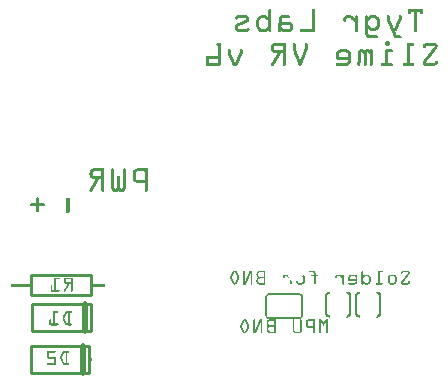
<source format=gbo>
G04 MADE WITH FRITZING*
G04 WWW.FRITZING.ORG*
G04 DOUBLE SIDED*
G04 HOLES PLATED*
G04 CONTOUR ON CENTER OF CONTOUR VECTOR*
%ASAXBY*%
%FSLAX23Y23*%
%MOIN*%
%OFA0B0*%
%SFA1.0B1.0*%
%ADD10C,0.006000*%
%ADD11C,0.008000*%
%ADD12C,0.010000*%
%ADD13C,0.020000*%
%ADD14R,0.001000X0.001000*%
%LNSILK0*%
G90*
G70*
G54D10*
X1158Y838D02*
X1058Y838D01*
D02*
X1168Y828D02*
X1168Y768D01*
D02*
X1048Y828D02*
X1048Y768D01*
D02*
X1058Y758D02*
X1158Y758D01*
G54D11*
D02*
X1348Y834D02*
X1348Y771D01*
D02*
X1427Y771D02*
X1427Y834D01*
D02*
X1248Y834D02*
X1248Y771D01*
D02*
X1327Y771D02*
X1327Y834D01*
G54D12*
D02*
X263Y835D02*
X463Y835D01*
D02*
X463Y835D02*
X463Y901D01*
D02*
X463Y901D02*
X263Y901D01*
D02*
X263Y901D02*
X263Y835D01*
D02*
X462Y805D02*
X267Y805D01*
D02*
X267Y715D02*
X462Y715D01*
D02*
X462Y715D02*
X462Y805D01*
G54D13*
D02*
X442Y715D02*
X442Y805D01*
G54D12*
D02*
X458Y666D02*
X263Y666D01*
D02*
X263Y576D02*
X458Y576D01*
D02*
X458Y576D02*
X458Y666D01*
G54D13*
D02*
X438Y576D02*
X438Y666D01*
G54D14*
X1059Y1789D02*
X1060Y1789D01*
X1204Y1789D02*
X1205Y1789D01*
X1521Y1789D02*
X1570Y1789D01*
X1057Y1788D02*
X1062Y1788D01*
X1201Y1788D02*
X1207Y1788D01*
X1521Y1788D02*
X1570Y1788D01*
X1056Y1787D02*
X1063Y1787D01*
X1201Y1787D02*
X1208Y1787D01*
X1521Y1787D02*
X1570Y1787D01*
X1055Y1786D02*
X1064Y1786D01*
X1200Y1786D02*
X1208Y1786D01*
X1521Y1786D02*
X1570Y1786D01*
X1055Y1785D02*
X1064Y1785D01*
X1200Y1785D02*
X1209Y1785D01*
X1521Y1785D02*
X1570Y1785D01*
X1055Y1784D02*
X1064Y1784D01*
X1200Y1784D02*
X1209Y1784D01*
X1521Y1784D02*
X1570Y1784D01*
X1055Y1783D02*
X1064Y1783D01*
X1200Y1783D02*
X1209Y1783D01*
X1521Y1783D02*
X1570Y1783D01*
X1055Y1782D02*
X1064Y1782D01*
X1200Y1782D02*
X1209Y1782D01*
X1521Y1782D02*
X1570Y1782D01*
X1055Y1781D02*
X1064Y1781D01*
X1200Y1781D02*
X1209Y1781D01*
X1521Y1781D02*
X1570Y1781D01*
X1055Y1780D02*
X1064Y1780D01*
X1200Y1780D02*
X1209Y1780D01*
X1521Y1780D02*
X1570Y1780D01*
X1055Y1779D02*
X1064Y1779D01*
X1200Y1779D02*
X1209Y1779D01*
X1521Y1779D02*
X1531Y1779D01*
X1541Y1779D02*
X1551Y1779D01*
X1561Y1779D02*
X1570Y1779D01*
X1055Y1778D02*
X1064Y1778D01*
X1200Y1778D02*
X1209Y1778D01*
X1521Y1778D02*
X1530Y1778D01*
X1541Y1778D02*
X1550Y1778D01*
X1561Y1778D02*
X1570Y1778D01*
X1055Y1777D02*
X1064Y1777D01*
X1200Y1777D02*
X1209Y1777D01*
X1521Y1777D02*
X1530Y1777D01*
X1541Y1777D02*
X1550Y1777D01*
X1561Y1777D02*
X1570Y1777D01*
X1055Y1776D02*
X1064Y1776D01*
X1200Y1776D02*
X1209Y1776D01*
X1521Y1776D02*
X1530Y1776D01*
X1541Y1776D02*
X1550Y1776D01*
X1561Y1776D02*
X1570Y1776D01*
X1055Y1775D02*
X1064Y1775D01*
X1200Y1775D02*
X1209Y1775D01*
X1521Y1775D02*
X1530Y1775D01*
X1541Y1775D02*
X1550Y1775D01*
X1561Y1775D02*
X1570Y1775D01*
X1055Y1774D02*
X1064Y1774D01*
X1200Y1774D02*
X1209Y1774D01*
X1522Y1774D02*
X1530Y1774D01*
X1541Y1774D02*
X1550Y1774D01*
X1561Y1774D02*
X1570Y1774D01*
X1055Y1773D02*
X1064Y1773D01*
X1200Y1773D02*
X1209Y1773D01*
X1522Y1773D02*
X1529Y1773D01*
X1541Y1773D02*
X1550Y1773D01*
X1562Y1773D02*
X1569Y1773D01*
X1055Y1772D02*
X1064Y1772D01*
X1200Y1772D02*
X1209Y1772D01*
X1523Y1772D02*
X1529Y1772D01*
X1541Y1772D02*
X1550Y1772D01*
X1563Y1772D02*
X1568Y1772D01*
X1055Y1771D02*
X1064Y1771D01*
X1200Y1771D02*
X1209Y1771D01*
X1525Y1771D02*
X1527Y1771D01*
X1541Y1771D02*
X1550Y1771D01*
X1564Y1771D02*
X1567Y1771D01*
X1055Y1770D02*
X1064Y1770D01*
X1200Y1770D02*
X1209Y1770D01*
X1541Y1770D02*
X1550Y1770D01*
X1055Y1769D02*
X1064Y1769D01*
X1200Y1769D02*
X1209Y1769D01*
X1541Y1769D02*
X1550Y1769D01*
X957Y1768D02*
X978Y1768D01*
X1034Y1768D02*
X1041Y1768D01*
X1055Y1768D02*
X1064Y1768D01*
X1104Y1768D02*
X1121Y1768D01*
X1200Y1768D02*
X1209Y1768D01*
X1319Y1768D02*
X1328Y1768D01*
X1400Y1768D02*
X1407Y1768D01*
X1541Y1768D02*
X1550Y1768D01*
X952Y1767D02*
X983Y1767D01*
X1029Y1767D02*
X1046Y1767D01*
X1055Y1767D02*
X1064Y1767D01*
X1098Y1767D02*
X1124Y1767D01*
X1200Y1767D02*
X1209Y1767D01*
X1314Y1767D02*
X1331Y1767D01*
X1346Y1767D02*
X1351Y1767D01*
X1379Y1767D02*
X1384Y1767D01*
X1395Y1767D02*
X1412Y1767D01*
X1451Y1767D02*
X1456Y1767D01*
X1491Y1767D02*
X1496Y1767D01*
X1541Y1767D02*
X1550Y1767D01*
X950Y1766D02*
X985Y1766D01*
X1027Y1766D02*
X1048Y1766D01*
X1055Y1766D02*
X1064Y1766D01*
X1096Y1766D02*
X1125Y1766D01*
X1200Y1766D02*
X1209Y1766D01*
X1312Y1766D02*
X1333Y1766D01*
X1345Y1766D02*
X1352Y1766D01*
X1378Y1766D02*
X1385Y1766D01*
X1393Y1766D02*
X1414Y1766D01*
X1450Y1766D02*
X1457Y1766D01*
X1490Y1766D02*
X1497Y1766D01*
X1541Y1766D02*
X1550Y1766D01*
X949Y1765D02*
X986Y1765D01*
X1025Y1765D02*
X1050Y1765D01*
X1055Y1765D02*
X1064Y1765D01*
X1095Y1765D02*
X1126Y1765D01*
X1200Y1765D02*
X1209Y1765D01*
X1311Y1765D02*
X1334Y1765D01*
X1345Y1765D02*
X1353Y1765D01*
X1377Y1765D02*
X1385Y1765D01*
X1391Y1765D02*
X1416Y1765D01*
X1449Y1765D02*
X1458Y1765D01*
X1489Y1765D02*
X1497Y1765D01*
X1541Y1765D02*
X1550Y1765D01*
X947Y1764D02*
X987Y1764D01*
X1024Y1764D02*
X1051Y1764D01*
X1055Y1764D02*
X1064Y1764D01*
X1094Y1764D02*
X1126Y1764D01*
X1200Y1764D02*
X1209Y1764D01*
X1309Y1764D02*
X1335Y1764D01*
X1344Y1764D02*
X1353Y1764D01*
X1377Y1764D02*
X1386Y1764D01*
X1390Y1764D02*
X1417Y1764D01*
X1449Y1764D02*
X1458Y1764D01*
X1489Y1764D02*
X1498Y1764D01*
X1541Y1764D02*
X1550Y1764D01*
X946Y1763D02*
X988Y1763D01*
X1023Y1763D02*
X1052Y1763D01*
X1055Y1763D02*
X1064Y1763D01*
X1093Y1763D02*
X1126Y1763D01*
X1200Y1763D02*
X1209Y1763D01*
X1308Y1763D02*
X1336Y1763D01*
X1344Y1763D02*
X1353Y1763D01*
X1377Y1763D02*
X1386Y1763D01*
X1389Y1763D02*
X1418Y1763D01*
X1449Y1763D02*
X1458Y1763D01*
X1489Y1763D02*
X1498Y1763D01*
X1541Y1763D02*
X1550Y1763D01*
X945Y1762D02*
X989Y1762D01*
X1021Y1762D02*
X1064Y1762D01*
X1092Y1762D02*
X1126Y1762D01*
X1200Y1762D02*
X1209Y1762D01*
X1308Y1762D02*
X1337Y1762D01*
X1344Y1762D02*
X1353Y1762D01*
X1377Y1762D02*
X1386Y1762D01*
X1388Y1762D02*
X1419Y1762D01*
X1449Y1762D02*
X1458Y1762D01*
X1489Y1762D02*
X1498Y1762D01*
X1541Y1762D02*
X1550Y1762D01*
X945Y1761D02*
X989Y1761D01*
X1020Y1761D02*
X1064Y1761D01*
X1091Y1761D02*
X1126Y1761D01*
X1200Y1761D02*
X1209Y1761D01*
X1307Y1761D02*
X1338Y1761D01*
X1344Y1761D02*
X1353Y1761D01*
X1377Y1761D02*
X1421Y1761D01*
X1449Y1761D02*
X1458Y1761D01*
X1489Y1761D02*
X1498Y1761D01*
X1541Y1761D02*
X1550Y1761D01*
X944Y1760D02*
X990Y1760D01*
X1019Y1760D02*
X1064Y1760D01*
X1091Y1760D02*
X1125Y1760D01*
X1200Y1760D02*
X1209Y1760D01*
X1306Y1760D02*
X1340Y1760D01*
X1344Y1760D02*
X1353Y1760D01*
X1377Y1760D02*
X1422Y1760D01*
X1449Y1760D02*
X1458Y1760D01*
X1489Y1760D02*
X1498Y1760D01*
X1541Y1760D02*
X1550Y1760D01*
X944Y1759D02*
X990Y1759D01*
X1018Y1759D02*
X1064Y1759D01*
X1090Y1759D02*
X1124Y1759D01*
X1200Y1759D02*
X1209Y1759D01*
X1306Y1759D02*
X1341Y1759D01*
X1344Y1759D02*
X1353Y1759D01*
X1377Y1759D02*
X1422Y1759D01*
X1449Y1759D02*
X1458Y1759D01*
X1489Y1759D02*
X1498Y1759D01*
X1541Y1759D02*
X1550Y1759D01*
X944Y1758D02*
X990Y1758D01*
X1018Y1758D02*
X1064Y1758D01*
X1090Y1758D02*
X1122Y1758D01*
X1200Y1758D02*
X1209Y1758D01*
X1305Y1758D02*
X1342Y1758D01*
X1344Y1758D02*
X1353Y1758D01*
X1377Y1758D02*
X1423Y1758D01*
X1449Y1758D02*
X1458Y1758D01*
X1489Y1758D02*
X1498Y1758D01*
X1541Y1758D02*
X1550Y1758D01*
X945Y1757D02*
X954Y1757D01*
X981Y1757D02*
X991Y1757D01*
X1017Y1757D02*
X1030Y1757D01*
X1044Y1757D02*
X1064Y1757D01*
X1089Y1757D02*
X1100Y1757D01*
X1200Y1757D02*
X1209Y1757D01*
X1305Y1757D02*
X1316Y1757D01*
X1329Y1757D02*
X1353Y1757D01*
X1377Y1757D02*
X1397Y1757D01*
X1411Y1757D02*
X1424Y1757D01*
X1449Y1757D02*
X1458Y1757D01*
X1489Y1757D02*
X1498Y1757D01*
X1541Y1757D02*
X1550Y1757D01*
X945Y1756D02*
X953Y1756D01*
X981Y1756D02*
X991Y1756D01*
X1017Y1756D02*
X1029Y1756D01*
X1046Y1756D02*
X1064Y1756D01*
X1089Y1756D02*
X1099Y1756D01*
X1200Y1756D02*
X1209Y1756D01*
X1305Y1756D02*
X1315Y1756D01*
X1330Y1756D02*
X1353Y1756D01*
X1377Y1756D02*
X1395Y1756D01*
X1412Y1756D02*
X1424Y1756D01*
X1449Y1756D02*
X1458Y1756D01*
X1489Y1756D02*
X1498Y1756D01*
X1541Y1756D02*
X1550Y1756D01*
X946Y1755D02*
X951Y1755D01*
X982Y1755D02*
X991Y1755D01*
X1016Y1755D02*
X1028Y1755D01*
X1047Y1755D02*
X1064Y1755D01*
X1089Y1755D02*
X1099Y1755D01*
X1200Y1755D02*
X1209Y1755D01*
X1305Y1755D02*
X1314Y1755D01*
X1331Y1755D02*
X1353Y1755D01*
X1377Y1755D02*
X1394Y1755D01*
X1413Y1755D02*
X1425Y1755D01*
X1449Y1755D02*
X1458Y1755D01*
X1488Y1755D02*
X1498Y1755D01*
X1541Y1755D02*
X1550Y1755D01*
X947Y1754D02*
X950Y1754D01*
X981Y1754D02*
X991Y1754D01*
X1016Y1754D02*
X1027Y1754D01*
X1048Y1754D02*
X1064Y1754D01*
X1089Y1754D02*
X1098Y1754D01*
X1200Y1754D02*
X1209Y1754D01*
X1305Y1754D02*
X1314Y1754D01*
X1332Y1754D02*
X1353Y1754D01*
X1377Y1754D02*
X1393Y1754D01*
X1414Y1754D02*
X1425Y1754D01*
X1449Y1754D02*
X1459Y1754D01*
X1488Y1754D02*
X1498Y1754D01*
X1541Y1754D02*
X1550Y1754D01*
X981Y1753D02*
X990Y1753D01*
X1016Y1753D02*
X1026Y1753D01*
X1049Y1753D02*
X1064Y1753D01*
X1089Y1753D02*
X1098Y1753D01*
X1200Y1753D02*
X1209Y1753D01*
X1304Y1753D02*
X1314Y1753D01*
X1333Y1753D02*
X1353Y1753D01*
X1377Y1753D02*
X1392Y1753D01*
X1415Y1753D02*
X1425Y1753D01*
X1449Y1753D02*
X1459Y1753D01*
X1488Y1753D02*
X1498Y1753D01*
X1541Y1753D02*
X1550Y1753D01*
X979Y1752D02*
X990Y1752D01*
X1016Y1752D02*
X1025Y1752D01*
X1050Y1752D02*
X1064Y1752D01*
X1089Y1752D02*
X1098Y1752D01*
X1200Y1752D02*
X1209Y1752D01*
X1304Y1752D02*
X1314Y1752D01*
X1334Y1752D02*
X1353Y1752D01*
X1377Y1752D02*
X1391Y1752D01*
X1416Y1752D02*
X1425Y1752D01*
X1450Y1752D02*
X1460Y1752D01*
X1487Y1752D02*
X1497Y1752D01*
X1541Y1752D02*
X1550Y1752D01*
X976Y1751D02*
X990Y1751D01*
X1015Y1751D02*
X1025Y1751D01*
X1051Y1751D02*
X1064Y1751D01*
X1089Y1751D02*
X1098Y1751D01*
X1200Y1751D02*
X1209Y1751D01*
X1304Y1751D02*
X1314Y1751D01*
X1336Y1751D02*
X1353Y1751D01*
X1377Y1751D02*
X1390Y1751D01*
X1416Y1751D02*
X1425Y1751D01*
X1450Y1751D02*
X1460Y1751D01*
X1487Y1751D02*
X1497Y1751D01*
X1541Y1751D02*
X1550Y1751D01*
X974Y1750D02*
X989Y1750D01*
X1015Y1750D02*
X1024Y1750D01*
X1053Y1750D02*
X1064Y1750D01*
X1089Y1750D02*
X1098Y1750D01*
X1200Y1750D02*
X1209Y1750D01*
X1304Y1750D02*
X1313Y1750D01*
X1337Y1750D02*
X1353Y1750D01*
X1377Y1750D02*
X1388Y1750D01*
X1416Y1750D02*
X1425Y1750D01*
X1451Y1750D02*
X1461Y1750D01*
X1486Y1750D02*
X1496Y1750D01*
X1541Y1750D02*
X1550Y1750D01*
X972Y1749D02*
X989Y1749D01*
X1015Y1749D02*
X1024Y1749D01*
X1054Y1749D02*
X1064Y1749D01*
X1089Y1749D02*
X1098Y1749D01*
X1200Y1749D02*
X1209Y1749D01*
X1305Y1749D02*
X1313Y1749D01*
X1338Y1749D02*
X1353Y1749D01*
X1377Y1749D02*
X1387Y1749D01*
X1416Y1749D02*
X1426Y1749D01*
X1451Y1749D02*
X1461Y1749D01*
X1486Y1749D02*
X1496Y1749D01*
X1541Y1749D02*
X1550Y1749D01*
X969Y1748D02*
X988Y1748D01*
X1015Y1748D02*
X1024Y1748D01*
X1055Y1748D02*
X1064Y1748D01*
X1089Y1748D02*
X1098Y1748D01*
X1200Y1748D02*
X1209Y1748D01*
X1305Y1748D02*
X1313Y1748D01*
X1339Y1748D02*
X1353Y1748D01*
X1377Y1748D02*
X1387Y1748D01*
X1416Y1748D02*
X1426Y1748D01*
X1451Y1748D02*
X1461Y1748D01*
X1485Y1748D02*
X1495Y1748D01*
X1541Y1748D02*
X1550Y1748D01*
X967Y1747D02*
X988Y1747D01*
X1015Y1747D02*
X1024Y1747D01*
X1055Y1747D02*
X1064Y1747D01*
X1089Y1747D02*
X1098Y1747D01*
X1200Y1747D02*
X1209Y1747D01*
X1306Y1747D02*
X1312Y1747D01*
X1340Y1747D02*
X1353Y1747D01*
X1377Y1747D02*
X1386Y1747D01*
X1416Y1747D02*
X1426Y1747D01*
X1452Y1747D02*
X1462Y1747D01*
X1485Y1747D02*
X1495Y1747D01*
X1541Y1747D02*
X1550Y1747D01*
X965Y1746D02*
X987Y1746D01*
X1015Y1746D02*
X1024Y1746D01*
X1055Y1746D02*
X1064Y1746D01*
X1089Y1746D02*
X1126Y1746D01*
X1200Y1746D02*
X1209Y1746D01*
X1307Y1746D02*
X1311Y1746D01*
X1341Y1746D02*
X1353Y1746D01*
X1377Y1746D02*
X1386Y1746D01*
X1416Y1746D02*
X1426Y1746D01*
X1452Y1746D02*
X1462Y1746D01*
X1485Y1746D02*
X1495Y1746D01*
X1541Y1746D02*
X1550Y1746D01*
X962Y1745D02*
X986Y1745D01*
X1015Y1745D02*
X1024Y1745D01*
X1055Y1745D02*
X1064Y1745D01*
X1089Y1745D02*
X1129Y1745D01*
X1200Y1745D02*
X1209Y1745D01*
X1343Y1745D02*
X1353Y1745D01*
X1377Y1745D02*
X1386Y1745D01*
X1416Y1745D02*
X1426Y1745D01*
X1453Y1745D02*
X1463Y1745D01*
X1484Y1745D02*
X1494Y1745D01*
X1541Y1745D02*
X1550Y1745D01*
X960Y1744D02*
X984Y1744D01*
X1015Y1744D02*
X1024Y1744D01*
X1055Y1744D02*
X1064Y1744D01*
X1089Y1744D02*
X1130Y1744D01*
X1200Y1744D02*
X1209Y1744D01*
X1344Y1744D02*
X1353Y1744D01*
X1377Y1744D02*
X1386Y1744D01*
X1416Y1744D02*
X1426Y1744D01*
X1453Y1744D02*
X1463Y1744D01*
X1484Y1744D02*
X1494Y1744D01*
X1541Y1744D02*
X1550Y1744D01*
X958Y1743D02*
X982Y1743D01*
X1015Y1743D02*
X1024Y1743D01*
X1055Y1743D02*
X1064Y1743D01*
X1089Y1743D02*
X1131Y1743D01*
X1200Y1743D02*
X1209Y1743D01*
X1344Y1743D02*
X1353Y1743D01*
X1377Y1743D02*
X1386Y1743D01*
X1416Y1743D02*
X1426Y1743D01*
X1454Y1743D02*
X1464Y1743D01*
X1483Y1743D02*
X1493Y1743D01*
X1541Y1743D02*
X1550Y1743D01*
X955Y1742D02*
X980Y1742D01*
X1015Y1742D02*
X1024Y1742D01*
X1055Y1742D02*
X1064Y1742D01*
X1089Y1742D02*
X1132Y1742D01*
X1200Y1742D02*
X1209Y1742D01*
X1344Y1742D02*
X1353Y1742D01*
X1377Y1742D02*
X1386Y1742D01*
X1416Y1742D02*
X1426Y1742D01*
X1454Y1742D02*
X1464Y1742D01*
X1483Y1742D02*
X1493Y1742D01*
X1541Y1742D02*
X1550Y1742D01*
X953Y1741D02*
X977Y1741D01*
X1015Y1741D02*
X1024Y1741D01*
X1055Y1741D02*
X1064Y1741D01*
X1088Y1741D02*
X1133Y1741D01*
X1200Y1741D02*
X1209Y1741D01*
X1344Y1741D02*
X1353Y1741D01*
X1377Y1741D02*
X1386Y1741D01*
X1416Y1741D02*
X1426Y1741D01*
X1454Y1741D02*
X1465Y1741D01*
X1482Y1741D02*
X1492Y1741D01*
X1541Y1741D02*
X1550Y1741D01*
X951Y1740D02*
X975Y1740D01*
X1015Y1740D02*
X1024Y1740D01*
X1055Y1740D02*
X1064Y1740D01*
X1088Y1740D02*
X1134Y1740D01*
X1200Y1740D02*
X1209Y1740D01*
X1344Y1740D02*
X1353Y1740D01*
X1377Y1740D02*
X1386Y1740D01*
X1416Y1740D02*
X1426Y1740D01*
X1455Y1740D02*
X1465Y1740D01*
X1482Y1740D02*
X1492Y1740D01*
X1541Y1740D02*
X1550Y1740D01*
X950Y1739D02*
X973Y1739D01*
X1015Y1739D02*
X1024Y1739D01*
X1055Y1739D02*
X1064Y1739D01*
X1088Y1739D02*
X1135Y1739D01*
X1200Y1739D02*
X1209Y1739D01*
X1344Y1739D02*
X1353Y1739D01*
X1377Y1739D02*
X1386Y1739D01*
X1416Y1739D02*
X1426Y1739D01*
X1455Y1739D02*
X1465Y1739D01*
X1481Y1739D02*
X1491Y1739D01*
X1541Y1739D02*
X1550Y1739D01*
X948Y1738D02*
X971Y1738D01*
X1015Y1738D02*
X1024Y1738D01*
X1055Y1738D02*
X1064Y1738D01*
X1088Y1738D02*
X1135Y1738D01*
X1200Y1738D02*
X1209Y1738D01*
X1344Y1738D02*
X1353Y1738D01*
X1377Y1738D02*
X1386Y1738D01*
X1416Y1738D02*
X1426Y1738D01*
X1456Y1738D02*
X1466Y1738D01*
X1481Y1738D02*
X1491Y1738D01*
X1541Y1738D02*
X1550Y1738D01*
X947Y1737D02*
X968Y1737D01*
X1015Y1737D02*
X1024Y1737D01*
X1055Y1737D02*
X1064Y1737D01*
X1088Y1737D02*
X1135Y1737D01*
X1200Y1737D02*
X1209Y1737D01*
X1344Y1737D02*
X1353Y1737D01*
X1377Y1737D02*
X1386Y1737D01*
X1416Y1737D02*
X1426Y1737D01*
X1456Y1737D02*
X1466Y1737D01*
X1481Y1737D02*
X1491Y1737D01*
X1541Y1737D02*
X1550Y1737D01*
X947Y1736D02*
X966Y1736D01*
X1015Y1736D02*
X1024Y1736D01*
X1055Y1736D02*
X1064Y1736D01*
X1088Y1736D02*
X1100Y1736D01*
X1125Y1736D02*
X1136Y1736D01*
X1200Y1736D02*
X1209Y1736D01*
X1344Y1736D02*
X1353Y1736D01*
X1377Y1736D02*
X1386Y1736D01*
X1416Y1736D02*
X1426Y1736D01*
X1457Y1736D02*
X1467Y1736D01*
X1480Y1736D02*
X1490Y1736D01*
X1541Y1736D02*
X1550Y1736D01*
X946Y1735D02*
X964Y1735D01*
X1015Y1735D02*
X1024Y1735D01*
X1055Y1735D02*
X1064Y1735D01*
X1088Y1735D02*
X1099Y1735D01*
X1126Y1735D02*
X1136Y1735D01*
X1200Y1735D02*
X1209Y1735D01*
X1344Y1735D02*
X1353Y1735D01*
X1377Y1735D02*
X1387Y1735D01*
X1416Y1735D02*
X1426Y1735D01*
X1457Y1735D02*
X1467Y1735D01*
X1480Y1735D02*
X1490Y1735D01*
X1541Y1735D02*
X1550Y1735D01*
X945Y1734D02*
X961Y1734D01*
X1015Y1734D02*
X1024Y1734D01*
X1055Y1734D02*
X1064Y1734D01*
X1088Y1734D02*
X1098Y1734D01*
X1127Y1734D02*
X1136Y1734D01*
X1200Y1734D02*
X1209Y1734D01*
X1344Y1734D02*
X1353Y1734D01*
X1377Y1734D02*
X1388Y1734D01*
X1416Y1734D02*
X1425Y1734D01*
X1458Y1734D02*
X1468Y1734D01*
X1479Y1734D02*
X1489Y1734D01*
X1541Y1734D02*
X1550Y1734D01*
X945Y1733D02*
X959Y1733D01*
X1015Y1733D02*
X1024Y1733D01*
X1055Y1733D02*
X1064Y1733D01*
X1088Y1733D02*
X1098Y1733D01*
X1127Y1733D02*
X1136Y1733D01*
X1200Y1733D02*
X1209Y1733D01*
X1344Y1733D02*
X1353Y1733D01*
X1377Y1733D02*
X1389Y1733D01*
X1416Y1733D02*
X1425Y1733D01*
X1458Y1733D02*
X1468Y1733D01*
X1479Y1733D02*
X1489Y1733D01*
X1541Y1733D02*
X1550Y1733D01*
X944Y1732D02*
X957Y1732D01*
X1015Y1732D02*
X1024Y1732D01*
X1055Y1732D02*
X1064Y1732D01*
X1088Y1732D02*
X1097Y1732D01*
X1127Y1732D02*
X1136Y1732D01*
X1200Y1732D02*
X1209Y1732D01*
X1344Y1732D02*
X1353Y1732D01*
X1377Y1732D02*
X1390Y1732D01*
X1416Y1732D02*
X1425Y1732D01*
X1458Y1732D02*
X1469Y1732D01*
X1478Y1732D02*
X1488Y1732D01*
X1541Y1732D02*
X1550Y1732D01*
X944Y1731D02*
X955Y1731D01*
X1015Y1731D02*
X1024Y1731D01*
X1054Y1731D02*
X1064Y1731D01*
X1088Y1731D02*
X1097Y1731D01*
X1127Y1731D02*
X1136Y1731D01*
X1200Y1731D02*
X1209Y1731D01*
X1344Y1731D02*
X1353Y1731D01*
X1377Y1731D02*
X1391Y1731D01*
X1416Y1731D02*
X1425Y1731D01*
X1459Y1731D02*
X1469Y1731D01*
X1478Y1731D02*
X1488Y1731D01*
X1541Y1731D02*
X1550Y1731D01*
X944Y1730D02*
X954Y1730D01*
X1015Y1730D02*
X1024Y1730D01*
X1053Y1730D02*
X1064Y1730D01*
X1088Y1730D02*
X1097Y1730D01*
X1127Y1730D02*
X1136Y1730D01*
X1200Y1730D02*
X1209Y1730D01*
X1344Y1730D02*
X1353Y1730D01*
X1377Y1730D02*
X1392Y1730D01*
X1415Y1730D02*
X1425Y1730D01*
X1459Y1730D02*
X1469Y1730D01*
X1478Y1730D02*
X1488Y1730D01*
X1541Y1730D02*
X1550Y1730D01*
X943Y1729D02*
X953Y1729D01*
X1015Y1729D02*
X1024Y1729D01*
X1052Y1729D02*
X1064Y1729D01*
X1088Y1729D02*
X1097Y1729D01*
X1127Y1729D02*
X1136Y1729D01*
X1200Y1729D02*
X1209Y1729D01*
X1344Y1729D02*
X1353Y1729D01*
X1377Y1729D02*
X1394Y1729D01*
X1414Y1729D02*
X1425Y1729D01*
X1460Y1729D02*
X1470Y1729D01*
X1477Y1729D02*
X1487Y1729D01*
X1541Y1729D02*
X1550Y1729D01*
X943Y1728D02*
X953Y1728D01*
X1015Y1728D02*
X1025Y1728D01*
X1051Y1728D02*
X1064Y1728D01*
X1088Y1728D02*
X1097Y1728D01*
X1127Y1728D02*
X1136Y1728D01*
X1200Y1728D02*
X1209Y1728D01*
X1344Y1728D02*
X1353Y1728D01*
X1377Y1728D02*
X1395Y1728D01*
X1413Y1728D02*
X1424Y1728D01*
X1460Y1728D02*
X1470Y1728D01*
X1477Y1728D02*
X1487Y1728D01*
X1541Y1728D02*
X1550Y1728D01*
X943Y1727D02*
X953Y1727D01*
X1016Y1727D02*
X1025Y1727D01*
X1050Y1727D02*
X1064Y1727D01*
X1088Y1727D02*
X1098Y1727D01*
X1127Y1727D02*
X1136Y1727D01*
X1200Y1727D02*
X1209Y1727D01*
X1344Y1727D02*
X1353Y1727D01*
X1377Y1727D02*
X1396Y1727D01*
X1412Y1727D02*
X1424Y1727D01*
X1461Y1727D02*
X1471Y1727D01*
X1476Y1727D02*
X1486Y1727D01*
X1541Y1727D02*
X1550Y1727D01*
X943Y1726D02*
X953Y1726D01*
X1016Y1726D02*
X1026Y1726D01*
X1049Y1726D02*
X1064Y1726D01*
X1088Y1726D02*
X1100Y1726D01*
X1127Y1726D02*
X1136Y1726D01*
X1200Y1726D02*
X1209Y1726D01*
X1344Y1726D02*
X1353Y1726D01*
X1377Y1726D02*
X1397Y1726D01*
X1410Y1726D02*
X1423Y1726D01*
X1461Y1726D02*
X1471Y1726D01*
X1476Y1726D02*
X1486Y1726D01*
X1541Y1726D02*
X1550Y1726D01*
X943Y1725D02*
X953Y1725D01*
X986Y1725D02*
X989Y1725D01*
X1016Y1725D02*
X1027Y1725D01*
X1048Y1725D02*
X1064Y1725D01*
X1088Y1725D02*
X1102Y1725D01*
X1127Y1725D02*
X1136Y1725D01*
X1200Y1725D02*
X1209Y1725D01*
X1344Y1725D02*
X1353Y1725D01*
X1377Y1725D02*
X1423Y1725D01*
X1461Y1725D02*
X1485Y1725D01*
X1541Y1725D02*
X1550Y1725D01*
X944Y1724D02*
X953Y1724D01*
X984Y1724D02*
X990Y1724D01*
X1016Y1724D02*
X1028Y1724D01*
X1046Y1724D02*
X1064Y1724D01*
X1088Y1724D02*
X1103Y1724D01*
X1127Y1724D02*
X1136Y1724D01*
X1200Y1724D02*
X1209Y1724D01*
X1344Y1724D02*
X1353Y1724D01*
X1377Y1724D02*
X1422Y1724D01*
X1462Y1724D02*
X1485Y1724D01*
X1541Y1724D02*
X1550Y1724D01*
X944Y1723D02*
X954Y1723D01*
X983Y1723D02*
X991Y1723D01*
X1017Y1723D02*
X1029Y1723D01*
X1045Y1723D02*
X1064Y1723D01*
X1088Y1723D02*
X1105Y1723D01*
X1126Y1723D02*
X1136Y1723D01*
X1200Y1723D02*
X1209Y1723D01*
X1344Y1723D02*
X1353Y1723D01*
X1377Y1723D02*
X1421Y1723D01*
X1462Y1723D02*
X1484Y1723D01*
X1541Y1723D02*
X1550Y1723D01*
X944Y1722D02*
X955Y1722D01*
X981Y1722D02*
X992Y1722D01*
X1017Y1722D02*
X1031Y1722D01*
X1044Y1722D02*
X1064Y1722D01*
X1088Y1722D02*
X1107Y1722D01*
X1125Y1722D02*
X1136Y1722D01*
X1200Y1722D02*
X1209Y1722D01*
X1344Y1722D02*
X1353Y1722D01*
X1377Y1722D02*
X1420Y1722D01*
X1463Y1722D02*
X1484Y1722D01*
X1541Y1722D02*
X1550Y1722D01*
X944Y1721D02*
X992Y1721D01*
X1018Y1721D02*
X1064Y1721D01*
X1088Y1721D02*
X1135Y1721D01*
X1163Y1721D02*
X1209Y1721D01*
X1344Y1721D02*
X1353Y1721D01*
X1377Y1721D02*
X1386Y1721D01*
X1388Y1721D02*
X1419Y1721D01*
X1463Y1721D02*
X1484Y1721D01*
X1541Y1721D02*
X1550Y1721D01*
X945Y1720D02*
X992Y1720D01*
X1019Y1720D02*
X1064Y1720D01*
X1088Y1720D02*
X1135Y1720D01*
X1162Y1720D02*
X1209Y1720D01*
X1344Y1720D02*
X1353Y1720D01*
X1377Y1720D02*
X1386Y1720D01*
X1389Y1720D02*
X1418Y1720D01*
X1464Y1720D02*
X1483Y1720D01*
X1541Y1720D02*
X1550Y1720D01*
X945Y1719D02*
X992Y1719D01*
X1020Y1719D02*
X1064Y1719D01*
X1088Y1719D02*
X1135Y1719D01*
X1161Y1719D02*
X1209Y1719D01*
X1344Y1719D02*
X1353Y1719D01*
X1377Y1719D02*
X1386Y1719D01*
X1391Y1719D02*
X1417Y1719D01*
X1464Y1719D02*
X1483Y1719D01*
X1541Y1719D02*
X1550Y1719D01*
X946Y1718D02*
X991Y1718D01*
X1021Y1718D02*
X1064Y1718D01*
X1088Y1718D02*
X1134Y1718D01*
X1160Y1718D02*
X1209Y1718D01*
X1344Y1718D02*
X1353Y1718D01*
X1377Y1718D02*
X1386Y1718D01*
X1392Y1718D02*
X1415Y1718D01*
X1465Y1718D02*
X1482Y1718D01*
X1541Y1718D02*
X1550Y1718D01*
X947Y1717D02*
X990Y1717D01*
X1022Y1717D02*
X1053Y1717D01*
X1055Y1717D02*
X1064Y1717D01*
X1088Y1717D02*
X1133Y1717D01*
X1160Y1717D02*
X1209Y1717D01*
X1344Y1717D02*
X1353Y1717D01*
X1377Y1717D02*
X1386Y1717D01*
X1394Y1717D02*
X1413Y1717D01*
X1465Y1717D02*
X1482Y1717D01*
X1541Y1717D02*
X1550Y1717D01*
X948Y1716D02*
X989Y1716D01*
X1023Y1716D02*
X1052Y1716D01*
X1055Y1716D02*
X1064Y1716D01*
X1088Y1716D02*
X1132Y1716D01*
X1160Y1716D02*
X1209Y1716D01*
X1344Y1716D02*
X1353Y1716D01*
X1377Y1716D02*
X1386Y1716D01*
X1397Y1716D02*
X1411Y1716D01*
X1465Y1716D02*
X1480Y1716D01*
X1541Y1716D02*
X1550Y1716D01*
X949Y1715D02*
X988Y1715D01*
X1024Y1715D02*
X1051Y1715D01*
X1055Y1715D02*
X1064Y1715D01*
X1088Y1715D02*
X1096Y1715D01*
X1100Y1715D02*
X1131Y1715D01*
X1160Y1715D02*
X1209Y1715D01*
X1344Y1715D02*
X1353Y1715D01*
X1377Y1715D02*
X1386Y1715D01*
X1466Y1715D02*
X1476Y1715D01*
X1541Y1715D02*
X1550Y1715D01*
X950Y1714D02*
X986Y1714D01*
X1025Y1714D02*
X1049Y1714D01*
X1056Y1714D02*
X1064Y1714D01*
X1088Y1714D02*
X1096Y1714D01*
X1102Y1714D02*
X1130Y1714D01*
X1161Y1714D02*
X1209Y1714D01*
X1345Y1714D02*
X1353Y1714D01*
X1377Y1714D02*
X1386Y1714D01*
X1466Y1714D02*
X1476Y1714D01*
X1542Y1714D02*
X1550Y1714D01*
X952Y1713D02*
X984Y1713D01*
X1027Y1713D02*
X1048Y1713D01*
X1056Y1713D02*
X1063Y1713D01*
X1089Y1713D02*
X1095Y1713D01*
X1103Y1713D02*
X1128Y1713D01*
X1161Y1713D02*
X1209Y1713D01*
X1345Y1713D02*
X1352Y1713D01*
X1377Y1713D02*
X1386Y1713D01*
X1467Y1713D02*
X1477Y1713D01*
X1542Y1713D02*
X1549Y1713D01*
X954Y1712D02*
X982Y1712D01*
X1029Y1712D02*
X1045Y1712D01*
X1058Y1712D02*
X1062Y1712D01*
X1090Y1712D02*
X1094Y1712D01*
X1105Y1712D02*
X1126Y1712D01*
X1162Y1712D02*
X1209Y1712D01*
X1347Y1712D02*
X1351Y1712D01*
X1377Y1712D02*
X1386Y1712D01*
X1467Y1712D02*
X1477Y1712D01*
X1544Y1712D02*
X1548Y1712D01*
X1377Y1711D02*
X1386Y1711D01*
X1468Y1711D02*
X1478Y1711D01*
X1377Y1710D02*
X1386Y1710D01*
X1468Y1710D02*
X1478Y1710D01*
X1377Y1709D02*
X1386Y1709D01*
X1468Y1709D02*
X1479Y1709D01*
X1377Y1708D02*
X1386Y1708D01*
X1469Y1708D02*
X1479Y1708D01*
X1377Y1707D02*
X1386Y1707D01*
X1469Y1707D02*
X1479Y1707D01*
X1377Y1706D02*
X1386Y1706D01*
X1470Y1706D02*
X1480Y1706D01*
X1377Y1705D02*
X1387Y1705D01*
X1470Y1705D02*
X1480Y1705D01*
X1377Y1704D02*
X1388Y1704D01*
X1471Y1704D02*
X1481Y1704D01*
X1378Y1703D02*
X1389Y1703D01*
X1471Y1703D02*
X1481Y1703D01*
X1378Y1702D02*
X1390Y1702D01*
X1472Y1702D02*
X1482Y1702D01*
X1379Y1701D02*
X1392Y1701D01*
X1472Y1701D02*
X1482Y1701D01*
X1379Y1700D02*
X1416Y1700D01*
X1472Y1700D02*
X1494Y1700D01*
X1380Y1699D02*
X1419Y1699D01*
X1473Y1699D02*
X1496Y1699D01*
X1381Y1698D02*
X1420Y1698D01*
X1473Y1698D02*
X1497Y1698D01*
X1382Y1697D02*
X1420Y1697D01*
X1474Y1697D02*
X1497Y1697D01*
X1383Y1696D02*
X1420Y1696D01*
X1474Y1696D02*
X1498Y1696D01*
X1384Y1695D02*
X1421Y1695D01*
X1475Y1695D02*
X1498Y1695D01*
X1385Y1694D02*
X1420Y1694D01*
X1475Y1694D02*
X1498Y1694D01*
X1387Y1693D02*
X1420Y1693D01*
X1476Y1693D02*
X1497Y1693D01*
X1388Y1692D02*
X1419Y1692D01*
X1476Y1692D02*
X1497Y1692D01*
X1390Y1691D02*
X1418Y1691D01*
X1477Y1691D02*
X1496Y1691D01*
X1448Y1680D02*
X1456Y1680D01*
X1447Y1679D02*
X1458Y1679D01*
X1446Y1678D02*
X1458Y1678D01*
X1445Y1677D02*
X1459Y1677D01*
X885Y1676D02*
X892Y1676D01*
X1076Y1676D02*
X1112Y1676D01*
X1140Y1676D02*
X1142Y1676D01*
X1179Y1676D02*
X1181Y1676D01*
X1445Y1676D02*
X1459Y1676D01*
X1521Y1676D02*
X1538Y1676D01*
X1581Y1676D02*
X1610Y1676D01*
X884Y1675D02*
X894Y1675D01*
X1073Y1675D02*
X1113Y1675D01*
X1138Y1675D02*
X1143Y1675D01*
X1178Y1675D02*
X1183Y1675D01*
X1445Y1675D02*
X1459Y1675D01*
X1519Y1675D02*
X1540Y1675D01*
X1578Y1675D02*
X1612Y1675D01*
X883Y1674D02*
X895Y1674D01*
X1071Y1674D02*
X1113Y1674D01*
X1137Y1674D02*
X1144Y1674D01*
X1177Y1674D02*
X1184Y1674D01*
X1445Y1674D02*
X1459Y1674D01*
X1518Y1674D02*
X1540Y1674D01*
X1576Y1674D02*
X1614Y1674D01*
X882Y1673D02*
X895Y1673D01*
X1070Y1673D02*
X1113Y1673D01*
X1136Y1673D02*
X1145Y1673D01*
X1176Y1673D02*
X1185Y1673D01*
X1445Y1673D02*
X1459Y1673D01*
X1518Y1673D02*
X1541Y1673D01*
X1575Y1673D02*
X1615Y1673D01*
X882Y1672D02*
X896Y1672D01*
X1069Y1672D02*
X1113Y1672D01*
X1136Y1672D02*
X1145Y1672D01*
X1176Y1672D02*
X1185Y1672D01*
X1445Y1672D02*
X1459Y1672D01*
X1517Y1672D02*
X1541Y1672D01*
X1574Y1672D02*
X1616Y1672D01*
X882Y1671D02*
X896Y1671D01*
X1068Y1671D02*
X1113Y1671D01*
X1136Y1671D02*
X1145Y1671D01*
X1176Y1671D02*
X1185Y1671D01*
X1445Y1671D02*
X1459Y1671D01*
X1517Y1671D02*
X1541Y1671D01*
X1573Y1671D02*
X1617Y1671D01*
X882Y1670D02*
X896Y1670D01*
X1067Y1670D02*
X1113Y1670D01*
X1136Y1670D02*
X1145Y1670D01*
X1176Y1670D02*
X1185Y1670D01*
X1445Y1670D02*
X1459Y1670D01*
X1517Y1670D02*
X1541Y1670D01*
X1572Y1670D02*
X1617Y1670D01*
X882Y1669D02*
X896Y1669D01*
X1066Y1669D02*
X1113Y1669D01*
X1136Y1669D02*
X1145Y1669D01*
X1176Y1669D02*
X1185Y1669D01*
X1446Y1669D02*
X1459Y1669D01*
X1517Y1669D02*
X1541Y1669D01*
X1571Y1669D02*
X1618Y1669D01*
X883Y1668D02*
X896Y1668D01*
X1066Y1668D02*
X1113Y1668D01*
X1136Y1668D02*
X1145Y1668D01*
X1176Y1668D02*
X1185Y1668D01*
X1446Y1668D02*
X1458Y1668D01*
X1517Y1668D02*
X1540Y1668D01*
X1571Y1668D02*
X1618Y1668D01*
X884Y1667D02*
X896Y1667D01*
X1065Y1667D02*
X1113Y1667D01*
X1136Y1667D02*
X1145Y1667D01*
X1176Y1667D02*
X1185Y1667D01*
X1448Y1667D02*
X1457Y1667D01*
X1517Y1667D02*
X1539Y1667D01*
X1570Y1667D02*
X1618Y1667D01*
X887Y1666D02*
X896Y1666D01*
X1065Y1666D02*
X1077Y1666D01*
X1103Y1666D02*
X1113Y1666D01*
X1136Y1666D02*
X1145Y1666D01*
X1176Y1666D02*
X1185Y1666D01*
X1517Y1666D02*
X1527Y1666D01*
X1570Y1666D02*
X1581Y1666D01*
X1609Y1666D02*
X1618Y1666D01*
X887Y1665D02*
X896Y1665D01*
X1064Y1665D02*
X1075Y1665D01*
X1104Y1665D02*
X1113Y1665D01*
X1136Y1665D02*
X1145Y1665D01*
X1176Y1665D02*
X1185Y1665D01*
X1517Y1665D02*
X1526Y1665D01*
X1570Y1665D02*
X1580Y1665D01*
X1609Y1665D02*
X1619Y1665D01*
X887Y1664D02*
X896Y1664D01*
X1064Y1664D02*
X1074Y1664D01*
X1104Y1664D02*
X1113Y1664D01*
X1136Y1664D02*
X1145Y1664D01*
X1176Y1664D02*
X1185Y1664D01*
X1517Y1664D02*
X1526Y1664D01*
X1570Y1664D02*
X1579Y1664D01*
X1609Y1664D02*
X1618Y1664D01*
X887Y1663D02*
X896Y1663D01*
X1064Y1663D02*
X1073Y1663D01*
X1104Y1663D02*
X1113Y1663D01*
X1136Y1663D02*
X1145Y1663D01*
X1176Y1663D02*
X1185Y1663D01*
X1517Y1663D02*
X1526Y1663D01*
X1570Y1663D02*
X1579Y1663D01*
X1608Y1663D02*
X1618Y1663D01*
X887Y1662D02*
X896Y1662D01*
X1064Y1662D02*
X1073Y1662D01*
X1104Y1662D02*
X1113Y1662D01*
X1136Y1662D02*
X1145Y1662D01*
X1176Y1662D02*
X1185Y1662D01*
X1517Y1662D02*
X1526Y1662D01*
X1570Y1662D02*
X1579Y1662D01*
X1607Y1662D02*
X1618Y1662D01*
X887Y1661D02*
X896Y1661D01*
X1064Y1661D02*
X1073Y1661D01*
X1104Y1661D02*
X1113Y1661D01*
X1136Y1661D02*
X1145Y1661D01*
X1176Y1661D02*
X1185Y1661D01*
X1517Y1661D02*
X1526Y1661D01*
X1570Y1661D02*
X1578Y1661D01*
X1607Y1661D02*
X1618Y1661D01*
X887Y1660D02*
X896Y1660D01*
X1064Y1660D02*
X1073Y1660D01*
X1104Y1660D02*
X1113Y1660D01*
X1136Y1660D02*
X1145Y1660D01*
X1176Y1660D02*
X1185Y1660D01*
X1517Y1660D02*
X1526Y1660D01*
X1571Y1660D02*
X1578Y1660D01*
X1606Y1660D02*
X1617Y1660D01*
X887Y1659D02*
X896Y1659D01*
X1064Y1659D02*
X1073Y1659D01*
X1104Y1659D02*
X1113Y1659D01*
X1136Y1659D02*
X1145Y1659D01*
X1176Y1659D02*
X1185Y1659D01*
X1517Y1659D02*
X1526Y1659D01*
X1572Y1659D02*
X1577Y1659D01*
X1605Y1659D02*
X1617Y1659D01*
X887Y1658D02*
X896Y1658D01*
X1064Y1658D02*
X1073Y1658D01*
X1104Y1658D02*
X1113Y1658D01*
X1136Y1658D02*
X1145Y1658D01*
X1176Y1658D02*
X1185Y1658D01*
X1517Y1658D02*
X1526Y1658D01*
X1573Y1658D02*
X1575Y1658D01*
X1604Y1658D02*
X1616Y1658D01*
X887Y1657D02*
X896Y1657D01*
X1064Y1657D02*
X1073Y1657D01*
X1104Y1657D02*
X1113Y1657D01*
X1136Y1657D02*
X1145Y1657D01*
X1176Y1657D02*
X1185Y1657D01*
X1517Y1657D02*
X1526Y1657D01*
X1604Y1657D02*
X1616Y1657D01*
X887Y1656D02*
X896Y1656D01*
X1064Y1656D02*
X1073Y1656D01*
X1104Y1656D02*
X1113Y1656D01*
X1136Y1656D02*
X1145Y1656D01*
X1176Y1656D02*
X1185Y1656D01*
X1517Y1656D02*
X1526Y1656D01*
X1603Y1656D02*
X1615Y1656D01*
X887Y1655D02*
X896Y1655D01*
X924Y1655D02*
X924Y1655D01*
X963Y1655D02*
X964Y1655D01*
X1064Y1655D02*
X1073Y1655D01*
X1104Y1655D02*
X1113Y1655D01*
X1136Y1655D02*
X1145Y1655D01*
X1176Y1655D02*
X1185Y1655D01*
X1297Y1655D02*
X1312Y1655D01*
X1384Y1655D02*
X1385Y1655D01*
X1398Y1655D02*
X1398Y1655D01*
X1450Y1655D02*
X1465Y1655D01*
X1517Y1655D02*
X1526Y1655D01*
X1602Y1655D02*
X1614Y1655D01*
X887Y1654D02*
X896Y1654D01*
X921Y1654D02*
X926Y1654D01*
X961Y1654D02*
X966Y1654D01*
X1064Y1654D02*
X1073Y1654D01*
X1104Y1654D02*
X1113Y1654D01*
X1136Y1654D02*
X1146Y1654D01*
X1175Y1654D02*
X1185Y1654D01*
X1294Y1654D02*
X1316Y1654D01*
X1361Y1654D02*
X1369Y1654D01*
X1380Y1654D02*
X1389Y1654D01*
X1395Y1654D02*
X1400Y1654D01*
X1447Y1654D02*
X1467Y1654D01*
X1517Y1654D02*
X1526Y1654D01*
X1601Y1654D02*
X1613Y1654D01*
X887Y1653D02*
X896Y1653D01*
X920Y1653D02*
X927Y1653D01*
X960Y1653D02*
X967Y1653D01*
X1064Y1653D02*
X1074Y1653D01*
X1104Y1653D02*
X1113Y1653D01*
X1136Y1653D02*
X1146Y1653D01*
X1175Y1653D02*
X1185Y1653D01*
X1292Y1653D02*
X1318Y1653D01*
X1359Y1653D02*
X1371Y1653D01*
X1378Y1653D02*
X1391Y1653D01*
X1394Y1653D02*
X1401Y1653D01*
X1446Y1653D02*
X1468Y1653D01*
X1517Y1653D02*
X1526Y1653D01*
X1600Y1653D02*
X1612Y1653D01*
X887Y1652D02*
X896Y1652D01*
X920Y1652D02*
X928Y1652D01*
X959Y1652D02*
X968Y1652D01*
X1064Y1652D02*
X1075Y1652D01*
X1104Y1652D02*
X1113Y1652D01*
X1137Y1652D02*
X1146Y1652D01*
X1175Y1652D02*
X1184Y1652D01*
X1290Y1652D02*
X1320Y1652D01*
X1358Y1652D02*
X1372Y1652D01*
X1377Y1652D02*
X1392Y1652D01*
X1394Y1652D02*
X1402Y1652D01*
X1446Y1652D02*
X1469Y1652D01*
X1517Y1652D02*
X1526Y1652D01*
X1600Y1652D02*
X1612Y1652D01*
X887Y1651D02*
X896Y1651D01*
X919Y1651D02*
X928Y1651D01*
X959Y1651D02*
X968Y1651D01*
X1065Y1651D02*
X1077Y1651D01*
X1103Y1651D02*
X1113Y1651D01*
X1137Y1651D02*
X1147Y1651D01*
X1174Y1651D02*
X1184Y1651D01*
X1289Y1651D02*
X1321Y1651D01*
X1357Y1651D02*
X1374Y1651D01*
X1376Y1651D02*
X1402Y1651D01*
X1445Y1651D02*
X1469Y1651D01*
X1517Y1651D02*
X1526Y1651D01*
X1599Y1651D02*
X1611Y1651D01*
X887Y1650D02*
X896Y1650D01*
X919Y1650D02*
X928Y1650D01*
X959Y1650D02*
X968Y1650D01*
X1065Y1650D02*
X1113Y1650D01*
X1137Y1650D02*
X1147Y1650D01*
X1174Y1650D02*
X1184Y1650D01*
X1288Y1650D02*
X1322Y1650D01*
X1356Y1650D02*
X1402Y1650D01*
X1445Y1650D02*
X1469Y1650D01*
X1517Y1650D02*
X1526Y1650D01*
X1598Y1650D02*
X1610Y1650D01*
X887Y1649D02*
X896Y1649D01*
X919Y1649D02*
X928Y1649D01*
X959Y1649D02*
X968Y1649D01*
X1066Y1649D02*
X1113Y1649D01*
X1138Y1649D02*
X1148Y1649D01*
X1173Y1649D02*
X1183Y1649D01*
X1287Y1649D02*
X1323Y1649D01*
X1355Y1649D02*
X1403Y1649D01*
X1445Y1649D02*
X1469Y1649D01*
X1517Y1649D02*
X1526Y1649D01*
X1597Y1649D02*
X1609Y1649D01*
X887Y1648D02*
X896Y1648D01*
X919Y1648D02*
X928Y1648D01*
X959Y1648D02*
X968Y1648D01*
X1066Y1648D02*
X1113Y1648D01*
X1138Y1648D02*
X1148Y1648D01*
X1173Y1648D02*
X1183Y1648D01*
X1286Y1648D02*
X1325Y1648D01*
X1355Y1648D02*
X1403Y1648D01*
X1445Y1648D02*
X1469Y1648D01*
X1517Y1648D02*
X1526Y1648D01*
X1597Y1648D02*
X1609Y1648D01*
X887Y1647D02*
X896Y1647D01*
X919Y1647D02*
X928Y1647D01*
X959Y1647D02*
X968Y1647D01*
X1067Y1647D02*
X1113Y1647D01*
X1139Y1647D02*
X1148Y1647D01*
X1173Y1647D02*
X1182Y1647D01*
X1285Y1647D02*
X1326Y1647D01*
X1354Y1647D02*
X1403Y1647D01*
X1445Y1647D02*
X1468Y1647D01*
X1517Y1647D02*
X1526Y1647D01*
X1596Y1647D02*
X1608Y1647D01*
X887Y1646D02*
X896Y1646D01*
X919Y1646D02*
X928Y1646D01*
X959Y1646D02*
X968Y1646D01*
X1068Y1646D02*
X1113Y1646D01*
X1139Y1646D02*
X1149Y1646D01*
X1172Y1646D02*
X1182Y1646D01*
X1284Y1646D02*
X1326Y1646D01*
X1354Y1646D02*
X1403Y1646D01*
X1445Y1646D02*
X1467Y1646D01*
X1517Y1646D02*
X1526Y1646D01*
X1595Y1646D02*
X1607Y1646D01*
X887Y1645D02*
X896Y1645D01*
X919Y1645D02*
X928Y1645D01*
X959Y1645D02*
X968Y1645D01*
X1069Y1645D02*
X1113Y1645D01*
X1139Y1645D02*
X1149Y1645D01*
X1172Y1645D02*
X1182Y1645D01*
X1283Y1645D02*
X1298Y1645D01*
X1312Y1645D02*
X1327Y1645D01*
X1354Y1645D02*
X1364Y1645D01*
X1366Y1645D02*
X1384Y1645D01*
X1386Y1645D02*
X1403Y1645D01*
X1445Y1645D02*
X1455Y1645D01*
X1517Y1645D02*
X1526Y1645D01*
X1594Y1645D02*
X1606Y1645D01*
X887Y1644D02*
X896Y1644D01*
X919Y1644D02*
X928Y1644D01*
X959Y1644D02*
X968Y1644D01*
X1070Y1644D02*
X1113Y1644D01*
X1140Y1644D02*
X1150Y1644D01*
X1171Y1644D02*
X1181Y1644D01*
X1282Y1644D02*
X1295Y1644D01*
X1315Y1644D02*
X1328Y1644D01*
X1354Y1644D02*
X1363Y1644D01*
X1367Y1644D02*
X1382Y1644D01*
X1387Y1644D02*
X1403Y1644D01*
X1445Y1644D02*
X1454Y1644D01*
X1517Y1644D02*
X1526Y1644D01*
X1593Y1644D02*
X1605Y1644D01*
X887Y1643D02*
X896Y1643D01*
X919Y1643D02*
X928Y1643D01*
X959Y1643D02*
X968Y1643D01*
X1071Y1643D02*
X1113Y1643D01*
X1140Y1643D02*
X1150Y1643D01*
X1171Y1643D02*
X1181Y1643D01*
X1282Y1643D02*
X1294Y1643D01*
X1316Y1643D02*
X1328Y1643D01*
X1354Y1643D02*
X1363Y1643D01*
X1368Y1643D02*
X1382Y1643D01*
X1388Y1643D02*
X1403Y1643D01*
X1445Y1643D02*
X1454Y1643D01*
X1517Y1643D02*
X1526Y1643D01*
X1593Y1643D02*
X1605Y1643D01*
X887Y1642D02*
X896Y1642D01*
X919Y1642D02*
X929Y1642D01*
X959Y1642D02*
X968Y1642D01*
X1073Y1642D02*
X1113Y1642D01*
X1141Y1642D02*
X1150Y1642D01*
X1171Y1642D02*
X1181Y1642D01*
X1282Y1642D02*
X1292Y1642D01*
X1317Y1642D02*
X1328Y1642D01*
X1354Y1642D02*
X1363Y1642D01*
X1370Y1642D02*
X1382Y1642D01*
X1389Y1642D02*
X1403Y1642D01*
X1445Y1642D02*
X1454Y1642D01*
X1517Y1642D02*
X1526Y1642D01*
X1592Y1642D02*
X1604Y1642D01*
X887Y1641D02*
X896Y1641D01*
X919Y1641D02*
X929Y1641D01*
X958Y1641D02*
X968Y1641D01*
X1076Y1641D02*
X1113Y1641D01*
X1141Y1641D02*
X1151Y1641D01*
X1170Y1641D02*
X1180Y1641D01*
X1281Y1641D02*
X1291Y1641D01*
X1318Y1641D02*
X1329Y1641D01*
X1354Y1641D02*
X1363Y1641D01*
X1371Y1641D02*
X1382Y1641D01*
X1391Y1641D02*
X1403Y1641D01*
X1445Y1641D02*
X1454Y1641D01*
X1517Y1641D02*
X1526Y1641D01*
X1591Y1641D02*
X1603Y1641D01*
X887Y1640D02*
X896Y1640D01*
X920Y1640D02*
X930Y1640D01*
X958Y1640D02*
X968Y1640D01*
X1084Y1640D02*
X1095Y1640D01*
X1104Y1640D02*
X1113Y1640D01*
X1141Y1640D02*
X1151Y1640D01*
X1170Y1640D02*
X1180Y1640D01*
X1281Y1640D02*
X1291Y1640D01*
X1319Y1640D02*
X1329Y1640D01*
X1354Y1640D02*
X1363Y1640D01*
X1372Y1640D02*
X1382Y1640D01*
X1392Y1640D02*
X1403Y1640D01*
X1445Y1640D02*
X1454Y1640D01*
X1517Y1640D02*
X1526Y1640D01*
X1590Y1640D02*
X1602Y1640D01*
X887Y1639D02*
X896Y1639D01*
X920Y1639D02*
X930Y1639D01*
X957Y1639D02*
X967Y1639D01*
X1084Y1639D02*
X1095Y1639D01*
X1104Y1639D02*
X1113Y1639D01*
X1142Y1639D02*
X1152Y1639D01*
X1169Y1639D02*
X1179Y1639D01*
X1281Y1639D02*
X1290Y1639D01*
X1320Y1639D02*
X1329Y1639D01*
X1354Y1639D02*
X1363Y1639D01*
X1373Y1639D02*
X1382Y1639D01*
X1393Y1639D02*
X1403Y1639D01*
X1445Y1639D02*
X1454Y1639D01*
X1517Y1639D02*
X1526Y1639D01*
X1590Y1639D02*
X1602Y1639D01*
X887Y1638D02*
X896Y1638D01*
X920Y1638D02*
X930Y1638D01*
X957Y1638D02*
X967Y1638D01*
X1083Y1638D02*
X1094Y1638D01*
X1104Y1638D02*
X1113Y1638D01*
X1142Y1638D02*
X1152Y1638D01*
X1169Y1638D02*
X1179Y1638D01*
X1281Y1638D02*
X1290Y1638D01*
X1320Y1638D02*
X1329Y1638D01*
X1354Y1638D02*
X1363Y1638D01*
X1373Y1638D02*
X1382Y1638D01*
X1393Y1638D02*
X1403Y1638D01*
X1445Y1638D02*
X1454Y1638D01*
X1517Y1638D02*
X1526Y1638D01*
X1589Y1638D02*
X1601Y1638D01*
X887Y1637D02*
X896Y1637D01*
X921Y1637D02*
X931Y1637D01*
X957Y1637D02*
X967Y1637D01*
X1083Y1637D02*
X1093Y1637D01*
X1104Y1637D02*
X1113Y1637D01*
X1142Y1637D02*
X1152Y1637D01*
X1169Y1637D02*
X1179Y1637D01*
X1281Y1637D02*
X1290Y1637D01*
X1320Y1637D02*
X1329Y1637D01*
X1353Y1637D02*
X1363Y1637D01*
X1373Y1637D02*
X1382Y1637D01*
X1393Y1637D02*
X1403Y1637D01*
X1445Y1637D02*
X1454Y1637D01*
X1517Y1637D02*
X1526Y1637D01*
X1588Y1637D02*
X1600Y1637D01*
X887Y1636D02*
X896Y1636D01*
X921Y1636D02*
X931Y1636D01*
X956Y1636D02*
X966Y1636D01*
X1082Y1636D02*
X1093Y1636D01*
X1104Y1636D02*
X1113Y1636D01*
X1143Y1636D02*
X1153Y1636D01*
X1168Y1636D02*
X1178Y1636D01*
X1281Y1636D02*
X1290Y1636D01*
X1320Y1636D02*
X1329Y1636D01*
X1353Y1636D02*
X1362Y1636D01*
X1373Y1636D02*
X1382Y1636D01*
X1393Y1636D02*
X1403Y1636D01*
X1445Y1636D02*
X1454Y1636D01*
X1517Y1636D02*
X1526Y1636D01*
X1587Y1636D02*
X1599Y1636D01*
X887Y1635D02*
X896Y1635D01*
X922Y1635D02*
X932Y1635D01*
X956Y1635D02*
X966Y1635D01*
X1081Y1635D02*
X1092Y1635D01*
X1104Y1635D02*
X1113Y1635D01*
X1143Y1635D02*
X1153Y1635D01*
X1168Y1635D02*
X1178Y1635D01*
X1281Y1635D02*
X1290Y1635D01*
X1320Y1635D02*
X1329Y1635D01*
X1353Y1635D02*
X1362Y1635D01*
X1373Y1635D02*
X1382Y1635D01*
X1393Y1635D02*
X1403Y1635D01*
X1445Y1635D02*
X1454Y1635D01*
X1517Y1635D02*
X1526Y1635D01*
X1586Y1635D02*
X1598Y1635D01*
X886Y1634D02*
X896Y1634D01*
X922Y1634D02*
X932Y1634D01*
X955Y1634D02*
X965Y1634D01*
X1081Y1634D02*
X1092Y1634D01*
X1104Y1634D02*
X1113Y1634D01*
X1144Y1634D02*
X1154Y1634D01*
X1167Y1634D02*
X1177Y1634D01*
X1281Y1634D02*
X1290Y1634D01*
X1320Y1634D02*
X1329Y1634D01*
X1353Y1634D02*
X1362Y1634D01*
X1373Y1634D02*
X1382Y1634D01*
X1393Y1634D02*
X1403Y1634D01*
X1445Y1634D02*
X1454Y1634D01*
X1517Y1634D02*
X1526Y1634D01*
X1586Y1634D02*
X1598Y1634D01*
X849Y1633D02*
X896Y1633D01*
X923Y1633D02*
X933Y1633D01*
X955Y1633D02*
X965Y1633D01*
X1080Y1633D02*
X1091Y1633D01*
X1104Y1633D02*
X1113Y1633D01*
X1144Y1633D02*
X1154Y1633D01*
X1167Y1633D02*
X1177Y1633D01*
X1281Y1633D02*
X1290Y1633D01*
X1320Y1633D02*
X1329Y1633D01*
X1353Y1633D02*
X1362Y1633D01*
X1373Y1633D02*
X1382Y1633D01*
X1393Y1633D02*
X1403Y1633D01*
X1445Y1633D02*
X1454Y1633D01*
X1517Y1633D02*
X1526Y1633D01*
X1585Y1633D02*
X1597Y1633D01*
X848Y1632D02*
X896Y1632D01*
X923Y1632D02*
X933Y1632D01*
X954Y1632D02*
X964Y1632D01*
X1080Y1632D02*
X1091Y1632D01*
X1104Y1632D02*
X1113Y1632D01*
X1144Y1632D02*
X1154Y1632D01*
X1167Y1632D02*
X1177Y1632D01*
X1281Y1632D02*
X1290Y1632D01*
X1320Y1632D02*
X1329Y1632D01*
X1353Y1632D02*
X1362Y1632D01*
X1373Y1632D02*
X1382Y1632D01*
X1393Y1632D02*
X1403Y1632D01*
X1445Y1632D02*
X1454Y1632D01*
X1517Y1632D02*
X1526Y1632D01*
X1584Y1632D02*
X1596Y1632D01*
X848Y1631D02*
X896Y1631D01*
X924Y1631D02*
X933Y1631D01*
X954Y1631D02*
X964Y1631D01*
X1079Y1631D02*
X1090Y1631D01*
X1104Y1631D02*
X1113Y1631D01*
X1145Y1631D02*
X1155Y1631D01*
X1166Y1631D02*
X1176Y1631D01*
X1281Y1631D02*
X1290Y1631D01*
X1320Y1631D02*
X1329Y1631D01*
X1353Y1631D02*
X1362Y1631D01*
X1373Y1631D02*
X1382Y1631D01*
X1393Y1631D02*
X1403Y1631D01*
X1445Y1631D02*
X1454Y1631D01*
X1517Y1631D02*
X1526Y1631D01*
X1583Y1631D02*
X1595Y1631D01*
X847Y1630D02*
X896Y1630D01*
X924Y1630D02*
X934Y1630D01*
X954Y1630D02*
X964Y1630D01*
X1079Y1630D02*
X1089Y1630D01*
X1104Y1630D02*
X1113Y1630D01*
X1145Y1630D02*
X1155Y1630D01*
X1166Y1630D02*
X1176Y1630D01*
X1281Y1630D02*
X1290Y1630D01*
X1320Y1630D02*
X1329Y1630D01*
X1353Y1630D02*
X1362Y1630D01*
X1373Y1630D02*
X1382Y1630D01*
X1393Y1630D02*
X1403Y1630D01*
X1445Y1630D02*
X1454Y1630D01*
X1517Y1630D02*
X1526Y1630D01*
X1583Y1630D02*
X1595Y1630D01*
X847Y1629D02*
X896Y1629D01*
X924Y1629D02*
X934Y1629D01*
X953Y1629D02*
X963Y1629D01*
X1078Y1629D02*
X1089Y1629D01*
X1104Y1629D02*
X1113Y1629D01*
X1146Y1629D02*
X1155Y1629D01*
X1166Y1629D02*
X1175Y1629D01*
X1281Y1629D02*
X1329Y1629D01*
X1353Y1629D02*
X1362Y1629D01*
X1373Y1629D02*
X1382Y1629D01*
X1393Y1629D02*
X1403Y1629D01*
X1445Y1629D02*
X1454Y1629D01*
X1517Y1629D02*
X1526Y1629D01*
X1582Y1629D02*
X1594Y1629D01*
X847Y1628D02*
X896Y1628D01*
X925Y1628D02*
X935Y1628D01*
X953Y1628D02*
X963Y1628D01*
X1077Y1628D02*
X1088Y1628D01*
X1104Y1628D02*
X1113Y1628D01*
X1146Y1628D02*
X1156Y1628D01*
X1165Y1628D02*
X1175Y1628D01*
X1281Y1628D02*
X1329Y1628D01*
X1353Y1628D02*
X1362Y1628D01*
X1373Y1628D02*
X1382Y1628D01*
X1393Y1628D02*
X1403Y1628D01*
X1445Y1628D02*
X1454Y1628D01*
X1517Y1628D02*
X1526Y1628D01*
X1581Y1628D02*
X1593Y1628D01*
X847Y1627D02*
X896Y1627D01*
X925Y1627D02*
X935Y1627D01*
X952Y1627D02*
X962Y1627D01*
X1077Y1627D02*
X1088Y1627D01*
X1104Y1627D02*
X1113Y1627D01*
X1146Y1627D02*
X1156Y1627D01*
X1165Y1627D02*
X1175Y1627D01*
X1281Y1627D02*
X1329Y1627D01*
X1353Y1627D02*
X1362Y1627D01*
X1373Y1627D02*
X1382Y1627D01*
X1393Y1627D02*
X1403Y1627D01*
X1445Y1627D02*
X1454Y1627D01*
X1517Y1627D02*
X1526Y1627D01*
X1580Y1627D02*
X1592Y1627D01*
X847Y1626D02*
X896Y1626D01*
X926Y1626D02*
X936Y1626D01*
X952Y1626D02*
X962Y1626D01*
X1076Y1626D02*
X1087Y1626D01*
X1104Y1626D02*
X1113Y1626D01*
X1147Y1626D02*
X1157Y1626D01*
X1164Y1626D02*
X1174Y1626D01*
X1281Y1626D02*
X1329Y1626D01*
X1353Y1626D02*
X1362Y1626D01*
X1373Y1626D02*
X1382Y1626D01*
X1393Y1626D02*
X1403Y1626D01*
X1445Y1626D02*
X1454Y1626D01*
X1517Y1626D02*
X1526Y1626D01*
X1580Y1626D02*
X1591Y1626D01*
X847Y1625D02*
X896Y1625D01*
X926Y1625D02*
X936Y1625D01*
X951Y1625D02*
X961Y1625D01*
X1076Y1625D02*
X1086Y1625D01*
X1104Y1625D02*
X1113Y1625D01*
X1147Y1625D02*
X1157Y1625D01*
X1164Y1625D02*
X1174Y1625D01*
X1281Y1625D02*
X1329Y1625D01*
X1353Y1625D02*
X1362Y1625D01*
X1373Y1625D02*
X1382Y1625D01*
X1393Y1625D02*
X1403Y1625D01*
X1445Y1625D02*
X1454Y1625D01*
X1517Y1625D02*
X1526Y1625D01*
X1579Y1625D02*
X1591Y1625D01*
X847Y1624D02*
X896Y1624D01*
X927Y1624D02*
X937Y1624D01*
X951Y1624D02*
X961Y1624D01*
X1075Y1624D02*
X1086Y1624D01*
X1104Y1624D02*
X1113Y1624D01*
X1148Y1624D02*
X1157Y1624D01*
X1164Y1624D02*
X1174Y1624D01*
X1281Y1624D02*
X1329Y1624D01*
X1353Y1624D02*
X1362Y1624D01*
X1373Y1624D02*
X1382Y1624D01*
X1393Y1624D02*
X1403Y1624D01*
X1445Y1624D02*
X1454Y1624D01*
X1517Y1624D02*
X1526Y1624D01*
X1578Y1624D02*
X1590Y1624D01*
X847Y1623D02*
X856Y1623D01*
X887Y1623D02*
X896Y1623D01*
X927Y1623D02*
X937Y1623D01*
X950Y1623D02*
X960Y1623D01*
X1074Y1623D02*
X1085Y1623D01*
X1104Y1623D02*
X1113Y1623D01*
X1148Y1623D02*
X1158Y1623D01*
X1163Y1623D02*
X1173Y1623D01*
X1281Y1623D02*
X1329Y1623D01*
X1353Y1623D02*
X1362Y1623D01*
X1373Y1623D02*
X1382Y1623D01*
X1393Y1623D02*
X1403Y1623D01*
X1445Y1623D02*
X1454Y1623D01*
X1517Y1623D02*
X1526Y1623D01*
X1577Y1623D02*
X1589Y1623D01*
X847Y1622D02*
X856Y1622D01*
X887Y1622D02*
X896Y1622D01*
X927Y1622D02*
X937Y1622D01*
X950Y1622D02*
X960Y1622D01*
X1074Y1622D02*
X1085Y1622D01*
X1104Y1622D02*
X1113Y1622D01*
X1148Y1622D02*
X1158Y1622D01*
X1163Y1622D02*
X1173Y1622D01*
X1281Y1622D02*
X1329Y1622D01*
X1353Y1622D02*
X1362Y1622D01*
X1373Y1622D02*
X1382Y1622D01*
X1393Y1622D02*
X1403Y1622D01*
X1445Y1622D02*
X1454Y1622D01*
X1517Y1622D02*
X1526Y1622D01*
X1576Y1622D02*
X1588Y1622D01*
X847Y1621D02*
X856Y1621D01*
X887Y1621D02*
X896Y1621D01*
X928Y1621D02*
X938Y1621D01*
X950Y1621D02*
X960Y1621D01*
X1073Y1621D02*
X1084Y1621D01*
X1104Y1621D02*
X1113Y1621D01*
X1149Y1621D02*
X1159Y1621D01*
X1162Y1621D02*
X1172Y1621D01*
X1282Y1621D02*
X1329Y1621D01*
X1353Y1621D02*
X1362Y1621D01*
X1373Y1621D02*
X1382Y1621D01*
X1393Y1621D02*
X1403Y1621D01*
X1445Y1621D02*
X1454Y1621D01*
X1517Y1621D02*
X1526Y1621D01*
X1576Y1621D02*
X1588Y1621D01*
X847Y1620D02*
X856Y1620D01*
X887Y1620D02*
X896Y1620D01*
X928Y1620D02*
X938Y1620D01*
X949Y1620D02*
X959Y1620D01*
X1073Y1620D02*
X1084Y1620D01*
X1104Y1620D02*
X1113Y1620D01*
X1149Y1620D02*
X1159Y1620D01*
X1162Y1620D02*
X1172Y1620D01*
X1284Y1620D02*
X1329Y1620D01*
X1353Y1620D02*
X1362Y1620D01*
X1373Y1620D02*
X1382Y1620D01*
X1393Y1620D02*
X1403Y1620D01*
X1445Y1620D02*
X1454Y1620D01*
X1517Y1620D02*
X1526Y1620D01*
X1575Y1620D02*
X1587Y1620D01*
X847Y1619D02*
X856Y1619D01*
X887Y1619D02*
X896Y1619D01*
X929Y1619D02*
X939Y1619D01*
X949Y1619D02*
X959Y1619D01*
X1072Y1619D02*
X1083Y1619D01*
X1104Y1619D02*
X1113Y1619D01*
X1149Y1619D02*
X1159Y1619D01*
X1162Y1619D02*
X1172Y1619D01*
X1320Y1619D02*
X1329Y1619D01*
X1353Y1619D02*
X1362Y1619D01*
X1373Y1619D02*
X1382Y1619D01*
X1393Y1619D02*
X1403Y1619D01*
X1445Y1619D02*
X1454Y1619D01*
X1517Y1619D02*
X1526Y1619D01*
X1574Y1619D02*
X1586Y1619D01*
X847Y1618D02*
X856Y1618D01*
X887Y1618D02*
X896Y1618D01*
X929Y1618D02*
X939Y1618D01*
X948Y1618D02*
X958Y1618D01*
X1072Y1618D02*
X1082Y1618D01*
X1104Y1618D02*
X1113Y1618D01*
X1150Y1618D02*
X1171Y1618D01*
X1320Y1618D02*
X1329Y1618D01*
X1353Y1618D02*
X1362Y1618D01*
X1373Y1618D02*
X1382Y1618D01*
X1393Y1618D02*
X1403Y1618D01*
X1445Y1618D02*
X1454Y1618D01*
X1517Y1618D02*
X1526Y1618D01*
X1573Y1618D02*
X1585Y1618D01*
X847Y1617D02*
X856Y1617D01*
X887Y1617D02*
X896Y1617D01*
X930Y1617D02*
X940Y1617D01*
X948Y1617D02*
X958Y1617D01*
X1071Y1617D02*
X1082Y1617D01*
X1104Y1617D02*
X1113Y1617D01*
X1150Y1617D02*
X1171Y1617D01*
X1320Y1617D02*
X1329Y1617D01*
X1353Y1617D02*
X1362Y1617D01*
X1373Y1617D02*
X1382Y1617D01*
X1393Y1617D02*
X1403Y1617D01*
X1445Y1617D02*
X1454Y1617D01*
X1517Y1617D02*
X1526Y1617D01*
X1573Y1617D02*
X1584Y1617D01*
X847Y1616D02*
X856Y1616D01*
X887Y1616D02*
X896Y1616D01*
X930Y1616D02*
X940Y1616D01*
X947Y1616D02*
X957Y1616D01*
X1070Y1616D02*
X1081Y1616D01*
X1104Y1616D02*
X1113Y1616D01*
X1151Y1616D02*
X1170Y1616D01*
X1320Y1616D02*
X1329Y1616D01*
X1353Y1616D02*
X1362Y1616D01*
X1373Y1616D02*
X1382Y1616D01*
X1393Y1616D02*
X1403Y1616D01*
X1445Y1616D02*
X1454Y1616D01*
X1517Y1616D02*
X1526Y1616D01*
X1572Y1616D02*
X1584Y1616D01*
X1612Y1616D02*
X1616Y1616D01*
X847Y1615D02*
X856Y1615D01*
X887Y1615D02*
X896Y1615D01*
X931Y1615D02*
X941Y1615D01*
X947Y1615D02*
X957Y1615D01*
X1070Y1615D02*
X1081Y1615D01*
X1104Y1615D02*
X1113Y1615D01*
X1151Y1615D02*
X1170Y1615D01*
X1320Y1615D02*
X1329Y1615D01*
X1353Y1615D02*
X1362Y1615D01*
X1373Y1615D02*
X1382Y1615D01*
X1393Y1615D02*
X1403Y1615D01*
X1445Y1615D02*
X1454Y1615D01*
X1517Y1615D02*
X1526Y1615D01*
X1571Y1615D02*
X1583Y1615D01*
X1611Y1615D02*
X1617Y1615D01*
X847Y1614D02*
X856Y1614D01*
X887Y1614D02*
X896Y1614D01*
X931Y1614D02*
X941Y1614D01*
X947Y1614D02*
X957Y1614D01*
X1069Y1614D02*
X1080Y1614D01*
X1104Y1614D02*
X1113Y1614D01*
X1151Y1614D02*
X1170Y1614D01*
X1320Y1614D02*
X1329Y1614D01*
X1353Y1614D02*
X1362Y1614D01*
X1373Y1614D02*
X1382Y1614D01*
X1393Y1614D02*
X1403Y1614D01*
X1445Y1614D02*
X1454Y1614D01*
X1517Y1614D02*
X1526Y1614D01*
X1571Y1614D02*
X1582Y1614D01*
X1610Y1614D02*
X1618Y1614D01*
X847Y1613D02*
X856Y1613D01*
X887Y1613D02*
X896Y1613D01*
X931Y1613D02*
X941Y1613D01*
X946Y1613D02*
X956Y1613D01*
X1069Y1613D02*
X1079Y1613D01*
X1104Y1613D02*
X1113Y1613D01*
X1152Y1613D02*
X1169Y1613D01*
X1319Y1613D02*
X1329Y1613D01*
X1353Y1613D02*
X1362Y1613D01*
X1373Y1613D02*
X1382Y1613D01*
X1393Y1613D02*
X1403Y1613D01*
X1445Y1613D02*
X1454Y1613D01*
X1517Y1613D02*
X1526Y1613D01*
X1570Y1613D02*
X1581Y1613D01*
X1610Y1613D02*
X1618Y1613D01*
X847Y1612D02*
X856Y1612D01*
X887Y1612D02*
X896Y1612D01*
X932Y1612D02*
X942Y1612D01*
X946Y1612D02*
X956Y1612D01*
X1068Y1612D02*
X1079Y1612D01*
X1104Y1612D02*
X1113Y1612D01*
X1152Y1612D02*
X1169Y1612D01*
X1318Y1612D02*
X1329Y1612D01*
X1353Y1612D02*
X1362Y1612D01*
X1373Y1612D02*
X1382Y1612D01*
X1393Y1612D02*
X1403Y1612D01*
X1445Y1612D02*
X1454Y1612D01*
X1517Y1612D02*
X1526Y1612D01*
X1570Y1612D02*
X1581Y1612D01*
X1609Y1612D02*
X1618Y1612D01*
X847Y1611D02*
X856Y1611D01*
X887Y1611D02*
X896Y1611D01*
X932Y1611D02*
X942Y1611D01*
X945Y1611D02*
X955Y1611D01*
X1067Y1611D02*
X1078Y1611D01*
X1104Y1611D02*
X1113Y1611D01*
X1153Y1611D02*
X1168Y1611D01*
X1317Y1611D02*
X1328Y1611D01*
X1352Y1611D02*
X1362Y1611D01*
X1373Y1611D02*
X1382Y1611D01*
X1393Y1611D02*
X1403Y1611D01*
X1445Y1611D02*
X1454Y1611D01*
X1517Y1611D02*
X1526Y1611D01*
X1570Y1611D02*
X1580Y1611D01*
X1609Y1611D02*
X1618Y1611D01*
X847Y1610D02*
X856Y1610D01*
X887Y1610D02*
X896Y1610D01*
X933Y1610D02*
X943Y1610D01*
X945Y1610D02*
X955Y1610D01*
X1067Y1610D02*
X1078Y1610D01*
X1104Y1610D02*
X1113Y1610D01*
X1153Y1610D02*
X1168Y1610D01*
X1316Y1610D02*
X1328Y1610D01*
X1352Y1610D02*
X1362Y1610D01*
X1373Y1610D02*
X1382Y1610D01*
X1393Y1610D02*
X1403Y1610D01*
X1445Y1610D02*
X1454Y1610D01*
X1517Y1610D02*
X1526Y1610D01*
X1570Y1610D02*
X1579Y1610D01*
X1609Y1610D02*
X1618Y1610D01*
X847Y1609D02*
X856Y1609D01*
X887Y1609D02*
X896Y1609D01*
X933Y1609D02*
X954Y1609D01*
X1066Y1609D02*
X1077Y1609D01*
X1104Y1609D02*
X1113Y1609D01*
X1153Y1609D02*
X1168Y1609D01*
X1314Y1609D02*
X1328Y1609D01*
X1352Y1609D02*
X1362Y1609D01*
X1373Y1609D02*
X1382Y1609D01*
X1393Y1609D02*
X1403Y1609D01*
X1445Y1609D02*
X1454Y1609D01*
X1517Y1609D02*
X1526Y1609D01*
X1570Y1609D02*
X1579Y1609D01*
X1608Y1609D02*
X1618Y1609D01*
X847Y1608D02*
X896Y1608D01*
X934Y1608D02*
X954Y1608D01*
X1066Y1608D02*
X1077Y1608D01*
X1104Y1608D02*
X1113Y1608D01*
X1154Y1608D02*
X1167Y1608D01*
X1284Y1608D02*
X1327Y1608D01*
X1352Y1608D02*
X1361Y1608D01*
X1373Y1608D02*
X1382Y1608D01*
X1393Y1608D02*
X1403Y1608D01*
X1433Y1608D02*
X1466Y1608D01*
X1506Y1608D02*
X1538Y1608D01*
X1570Y1608D02*
X1618Y1608D01*
X847Y1607D02*
X896Y1607D01*
X934Y1607D02*
X953Y1607D01*
X1065Y1607D02*
X1076Y1607D01*
X1104Y1607D02*
X1113Y1607D01*
X1154Y1607D02*
X1167Y1607D01*
X1282Y1607D02*
X1326Y1607D01*
X1352Y1607D02*
X1361Y1607D01*
X1373Y1607D02*
X1382Y1607D01*
X1393Y1607D02*
X1403Y1607D01*
X1432Y1607D02*
X1467Y1607D01*
X1504Y1607D02*
X1540Y1607D01*
X1570Y1607D02*
X1618Y1607D01*
X847Y1606D02*
X896Y1606D01*
X934Y1606D02*
X953Y1606D01*
X1065Y1606D02*
X1075Y1606D01*
X1104Y1606D02*
X1113Y1606D01*
X1155Y1606D02*
X1167Y1606D01*
X1282Y1606D02*
X1325Y1606D01*
X1352Y1606D02*
X1361Y1606D01*
X1373Y1606D02*
X1382Y1606D01*
X1393Y1606D02*
X1403Y1606D01*
X1431Y1606D02*
X1468Y1606D01*
X1503Y1606D02*
X1540Y1606D01*
X1570Y1606D02*
X1617Y1606D01*
X847Y1605D02*
X896Y1605D01*
X935Y1605D02*
X953Y1605D01*
X1064Y1605D02*
X1075Y1605D01*
X1104Y1605D02*
X1113Y1605D01*
X1155Y1605D02*
X1166Y1605D01*
X1281Y1605D02*
X1324Y1605D01*
X1352Y1605D02*
X1361Y1605D01*
X1373Y1605D02*
X1382Y1605D01*
X1393Y1605D02*
X1403Y1605D01*
X1431Y1605D02*
X1469Y1605D01*
X1503Y1605D02*
X1541Y1605D01*
X1571Y1605D02*
X1617Y1605D01*
X847Y1604D02*
X896Y1604D01*
X935Y1604D02*
X952Y1604D01*
X1064Y1604D02*
X1074Y1604D01*
X1104Y1604D02*
X1113Y1604D01*
X1155Y1604D02*
X1166Y1604D01*
X1281Y1604D02*
X1323Y1604D01*
X1352Y1604D02*
X1361Y1604D01*
X1373Y1604D02*
X1382Y1604D01*
X1393Y1604D02*
X1403Y1604D01*
X1430Y1604D02*
X1469Y1604D01*
X1503Y1604D02*
X1541Y1604D01*
X1571Y1604D02*
X1616Y1604D01*
X847Y1603D02*
X896Y1603D01*
X936Y1603D02*
X952Y1603D01*
X1064Y1603D02*
X1074Y1603D01*
X1104Y1603D02*
X1113Y1603D01*
X1156Y1603D02*
X1165Y1603D01*
X1281Y1603D02*
X1322Y1603D01*
X1352Y1603D02*
X1361Y1603D01*
X1373Y1603D02*
X1382Y1603D01*
X1393Y1603D02*
X1402Y1603D01*
X1430Y1603D02*
X1469Y1603D01*
X1503Y1603D02*
X1541Y1603D01*
X1572Y1603D02*
X1615Y1603D01*
X847Y1602D02*
X896Y1602D01*
X936Y1602D02*
X951Y1602D01*
X1064Y1602D02*
X1073Y1602D01*
X1104Y1602D02*
X1112Y1602D01*
X1156Y1602D02*
X1165Y1602D01*
X1281Y1602D02*
X1321Y1602D01*
X1352Y1602D02*
X1361Y1602D01*
X1373Y1602D02*
X1382Y1602D01*
X1394Y1602D02*
X1402Y1602D01*
X1430Y1602D02*
X1469Y1602D01*
X1503Y1602D02*
X1541Y1602D01*
X1573Y1602D02*
X1614Y1602D01*
X848Y1601D02*
X895Y1601D01*
X937Y1601D02*
X951Y1601D01*
X1065Y1601D02*
X1072Y1601D01*
X1104Y1601D02*
X1112Y1601D01*
X1157Y1601D02*
X1165Y1601D01*
X1281Y1601D02*
X1319Y1601D01*
X1353Y1601D02*
X1361Y1601D01*
X1374Y1601D02*
X1381Y1601D01*
X1394Y1601D02*
X1402Y1601D01*
X1431Y1601D02*
X1468Y1601D01*
X1503Y1601D02*
X1541Y1601D01*
X1574Y1601D02*
X1613Y1601D01*
X848Y1600D02*
X894Y1600D01*
X937Y1600D02*
X950Y1600D01*
X1065Y1600D02*
X1072Y1600D01*
X1105Y1600D02*
X1111Y1600D01*
X1157Y1600D02*
X1164Y1600D01*
X1282Y1600D02*
X1318Y1600D01*
X1354Y1600D02*
X1360Y1600D01*
X1374Y1600D02*
X1380Y1600D01*
X1395Y1600D02*
X1401Y1600D01*
X1432Y1600D02*
X1468Y1600D01*
X1504Y1600D02*
X1540Y1600D01*
X1575Y1600D02*
X1611Y1600D01*
X850Y1599D02*
X893Y1599D01*
X939Y1599D02*
X949Y1599D01*
X1067Y1599D02*
X1070Y1599D01*
X1106Y1599D02*
X1110Y1599D01*
X1158Y1599D02*
X1163Y1599D01*
X1283Y1599D02*
X1315Y1599D01*
X1355Y1599D02*
X1359Y1599D01*
X1376Y1599D02*
X1379Y1599D01*
X1396Y1599D02*
X1400Y1599D01*
X1433Y1599D02*
X1466Y1599D01*
X1505Y1599D02*
X1539Y1599D01*
X1577Y1599D02*
X1609Y1599D01*
X471Y1257D02*
X507Y1257D01*
X535Y1257D02*
X536Y1257D01*
X574Y1257D02*
X576Y1257D01*
X616Y1257D02*
X652Y1257D01*
X468Y1256D02*
X507Y1256D01*
X533Y1256D02*
X538Y1256D01*
X572Y1256D02*
X578Y1256D01*
X612Y1256D02*
X652Y1256D01*
X466Y1255D02*
X507Y1255D01*
X532Y1255D02*
X539Y1255D01*
X571Y1255D02*
X578Y1255D01*
X610Y1255D02*
X652Y1255D01*
X464Y1254D02*
X507Y1254D01*
X531Y1254D02*
X539Y1254D01*
X571Y1254D02*
X579Y1254D01*
X609Y1254D02*
X652Y1254D01*
X463Y1253D02*
X507Y1253D01*
X531Y1253D02*
X540Y1253D01*
X571Y1253D02*
X579Y1253D01*
X608Y1253D02*
X652Y1253D01*
X462Y1252D02*
X507Y1252D01*
X531Y1252D02*
X540Y1252D01*
X570Y1252D02*
X579Y1252D01*
X607Y1252D02*
X652Y1252D01*
X461Y1251D02*
X507Y1251D01*
X531Y1251D02*
X540Y1251D01*
X570Y1251D02*
X579Y1251D01*
X606Y1251D02*
X652Y1251D01*
X461Y1250D02*
X507Y1250D01*
X531Y1250D02*
X540Y1250D01*
X570Y1250D02*
X579Y1250D01*
X605Y1250D02*
X652Y1250D01*
X460Y1249D02*
X507Y1249D01*
X531Y1249D02*
X540Y1249D01*
X570Y1249D02*
X579Y1249D01*
X605Y1249D02*
X652Y1249D01*
X460Y1248D02*
X507Y1248D01*
X531Y1248D02*
X540Y1248D01*
X570Y1248D02*
X579Y1248D01*
X604Y1248D02*
X652Y1248D01*
X459Y1247D02*
X472Y1247D01*
X498Y1247D02*
X507Y1247D01*
X531Y1247D02*
X540Y1247D01*
X570Y1247D02*
X579Y1247D01*
X604Y1247D02*
X616Y1247D01*
X642Y1247D02*
X652Y1247D01*
X459Y1246D02*
X470Y1246D01*
X498Y1246D02*
X507Y1246D01*
X531Y1246D02*
X540Y1246D01*
X570Y1246D02*
X579Y1246D01*
X603Y1246D02*
X614Y1246D01*
X643Y1246D02*
X652Y1246D01*
X459Y1245D02*
X469Y1245D01*
X498Y1245D02*
X507Y1245D01*
X531Y1245D02*
X540Y1245D01*
X570Y1245D02*
X579Y1245D01*
X603Y1245D02*
X613Y1245D01*
X643Y1245D02*
X652Y1245D01*
X459Y1244D02*
X468Y1244D01*
X498Y1244D02*
X507Y1244D01*
X531Y1244D02*
X540Y1244D01*
X570Y1244D02*
X579Y1244D01*
X603Y1244D02*
X612Y1244D01*
X643Y1244D02*
X652Y1244D01*
X458Y1243D02*
X468Y1243D01*
X498Y1243D02*
X507Y1243D01*
X531Y1243D02*
X540Y1243D01*
X570Y1243D02*
X579Y1243D01*
X603Y1243D02*
X612Y1243D01*
X643Y1243D02*
X652Y1243D01*
X458Y1242D02*
X468Y1242D01*
X498Y1242D02*
X507Y1242D01*
X531Y1242D02*
X540Y1242D01*
X570Y1242D02*
X579Y1242D01*
X603Y1242D02*
X612Y1242D01*
X643Y1242D02*
X652Y1242D01*
X458Y1241D02*
X468Y1241D01*
X498Y1241D02*
X507Y1241D01*
X531Y1241D02*
X540Y1241D01*
X570Y1241D02*
X579Y1241D01*
X603Y1241D02*
X612Y1241D01*
X643Y1241D02*
X652Y1241D01*
X458Y1240D02*
X468Y1240D01*
X498Y1240D02*
X507Y1240D01*
X531Y1240D02*
X540Y1240D01*
X570Y1240D02*
X579Y1240D01*
X603Y1240D02*
X612Y1240D01*
X643Y1240D02*
X652Y1240D01*
X458Y1239D02*
X468Y1239D01*
X498Y1239D02*
X507Y1239D01*
X531Y1239D02*
X540Y1239D01*
X570Y1239D02*
X579Y1239D01*
X603Y1239D02*
X612Y1239D01*
X643Y1239D02*
X652Y1239D01*
X458Y1238D02*
X468Y1238D01*
X498Y1238D02*
X507Y1238D01*
X531Y1238D02*
X540Y1238D01*
X570Y1238D02*
X579Y1238D01*
X603Y1238D02*
X612Y1238D01*
X643Y1238D02*
X652Y1238D01*
X458Y1237D02*
X468Y1237D01*
X498Y1237D02*
X507Y1237D01*
X531Y1237D02*
X540Y1237D01*
X570Y1237D02*
X579Y1237D01*
X603Y1237D02*
X612Y1237D01*
X643Y1237D02*
X652Y1237D01*
X458Y1236D02*
X468Y1236D01*
X498Y1236D02*
X507Y1236D01*
X531Y1236D02*
X540Y1236D01*
X570Y1236D02*
X579Y1236D01*
X603Y1236D02*
X612Y1236D01*
X643Y1236D02*
X652Y1236D01*
X459Y1235D02*
X468Y1235D01*
X498Y1235D02*
X507Y1235D01*
X531Y1235D02*
X540Y1235D01*
X570Y1235D02*
X579Y1235D01*
X603Y1235D02*
X612Y1235D01*
X643Y1235D02*
X652Y1235D01*
X459Y1234D02*
X469Y1234D01*
X498Y1234D02*
X507Y1234D01*
X531Y1234D02*
X540Y1234D01*
X570Y1234D02*
X579Y1234D01*
X603Y1234D02*
X612Y1234D01*
X643Y1234D02*
X652Y1234D01*
X459Y1233D02*
X469Y1233D01*
X498Y1233D02*
X507Y1233D01*
X531Y1233D02*
X540Y1233D01*
X570Y1233D02*
X579Y1233D01*
X603Y1233D02*
X612Y1233D01*
X643Y1233D02*
X652Y1233D01*
X459Y1232D02*
X471Y1232D01*
X498Y1232D02*
X507Y1232D01*
X531Y1232D02*
X540Y1232D01*
X570Y1232D02*
X579Y1232D01*
X603Y1232D02*
X612Y1232D01*
X643Y1232D02*
X652Y1232D01*
X460Y1231D02*
X507Y1231D01*
X531Y1231D02*
X540Y1231D01*
X553Y1231D02*
X557Y1231D01*
X570Y1231D02*
X579Y1231D01*
X603Y1231D02*
X612Y1231D01*
X643Y1231D02*
X652Y1231D01*
X460Y1230D02*
X507Y1230D01*
X531Y1230D02*
X540Y1230D01*
X552Y1230D02*
X558Y1230D01*
X570Y1230D02*
X579Y1230D01*
X603Y1230D02*
X612Y1230D01*
X643Y1230D02*
X652Y1230D01*
X461Y1229D02*
X507Y1229D01*
X531Y1229D02*
X540Y1229D01*
X551Y1229D02*
X559Y1229D01*
X570Y1229D02*
X579Y1229D01*
X603Y1229D02*
X612Y1229D01*
X643Y1229D02*
X652Y1229D01*
X461Y1228D02*
X507Y1228D01*
X531Y1228D02*
X540Y1228D01*
X551Y1228D02*
X559Y1228D01*
X570Y1228D02*
X579Y1228D01*
X603Y1228D02*
X612Y1228D01*
X643Y1228D02*
X652Y1228D01*
X462Y1227D02*
X507Y1227D01*
X531Y1227D02*
X540Y1227D01*
X551Y1227D02*
X560Y1227D01*
X570Y1227D02*
X579Y1227D01*
X603Y1227D02*
X612Y1227D01*
X643Y1227D02*
X652Y1227D01*
X463Y1226D02*
X507Y1226D01*
X531Y1226D02*
X540Y1226D01*
X551Y1226D02*
X560Y1226D01*
X570Y1226D02*
X579Y1226D01*
X603Y1226D02*
X612Y1226D01*
X643Y1226D02*
X652Y1226D01*
X464Y1225D02*
X507Y1225D01*
X531Y1225D02*
X540Y1225D01*
X551Y1225D02*
X560Y1225D01*
X570Y1225D02*
X579Y1225D01*
X603Y1225D02*
X612Y1225D01*
X643Y1225D02*
X652Y1225D01*
X466Y1224D02*
X507Y1224D01*
X531Y1224D02*
X540Y1224D01*
X551Y1224D02*
X560Y1224D01*
X570Y1224D02*
X579Y1224D01*
X603Y1224D02*
X612Y1224D01*
X643Y1224D02*
X652Y1224D01*
X467Y1223D02*
X507Y1223D01*
X531Y1223D02*
X540Y1223D01*
X551Y1223D02*
X560Y1223D01*
X570Y1223D02*
X579Y1223D01*
X603Y1223D02*
X612Y1223D01*
X643Y1223D02*
X652Y1223D01*
X470Y1222D02*
X507Y1222D01*
X531Y1222D02*
X540Y1222D01*
X551Y1222D02*
X560Y1222D01*
X570Y1222D02*
X579Y1222D01*
X603Y1222D02*
X613Y1222D01*
X643Y1222D02*
X652Y1222D01*
X479Y1221D02*
X490Y1221D01*
X498Y1221D02*
X507Y1221D01*
X531Y1221D02*
X540Y1221D01*
X551Y1221D02*
X560Y1221D01*
X570Y1221D02*
X579Y1221D01*
X603Y1221D02*
X613Y1221D01*
X643Y1221D02*
X652Y1221D01*
X478Y1220D02*
X489Y1220D01*
X498Y1220D02*
X507Y1220D01*
X531Y1220D02*
X540Y1220D01*
X551Y1220D02*
X560Y1220D01*
X570Y1220D02*
X579Y1220D01*
X604Y1220D02*
X614Y1220D01*
X643Y1220D02*
X652Y1220D01*
X478Y1219D02*
X489Y1219D01*
X498Y1219D02*
X507Y1219D01*
X531Y1219D02*
X540Y1219D01*
X551Y1219D02*
X560Y1219D01*
X570Y1219D02*
X579Y1219D01*
X604Y1219D02*
X652Y1219D01*
X477Y1218D02*
X488Y1218D01*
X498Y1218D02*
X507Y1218D01*
X531Y1218D02*
X540Y1218D01*
X551Y1218D02*
X560Y1218D01*
X570Y1218D02*
X579Y1218D01*
X604Y1218D02*
X652Y1218D01*
X477Y1217D02*
X487Y1217D01*
X498Y1217D02*
X507Y1217D01*
X531Y1217D02*
X540Y1217D01*
X551Y1217D02*
X560Y1217D01*
X570Y1217D02*
X579Y1217D01*
X605Y1217D02*
X652Y1217D01*
X476Y1216D02*
X487Y1216D01*
X498Y1216D02*
X507Y1216D01*
X531Y1216D02*
X540Y1216D01*
X551Y1216D02*
X560Y1216D01*
X570Y1216D02*
X579Y1216D01*
X605Y1216D02*
X652Y1216D01*
X476Y1215D02*
X486Y1215D01*
X498Y1215D02*
X507Y1215D01*
X531Y1215D02*
X540Y1215D01*
X551Y1215D02*
X560Y1215D01*
X570Y1215D02*
X579Y1215D01*
X606Y1215D02*
X652Y1215D01*
X475Y1214D02*
X486Y1214D01*
X498Y1214D02*
X507Y1214D01*
X531Y1214D02*
X540Y1214D01*
X551Y1214D02*
X560Y1214D01*
X570Y1214D02*
X579Y1214D01*
X607Y1214D02*
X652Y1214D01*
X474Y1213D02*
X485Y1213D01*
X498Y1213D02*
X507Y1213D01*
X531Y1213D02*
X540Y1213D01*
X551Y1213D02*
X560Y1213D01*
X570Y1213D02*
X579Y1213D01*
X608Y1213D02*
X652Y1213D01*
X474Y1212D02*
X485Y1212D01*
X498Y1212D02*
X507Y1212D01*
X531Y1212D02*
X540Y1212D01*
X551Y1212D02*
X560Y1212D01*
X570Y1212D02*
X579Y1212D01*
X609Y1212D02*
X652Y1212D01*
X473Y1211D02*
X484Y1211D01*
X498Y1211D02*
X507Y1211D01*
X531Y1211D02*
X540Y1211D01*
X551Y1211D02*
X560Y1211D01*
X570Y1211D02*
X579Y1211D01*
X611Y1211D02*
X652Y1211D01*
X473Y1210D02*
X483Y1210D01*
X498Y1210D02*
X507Y1210D01*
X531Y1210D02*
X540Y1210D01*
X551Y1210D02*
X560Y1210D01*
X570Y1210D02*
X579Y1210D01*
X613Y1210D02*
X652Y1210D01*
X472Y1209D02*
X483Y1209D01*
X498Y1209D02*
X507Y1209D01*
X531Y1209D02*
X540Y1209D01*
X551Y1209D02*
X560Y1209D01*
X570Y1209D02*
X579Y1209D01*
X618Y1209D02*
X652Y1209D01*
X471Y1208D02*
X482Y1208D01*
X498Y1208D02*
X507Y1208D01*
X531Y1208D02*
X540Y1208D01*
X551Y1208D02*
X560Y1208D01*
X570Y1208D02*
X579Y1208D01*
X643Y1208D02*
X652Y1208D01*
X471Y1207D02*
X482Y1207D01*
X498Y1207D02*
X507Y1207D01*
X531Y1207D02*
X540Y1207D01*
X551Y1207D02*
X560Y1207D01*
X570Y1207D02*
X579Y1207D01*
X643Y1207D02*
X652Y1207D01*
X470Y1206D02*
X481Y1206D01*
X498Y1206D02*
X507Y1206D01*
X531Y1206D02*
X540Y1206D01*
X551Y1206D02*
X560Y1206D01*
X570Y1206D02*
X579Y1206D01*
X643Y1206D02*
X652Y1206D01*
X470Y1205D02*
X480Y1205D01*
X498Y1205D02*
X507Y1205D01*
X531Y1205D02*
X540Y1205D01*
X551Y1205D02*
X560Y1205D01*
X570Y1205D02*
X579Y1205D01*
X643Y1205D02*
X652Y1205D01*
X469Y1204D02*
X480Y1204D01*
X498Y1204D02*
X507Y1204D01*
X531Y1204D02*
X540Y1204D01*
X551Y1204D02*
X560Y1204D01*
X570Y1204D02*
X579Y1204D01*
X643Y1204D02*
X652Y1204D01*
X469Y1203D02*
X479Y1203D01*
X498Y1203D02*
X507Y1203D01*
X531Y1203D02*
X540Y1203D01*
X551Y1203D02*
X560Y1203D01*
X570Y1203D02*
X579Y1203D01*
X643Y1203D02*
X652Y1203D01*
X468Y1202D02*
X479Y1202D01*
X498Y1202D02*
X507Y1202D01*
X531Y1202D02*
X540Y1202D01*
X551Y1202D02*
X560Y1202D01*
X570Y1202D02*
X579Y1202D01*
X643Y1202D02*
X652Y1202D01*
X467Y1201D02*
X478Y1201D01*
X498Y1201D02*
X507Y1201D01*
X531Y1201D02*
X540Y1201D01*
X551Y1201D02*
X560Y1201D01*
X570Y1201D02*
X579Y1201D01*
X643Y1201D02*
X652Y1201D01*
X467Y1200D02*
X478Y1200D01*
X498Y1200D02*
X507Y1200D01*
X531Y1200D02*
X540Y1200D01*
X551Y1200D02*
X560Y1200D01*
X570Y1200D02*
X579Y1200D01*
X643Y1200D02*
X652Y1200D01*
X466Y1199D02*
X477Y1199D01*
X498Y1199D02*
X507Y1199D01*
X531Y1199D02*
X540Y1199D01*
X551Y1199D02*
X560Y1199D01*
X570Y1199D02*
X579Y1199D01*
X643Y1199D02*
X652Y1199D01*
X466Y1198D02*
X476Y1198D01*
X498Y1198D02*
X507Y1198D01*
X531Y1198D02*
X540Y1198D01*
X551Y1198D02*
X560Y1198D01*
X570Y1198D02*
X579Y1198D01*
X643Y1198D02*
X652Y1198D01*
X465Y1197D02*
X476Y1197D01*
X498Y1197D02*
X507Y1197D01*
X531Y1197D02*
X540Y1197D01*
X551Y1197D02*
X560Y1197D01*
X570Y1197D02*
X579Y1197D01*
X643Y1197D02*
X652Y1197D01*
X464Y1196D02*
X475Y1196D01*
X498Y1196D02*
X507Y1196D01*
X531Y1196D02*
X540Y1196D01*
X551Y1196D02*
X560Y1196D01*
X570Y1196D02*
X579Y1196D01*
X643Y1196D02*
X652Y1196D01*
X464Y1195D02*
X475Y1195D01*
X498Y1195D02*
X507Y1195D01*
X531Y1195D02*
X540Y1195D01*
X551Y1195D02*
X560Y1195D01*
X570Y1195D02*
X579Y1195D01*
X643Y1195D02*
X652Y1195D01*
X463Y1194D02*
X474Y1194D01*
X498Y1194D02*
X507Y1194D01*
X531Y1194D02*
X540Y1194D01*
X550Y1194D02*
X560Y1194D01*
X570Y1194D02*
X579Y1194D01*
X643Y1194D02*
X652Y1194D01*
X463Y1193D02*
X473Y1193D01*
X498Y1193D02*
X507Y1193D01*
X531Y1193D02*
X540Y1193D01*
X550Y1193D02*
X560Y1193D01*
X570Y1193D02*
X579Y1193D01*
X643Y1193D02*
X652Y1193D01*
X462Y1192D02*
X473Y1192D01*
X498Y1192D02*
X507Y1192D01*
X531Y1192D02*
X541Y1192D01*
X549Y1192D02*
X561Y1192D01*
X569Y1192D02*
X579Y1192D01*
X643Y1192D02*
X652Y1192D01*
X462Y1191D02*
X472Y1191D01*
X498Y1191D02*
X507Y1191D01*
X531Y1191D02*
X542Y1191D01*
X549Y1191D02*
X562Y1191D01*
X569Y1191D02*
X579Y1191D01*
X643Y1191D02*
X652Y1191D01*
X461Y1190D02*
X472Y1190D01*
X498Y1190D02*
X507Y1190D01*
X532Y1190D02*
X542Y1190D01*
X548Y1190D02*
X562Y1190D01*
X568Y1190D02*
X579Y1190D01*
X643Y1190D02*
X652Y1190D01*
X460Y1189D02*
X471Y1189D01*
X498Y1189D02*
X507Y1189D01*
X532Y1189D02*
X578Y1189D01*
X643Y1189D02*
X652Y1189D01*
X460Y1188D02*
X471Y1188D01*
X498Y1188D02*
X507Y1188D01*
X533Y1188D02*
X577Y1188D01*
X643Y1188D02*
X652Y1188D01*
X459Y1187D02*
X470Y1187D01*
X498Y1187D02*
X507Y1187D01*
X533Y1187D02*
X577Y1187D01*
X643Y1187D02*
X652Y1187D01*
X459Y1186D02*
X469Y1186D01*
X498Y1186D02*
X507Y1186D01*
X534Y1186D02*
X576Y1186D01*
X643Y1186D02*
X652Y1186D01*
X458Y1185D02*
X469Y1185D01*
X498Y1185D02*
X507Y1185D01*
X534Y1185D02*
X576Y1185D01*
X643Y1185D02*
X652Y1185D01*
X458Y1184D02*
X468Y1184D01*
X498Y1184D02*
X507Y1184D01*
X535Y1184D02*
X575Y1184D01*
X643Y1184D02*
X652Y1184D01*
X459Y1183D02*
X468Y1183D01*
X498Y1183D02*
X507Y1183D01*
X536Y1183D02*
X575Y1183D01*
X643Y1183D02*
X651Y1183D01*
X459Y1182D02*
X467Y1182D01*
X499Y1182D02*
X507Y1182D01*
X536Y1182D02*
X554Y1182D01*
X556Y1182D02*
X574Y1182D01*
X643Y1182D02*
X651Y1182D01*
X460Y1181D02*
X466Y1181D01*
X499Y1181D02*
X506Y1181D01*
X537Y1181D02*
X553Y1181D01*
X557Y1181D02*
X573Y1181D01*
X644Y1181D02*
X650Y1181D01*
X461Y1180D02*
X465Y1180D01*
X501Y1180D02*
X505Y1180D01*
X538Y1180D02*
X552Y1180D01*
X558Y1180D02*
X572Y1180D01*
X645Y1180D02*
X649Y1180D01*
X283Y1160D02*
X286Y1160D01*
X281Y1159D02*
X288Y1159D01*
X281Y1158D02*
X288Y1158D01*
X383Y1158D02*
X391Y1158D01*
X280Y1157D02*
X289Y1157D01*
X381Y1157D02*
X392Y1157D01*
X280Y1156D02*
X289Y1156D01*
X381Y1156D02*
X393Y1156D01*
X280Y1155D02*
X289Y1155D01*
X380Y1155D02*
X393Y1155D01*
X280Y1154D02*
X289Y1154D01*
X380Y1154D02*
X393Y1154D01*
X280Y1153D02*
X289Y1153D01*
X380Y1153D02*
X394Y1153D01*
X280Y1152D02*
X289Y1152D01*
X380Y1152D02*
X394Y1152D01*
X280Y1151D02*
X289Y1151D01*
X380Y1151D02*
X394Y1151D01*
X280Y1150D02*
X289Y1150D01*
X380Y1150D02*
X394Y1150D01*
X280Y1149D02*
X289Y1149D01*
X380Y1149D02*
X394Y1149D01*
X280Y1148D02*
X289Y1148D01*
X380Y1148D02*
X394Y1148D01*
X280Y1147D02*
X289Y1147D01*
X380Y1147D02*
X394Y1147D01*
X280Y1146D02*
X289Y1146D01*
X380Y1146D02*
X394Y1146D01*
X280Y1145D02*
X289Y1145D01*
X380Y1145D02*
X394Y1145D01*
X280Y1144D02*
X289Y1144D01*
X380Y1144D02*
X394Y1144D01*
X280Y1143D02*
X289Y1143D01*
X380Y1143D02*
X394Y1143D01*
X280Y1142D02*
X289Y1142D01*
X380Y1142D02*
X394Y1142D01*
X280Y1141D02*
X289Y1141D01*
X380Y1141D02*
X394Y1141D01*
X263Y1140D02*
X306Y1140D01*
X380Y1140D02*
X394Y1140D01*
X261Y1139D02*
X308Y1139D01*
X380Y1139D02*
X394Y1139D01*
X261Y1138D02*
X308Y1138D01*
X380Y1138D02*
X394Y1138D01*
X260Y1137D02*
X309Y1137D01*
X380Y1137D02*
X394Y1137D01*
X260Y1136D02*
X309Y1136D01*
X380Y1136D02*
X394Y1136D01*
X260Y1135D02*
X309Y1135D01*
X380Y1135D02*
X394Y1135D01*
X261Y1134D02*
X309Y1134D01*
X380Y1134D02*
X394Y1134D01*
X261Y1133D02*
X308Y1133D01*
X380Y1133D02*
X394Y1133D01*
X262Y1132D02*
X307Y1132D01*
X380Y1132D02*
X394Y1132D01*
X264Y1131D02*
X305Y1131D01*
X380Y1131D02*
X394Y1131D01*
X280Y1130D02*
X289Y1130D01*
X380Y1130D02*
X394Y1130D01*
X280Y1129D02*
X289Y1129D01*
X380Y1129D02*
X394Y1129D01*
X280Y1128D02*
X289Y1128D01*
X380Y1128D02*
X394Y1128D01*
X280Y1127D02*
X289Y1127D01*
X380Y1127D02*
X394Y1127D01*
X280Y1126D02*
X289Y1126D01*
X380Y1126D02*
X394Y1126D01*
X280Y1125D02*
X289Y1125D01*
X380Y1125D02*
X394Y1125D01*
X280Y1124D02*
X289Y1124D01*
X380Y1124D02*
X394Y1124D01*
X280Y1123D02*
X289Y1123D01*
X380Y1123D02*
X394Y1123D01*
X280Y1122D02*
X289Y1122D01*
X380Y1122D02*
X394Y1122D01*
X280Y1121D02*
X289Y1121D01*
X380Y1121D02*
X394Y1121D01*
X280Y1120D02*
X289Y1120D01*
X380Y1120D02*
X394Y1120D01*
X280Y1119D02*
X289Y1119D01*
X380Y1119D02*
X394Y1119D01*
X280Y1118D02*
X289Y1118D01*
X380Y1118D02*
X394Y1118D01*
X280Y1117D02*
X289Y1117D01*
X380Y1117D02*
X394Y1117D01*
X280Y1116D02*
X289Y1116D01*
X380Y1116D02*
X394Y1116D01*
X280Y1115D02*
X289Y1115D01*
X380Y1115D02*
X394Y1115D01*
X280Y1114D02*
X289Y1114D01*
X380Y1114D02*
X394Y1114D01*
X281Y1113D02*
X288Y1113D01*
X380Y1113D02*
X393Y1113D01*
X282Y1112D02*
X287Y1112D01*
X381Y1112D02*
X393Y1112D01*
X284Y1111D02*
X285Y1111D01*
X381Y1111D02*
X392Y1111D01*
X382Y1110D02*
X391Y1110D01*
X939Y916D02*
X945Y916D01*
X973Y916D02*
X976Y916D01*
X993Y916D02*
X1001Y916D01*
X1023Y916D02*
X1044Y916D01*
X1193Y916D02*
X1205Y916D01*
X1367Y916D02*
X1370Y916D01*
X1422Y916D02*
X1434Y916D01*
X1502Y916D02*
X1522Y916D01*
X938Y915D02*
X947Y915D01*
X972Y915D02*
X976Y915D01*
X993Y915D02*
X1001Y915D01*
X1021Y915D02*
X1044Y915D01*
X1192Y915D02*
X1207Y915D01*
X1366Y915D02*
X1370Y915D01*
X1422Y915D02*
X1435Y915D01*
X1500Y915D02*
X1524Y915D01*
X937Y914D02*
X948Y914D01*
X972Y914D02*
X977Y914D01*
X992Y914D02*
X1001Y914D01*
X1020Y914D02*
X1044Y914D01*
X1192Y914D02*
X1209Y914D01*
X1366Y914D02*
X1371Y914D01*
X1421Y914D02*
X1435Y914D01*
X1499Y914D02*
X1524Y914D01*
X936Y913D02*
X949Y913D01*
X971Y913D02*
X977Y913D01*
X992Y913D02*
X1001Y913D01*
X1019Y913D02*
X1044Y913D01*
X1192Y913D02*
X1209Y913D01*
X1365Y913D02*
X1371Y913D01*
X1421Y913D02*
X1435Y913D01*
X1498Y913D02*
X1525Y913D01*
X935Y912D02*
X949Y912D01*
X971Y912D02*
X977Y912D01*
X991Y912D02*
X1001Y912D01*
X1018Y912D02*
X1044Y912D01*
X1193Y912D02*
X1210Y912D01*
X1365Y912D02*
X1371Y912D01*
X1421Y912D02*
X1435Y912D01*
X1498Y912D02*
X1526Y912D01*
X935Y911D02*
X950Y911D01*
X971Y911D02*
X977Y911D01*
X991Y911D02*
X1001Y911D01*
X1017Y911D02*
X1044Y911D01*
X1194Y911D02*
X1211Y911D01*
X1365Y911D02*
X1371Y911D01*
X1421Y911D02*
X1434Y911D01*
X1497Y911D02*
X1526Y911D01*
X934Y910D02*
X941Y910D01*
X944Y910D02*
X950Y910D01*
X971Y910D02*
X977Y910D01*
X991Y910D02*
X1001Y910D01*
X1017Y910D02*
X1024Y910D01*
X1039Y910D02*
X1044Y910D01*
X1205Y910D02*
X1211Y910D01*
X1365Y910D02*
X1371Y910D01*
X1421Y910D02*
X1426Y910D01*
X1497Y910D02*
X1503Y910D01*
X1521Y910D02*
X1526Y910D01*
X934Y909D02*
X940Y909D01*
X945Y909D02*
X951Y909D01*
X971Y909D02*
X977Y909D01*
X990Y909D02*
X1001Y909D01*
X1016Y909D02*
X1022Y909D01*
X1039Y909D02*
X1044Y909D01*
X1206Y909D02*
X1212Y909D01*
X1365Y909D02*
X1371Y909D01*
X1421Y909D02*
X1426Y909D01*
X1497Y909D02*
X1502Y909D01*
X1520Y909D02*
X1526Y909D01*
X933Y908D02*
X939Y908D01*
X945Y908D02*
X951Y908D01*
X971Y908D02*
X977Y908D01*
X990Y908D02*
X1001Y908D01*
X1016Y908D02*
X1022Y908D01*
X1039Y908D02*
X1044Y908D01*
X1206Y908D02*
X1212Y908D01*
X1365Y908D02*
X1371Y908D01*
X1421Y908D02*
X1426Y908D01*
X1497Y908D02*
X1502Y908D01*
X1520Y908D02*
X1526Y908D01*
X933Y907D02*
X939Y907D01*
X946Y907D02*
X952Y907D01*
X971Y907D02*
X977Y907D01*
X989Y907D02*
X1001Y907D01*
X1016Y907D02*
X1021Y907D01*
X1039Y907D02*
X1044Y907D01*
X1207Y907D02*
X1212Y907D01*
X1365Y907D02*
X1371Y907D01*
X1421Y907D02*
X1426Y907D01*
X1497Y907D02*
X1501Y907D01*
X1519Y907D02*
X1525Y907D01*
X933Y906D02*
X938Y906D01*
X946Y906D02*
X952Y906D01*
X971Y906D02*
X977Y906D01*
X989Y906D02*
X1001Y906D01*
X1015Y906D02*
X1021Y906D01*
X1039Y906D02*
X1044Y906D01*
X1207Y906D02*
X1212Y906D01*
X1365Y906D02*
X1371Y906D01*
X1421Y906D02*
X1426Y906D01*
X1498Y906D02*
X1500Y906D01*
X1518Y906D02*
X1525Y906D01*
X932Y905D02*
X938Y905D01*
X947Y905D02*
X953Y905D01*
X971Y905D02*
X977Y905D01*
X988Y905D02*
X1001Y905D01*
X1015Y905D02*
X1020Y905D01*
X1039Y905D02*
X1044Y905D01*
X1207Y905D02*
X1212Y905D01*
X1365Y905D02*
X1371Y905D01*
X1421Y905D02*
X1426Y905D01*
X1517Y905D02*
X1524Y905D01*
X932Y904D02*
X937Y904D01*
X947Y904D02*
X953Y904D01*
X971Y904D02*
X977Y904D01*
X988Y904D02*
X994Y904D01*
X996Y904D02*
X1001Y904D01*
X1015Y904D02*
X1020Y904D01*
X1039Y904D02*
X1044Y904D01*
X1206Y904D02*
X1213Y904D01*
X1365Y904D02*
X1371Y904D01*
X1421Y904D02*
X1426Y904D01*
X1516Y904D02*
X1523Y904D01*
X931Y903D02*
X937Y903D01*
X948Y903D02*
X954Y903D01*
X971Y903D02*
X977Y903D01*
X988Y903D02*
X993Y903D01*
X996Y903D02*
X1001Y903D01*
X1015Y903D02*
X1020Y903D01*
X1039Y903D02*
X1044Y903D01*
X1108Y903D02*
X1119Y903D01*
X1169Y903D02*
X1169Y903D01*
X1199Y903D02*
X1217Y903D01*
X1283Y903D02*
X1294Y903D01*
X1303Y903D02*
X1306Y903D01*
X1329Y903D02*
X1344Y903D01*
X1365Y903D02*
X1371Y903D01*
X1376Y903D02*
X1387Y903D01*
X1421Y903D02*
X1426Y903D01*
X1460Y903D02*
X1475Y903D01*
X1516Y903D02*
X1522Y903D01*
X931Y902D02*
X936Y902D01*
X948Y902D02*
X954Y902D01*
X971Y902D02*
X977Y902D01*
X987Y902D02*
X993Y902D01*
X996Y902D02*
X1001Y902D01*
X1015Y902D02*
X1020Y902D01*
X1039Y902D02*
X1044Y902D01*
X1106Y902D02*
X1119Y902D01*
X1169Y902D02*
X1170Y902D01*
X1198Y902D02*
X1218Y902D01*
X1281Y902D02*
X1296Y902D01*
X1302Y902D02*
X1307Y902D01*
X1327Y902D02*
X1345Y902D01*
X1365Y902D02*
X1371Y902D01*
X1374Y902D02*
X1389Y902D01*
X1421Y902D02*
X1426Y902D01*
X1459Y902D02*
X1477Y902D01*
X1515Y902D02*
X1522Y902D01*
X930Y901D02*
X936Y901D01*
X949Y901D02*
X955Y901D01*
X971Y901D02*
X977Y901D01*
X987Y901D02*
X992Y901D01*
X996Y901D02*
X1001Y901D01*
X1015Y901D02*
X1021Y901D01*
X1039Y901D02*
X1044Y901D01*
X1105Y901D02*
X1119Y901D01*
X1169Y901D02*
X1171Y901D01*
X1198Y901D02*
X1218Y901D01*
X1280Y901D02*
X1297Y901D01*
X1302Y901D02*
X1307Y901D01*
X1326Y901D02*
X1346Y901D01*
X1365Y901D02*
X1371Y901D01*
X1373Y901D02*
X1390Y901D01*
X1421Y901D02*
X1426Y901D01*
X1457Y901D02*
X1478Y901D01*
X1514Y901D02*
X1521Y901D01*
X930Y900D02*
X935Y900D01*
X949Y900D02*
X955Y900D01*
X971Y900D02*
X977Y900D01*
X986Y900D02*
X992Y900D01*
X996Y900D02*
X1001Y900D01*
X1016Y900D02*
X1021Y900D01*
X1039Y900D02*
X1044Y900D01*
X1104Y900D02*
X1119Y900D01*
X1169Y900D02*
X1172Y900D01*
X1198Y900D02*
X1218Y900D01*
X1280Y900D02*
X1298Y900D01*
X1302Y900D02*
X1307Y900D01*
X1325Y900D02*
X1348Y900D01*
X1365Y900D02*
X1391Y900D01*
X1421Y900D02*
X1426Y900D01*
X1456Y900D02*
X1479Y900D01*
X1513Y900D02*
X1520Y900D01*
X929Y899D02*
X935Y899D01*
X950Y899D02*
X956Y899D01*
X971Y899D02*
X977Y899D01*
X986Y899D02*
X991Y899D01*
X996Y899D02*
X1001Y899D01*
X1016Y899D02*
X1022Y899D01*
X1039Y899D02*
X1044Y899D01*
X1104Y899D02*
X1120Y899D01*
X1168Y899D02*
X1173Y899D01*
X1199Y899D02*
X1217Y899D01*
X1279Y899D02*
X1299Y899D01*
X1302Y899D02*
X1307Y899D01*
X1324Y899D02*
X1348Y899D01*
X1365Y899D02*
X1392Y899D01*
X1421Y899D02*
X1426Y899D01*
X1455Y899D02*
X1480Y899D01*
X1513Y899D02*
X1519Y899D01*
X929Y898D02*
X934Y898D01*
X950Y898D02*
X956Y898D01*
X971Y898D02*
X977Y898D01*
X985Y898D02*
X991Y898D01*
X996Y898D02*
X1001Y898D01*
X1016Y898D02*
X1022Y898D01*
X1039Y898D02*
X1044Y898D01*
X1103Y898D02*
X1120Y898D01*
X1168Y898D02*
X1174Y898D01*
X1200Y898D02*
X1216Y898D01*
X1278Y898D02*
X1300Y898D01*
X1302Y898D02*
X1307Y898D01*
X1323Y898D02*
X1349Y898D01*
X1365Y898D02*
X1393Y898D01*
X1421Y898D02*
X1426Y898D01*
X1455Y898D02*
X1480Y898D01*
X1512Y898D02*
X1519Y898D01*
X928Y897D02*
X934Y897D01*
X951Y897D02*
X956Y897D01*
X971Y897D02*
X977Y897D01*
X985Y897D02*
X991Y897D01*
X996Y897D02*
X1001Y897D01*
X1017Y897D02*
X1024Y897D01*
X1039Y897D02*
X1044Y897D01*
X1103Y897D02*
X1109Y897D01*
X1118Y897D02*
X1120Y897D01*
X1168Y897D02*
X1175Y897D01*
X1207Y897D02*
X1212Y897D01*
X1278Y897D02*
X1284Y897D01*
X1293Y897D02*
X1307Y897D01*
X1323Y897D02*
X1330Y897D01*
X1343Y897D02*
X1350Y897D01*
X1365Y897D02*
X1377Y897D01*
X1386Y897D02*
X1394Y897D01*
X1421Y897D02*
X1426Y897D01*
X1454Y897D02*
X1461Y897D01*
X1474Y897D02*
X1481Y897D01*
X1511Y897D02*
X1518Y897D01*
X928Y896D02*
X933Y896D01*
X951Y896D02*
X957Y896D01*
X971Y896D02*
X977Y896D01*
X984Y896D02*
X990Y896D01*
X996Y896D02*
X1001Y896D01*
X1017Y896D02*
X1044Y896D01*
X1103Y896D02*
X1108Y896D01*
X1119Y896D02*
X1121Y896D01*
X1169Y896D02*
X1175Y896D01*
X1207Y896D02*
X1212Y896D01*
X1278Y896D02*
X1283Y896D01*
X1294Y896D02*
X1307Y896D01*
X1322Y896D02*
X1328Y896D01*
X1344Y896D02*
X1350Y896D01*
X1365Y896D02*
X1376Y896D01*
X1388Y896D02*
X1394Y896D01*
X1421Y896D02*
X1426Y896D01*
X1454Y896D02*
X1460Y896D01*
X1475Y896D02*
X1482Y896D01*
X1510Y896D02*
X1517Y896D01*
X928Y895D02*
X933Y895D01*
X952Y895D02*
X957Y895D01*
X971Y895D02*
X977Y895D01*
X984Y895D02*
X990Y895D01*
X996Y895D02*
X1001Y895D01*
X1018Y895D02*
X1044Y895D01*
X1103Y895D02*
X1108Y895D01*
X1120Y895D02*
X1121Y895D01*
X1170Y895D02*
X1175Y895D01*
X1207Y895D02*
X1212Y895D01*
X1278Y895D02*
X1283Y895D01*
X1295Y895D02*
X1307Y895D01*
X1322Y895D02*
X1328Y895D01*
X1345Y895D02*
X1351Y895D01*
X1365Y895D02*
X1374Y895D01*
X1389Y895D02*
X1394Y895D01*
X1421Y895D02*
X1426Y895D01*
X1453Y895D02*
X1459Y895D01*
X1476Y895D02*
X1482Y895D01*
X1509Y895D02*
X1516Y895D01*
X928Y894D02*
X933Y894D01*
X952Y894D02*
X957Y894D01*
X971Y894D02*
X977Y894D01*
X984Y894D02*
X989Y894D01*
X996Y894D02*
X1001Y894D01*
X1019Y894D02*
X1044Y894D01*
X1103Y894D02*
X1108Y894D01*
X1121Y894D02*
X1122Y894D01*
X1170Y894D02*
X1176Y894D01*
X1207Y894D02*
X1212Y894D01*
X1278Y894D02*
X1283Y894D01*
X1296Y894D02*
X1307Y894D01*
X1322Y894D02*
X1327Y894D01*
X1346Y894D02*
X1351Y894D01*
X1365Y894D02*
X1373Y894D01*
X1389Y894D02*
X1395Y894D01*
X1421Y894D02*
X1426Y894D01*
X1453Y894D02*
X1458Y894D01*
X1477Y894D02*
X1482Y894D01*
X1509Y894D02*
X1515Y894D01*
X341Y893D02*
X357Y893D01*
X379Y893D02*
X402Y893D01*
X928Y893D02*
X933Y893D01*
X952Y893D02*
X957Y893D01*
X971Y893D02*
X977Y893D01*
X983Y893D02*
X989Y893D01*
X996Y893D02*
X1001Y893D01*
X1019Y893D02*
X1044Y893D01*
X1103Y893D02*
X1108Y893D01*
X1122Y893D02*
X1122Y893D01*
X1171Y893D02*
X1176Y893D01*
X1207Y893D02*
X1212Y893D01*
X1278Y893D02*
X1283Y893D01*
X1298Y893D02*
X1307Y893D01*
X1322Y893D02*
X1327Y893D01*
X1346Y893D02*
X1351Y893D01*
X1365Y893D02*
X1372Y893D01*
X1389Y893D02*
X1395Y893D01*
X1421Y893D02*
X1426Y893D01*
X1453Y893D02*
X1458Y893D01*
X1477Y893D02*
X1482Y893D01*
X1508Y893D02*
X1515Y893D01*
X341Y892D02*
X358Y892D01*
X377Y892D02*
X402Y892D01*
X928Y892D02*
X933Y892D01*
X952Y892D02*
X957Y892D01*
X971Y892D02*
X977Y892D01*
X983Y892D02*
X988Y892D01*
X996Y892D02*
X1001Y892D01*
X1018Y892D02*
X1044Y892D01*
X1103Y892D02*
X1108Y892D01*
X1171Y892D02*
X1176Y892D01*
X1207Y892D02*
X1212Y892D01*
X1278Y892D02*
X1283Y892D01*
X1299Y892D02*
X1307Y892D01*
X1322Y892D02*
X1327Y892D01*
X1346Y892D02*
X1351Y892D01*
X1365Y892D02*
X1371Y892D01*
X1389Y892D02*
X1395Y892D01*
X1421Y892D02*
X1426Y892D01*
X1453Y892D02*
X1458Y892D01*
X1477Y892D02*
X1482Y892D01*
X1507Y892D02*
X1514Y892D01*
X341Y891D02*
X358Y891D01*
X376Y891D02*
X402Y891D01*
X928Y891D02*
X933Y891D01*
X951Y891D02*
X957Y891D01*
X971Y891D02*
X977Y891D01*
X982Y891D02*
X988Y891D01*
X996Y891D02*
X1001Y891D01*
X1018Y891D02*
X1044Y891D01*
X1104Y891D02*
X1107Y891D01*
X1171Y891D02*
X1176Y891D01*
X1207Y891D02*
X1212Y891D01*
X1279Y891D02*
X1282Y891D01*
X1300Y891D02*
X1307Y891D01*
X1322Y891D02*
X1327Y891D01*
X1346Y891D02*
X1351Y891D01*
X1365Y891D02*
X1371Y891D01*
X1389Y891D02*
X1395Y891D01*
X1421Y891D02*
X1426Y891D01*
X1453Y891D02*
X1458Y891D01*
X1477Y891D02*
X1482Y891D01*
X1506Y891D02*
X1513Y891D01*
X341Y890D02*
X358Y890D01*
X375Y890D02*
X402Y890D01*
X928Y890D02*
X934Y890D01*
X951Y890D02*
X957Y890D01*
X971Y890D02*
X977Y890D01*
X982Y890D02*
X988Y890D01*
X996Y890D02*
X1001Y890D01*
X1017Y890D02*
X1025Y890D01*
X1039Y890D02*
X1044Y890D01*
X1171Y890D02*
X1176Y890D01*
X1207Y890D02*
X1212Y890D01*
X1301Y890D02*
X1307Y890D01*
X1322Y890D02*
X1327Y890D01*
X1346Y890D02*
X1351Y890D01*
X1365Y890D02*
X1371Y890D01*
X1389Y890D02*
X1395Y890D01*
X1421Y890D02*
X1426Y890D01*
X1453Y890D02*
X1458Y890D01*
X1477Y890D02*
X1482Y890D01*
X1506Y890D02*
X1512Y890D01*
X341Y889D02*
X358Y889D01*
X374Y889D02*
X402Y889D01*
X928Y889D02*
X934Y889D01*
X951Y889D02*
X956Y889D01*
X971Y889D02*
X977Y889D01*
X981Y889D02*
X987Y889D01*
X996Y889D02*
X1001Y889D01*
X1016Y889D02*
X1023Y889D01*
X1039Y889D02*
X1044Y889D01*
X1171Y889D02*
X1176Y889D01*
X1207Y889D02*
X1212Y889D01*
X1302Y889D02*
X1307Y889D01*
X1322Y889D02*
X1327Y889D01*
X1346Y889D02*
X1351Y889D01*
X1365Y889D02*
X1371Y889D01*
X1389Y889D02*
X1395Y889D01*
X1421Y889D02*
X1426Y889D01*
X1453Y889D02*
X1458Y889D01*
X1477Y889D02*
X1482Y889D01*
X1505Y889D02*
X1512Y889D01*
X341Y888D02*
X357Y888D01*
X374Y888D02*
X402Y888D01*
X929Y888D02*
X935Y888D01*
X950Y888D02*
X956Y888D01*
X971Y888D02*
X977Y888D01*
X981Y888D02*
X987Y888D01*
X996Y888D02*
X1001Y888D01*
X1016Y888D02*
X1022Y888D01*
X1039Y888D02*
X1044Y888D01*
X1171Y888D02*
X1176Y888D01*
X1207Y888D02*
X1212Y888D01*
X1302Y888D02*
X1307Y888D01*
X1322Y888D02*
X1351Y888D01*
X1365Y888D02*
X1371Y888D01*
X1389Y888D02*
X1395Y888D01*
X1421Y888D02*
X1426Y888D01*
X1453Y888D02*
X1458Y888D01*
X1477Y888D02*
X1482Y888D01*
X1504Y888D02*
X1511Y888D01*
X341Y887D02*
X346Y887D01*
X373Y887D02*
X380Y887D01*
X397Y887D02*
X402Y887D01*
X929Y887D02*
X935Y887D01*
X950Y887D02*
X955Y887D01*
X971Y887D02*
X977Y887D01*
X981Y887D02*
X986Y887D01*
X996Y887D02*
X1001Y887D01*
X1016Y887D02*
X1021Y887D01*
X1039Y887D02*
X1044Y887D01*
X1127Y887D02*
X1127Y887D01*
X1171Y887D02*
X1176Y887D01*
X1207Y887D02*
X1212Y887D01*
X1302Y887D02*
X1307Y887D01*
X1322Y887D02*
X1351Y887D01*
X1365Y887D02*
X1371Y887D01*
X1389Y887D02*
X1395Y887D01*
X1421Y887D02*
X1426Y887D01*
X1453Y887D02*
X1458Y887D01*
X1477Y887D02*
X1482Y887D01*
X1503Y887D02*
X1510Y887D01*
X341Y886D02*
X346Y886D01*
X373Y886D02*
X379Y886D01*
X397Y886D02*
X402Y886D01*
X930Y886D02*
X936Y886D01*
X949Y886D02*
X955Y886D01*
X971Y886D02*
X977Y886D01*
X980Y886D02*
X986Y886D01*
X996Y886D02*
X1001Y886D01*
X1015Y886D02*
X1021Y886D01*
X1039Y886D02*
X1044Y886D01*
X1127Y886D02*
X1128Y886D01*
X1171Y886D02*
X1176Y886D01*
X1207Y886D02*
X1212Y886D01*
X1302Y886D02*
X1307Y886D01*
X1322Y886D02*
X1351Y886D01*
X1365Y886D02*
X1371Y886D01*
X1389Y886D02*
X1395Y886D01*
X1421Y886D02*
X1426Y886D01*
X1453Y886D02*
X1458Y886D01*
X1477Y886D02*
X1482Y886D01*
X1502Y886D02*
X1509Y886D01*
X341Y885D02*
X346Y885D01*
X373Y885D02*
X378Y885D01*
X397Y885D02*
X402Y885D01*
X930Y885D02*
X936Y885D01*
X949Y885D02*
X954Y885D01*
X971Y885D02*
X977Y885D01*
X980Y885D02*
X985Y885D01*
X996Y885D02*
X1001Y885D01*
X1015Y885D02*
X1020Y885D01*
X1039Y885D02*
X1044Y885D01*
X1127Y885D02*
X1129Y885D01*
X1171Y885D02*
X1176Y885D01*
X1207Y885D02*
X1212Y885D01*
X1302Y885D02*
X1307Y885D01*
X1322Y885D02*
X1351Y885D01*
X1365Y885D02*
X1371Y885D01*
X1389Y885D02*
X1395Y885D01*
X1421Y885D02*
X1426Y885D01*
X1453Y885D02*
X1458Y885D01*
X1477Y885D02*
X1482Y885D01*
X1502Y885D02*
X1508Y885D01*
X341Y884D02*
X346Y884D01*
X373Y884D02*
X378Y884D01*
X397Y884D02*
X402Y884D01*
X931Y884D02*
X937Y884D01*
X948Y884D02*
X954Y884D01*
X971Y884D02*
X977Y884D01*
X979Y884D02*
X985Y884D01*
X996Y884D02*
X1001Y884D01*
X1015Y884D02*
X1020Y884D01*
X1039Y884D02*
X1044Y884D01*
X1127Y884D02*
X1131Y884D01*
X1171Y884D02*
X1176Y884D01*
X1207Y884D02*
X1212Y884D01*
X1302Y884D02*
X1307Y884D01*
X1322Y884D02*
X1351Y884D01*
X1365Y884D02*
X1371Y884D01*
X1389Y884D02*
X1395Y884D01*
X1421Y884D02*
X1426Y884D01*
X1453Y884D02*
X1458Y884D01*
X1477Y884D02*
X1482Y884D01*
X1501Y884D02*
X1508Y884D01*
X341Y883D02*
X346Y883D01*
X373Y883D02*
X378Y883D01*
X397Y883D02*
X402Y883D01*
X931Y883D02*
X937Y883D01*
X948Y883D02*
X953Y883D01*
X971Y883D02*
X977Y883D01*
X979Y883D02*
X984Y883D01*
X996Y883D02*
X1001Y883D01*
X1015Y883D02*
X1020Y883D01*
X1039Y883D02*
X1044Y883D01*
X1127Y883D02*
X1132Y883D01*
X1171Y883D02*
X1176Y883D01*
X1207Y883D02*
X1212Y883D01*
X1302Y883D02*
X1307Y883D01*
X1323Y883D02*
X1351Y883D01*
X1365Y883D02*
X1371Y883D01*
X1389Y883D02*
X1395Y883D01*
X1421Y883D02*
X1426Y883D01*
X1453Y883D02*
X1458Y883D01*
X1477Y883D02*
X1482Y883D01*
X1500Y883D02*
X1507Y883D01*
X341Y882D02*
X346Y882D01*
X373Y882D02*
X378Y882D01*
X397Y882D02*
X402Y882D01*
X932Y882D02*
X938Y882D01*
X947Y882D02*
X953Y882D01*
X971Y882D02*
X984Y882D01*
X996Y882D02*
X1001Y882D01*
X1015Y882D02*
X1020Y882D01*
X1039Y882D02*
X1044Y882D01*
X1127Y882D02*
X1132Y882D01*
X1171Y882D02*
X1176Y882D01*
X1207Y882D02*
X1212Y882D01*
X1302Y882D02*
X1307Y882D01*
X1346Y882D02*
X1351Y882D01*
X1365Y882D02*
X1371Y882D01*
X1389Y882D02*
X1395Y882D01*
X1421Y882D02*
X1426Y882D01*
X1453Y882D02*
X1458Y882D01*
X1477Y882D02*
X1482Y882D01*
X1499Y882D02*
X1506Y882D01*
X341Y881D02*
X346Y881D01*
X373Y881D02*
X378Y881D01*
X397Y881D02*
X402Y881D01*
X932Y881D02*
X938Y881D01*
X947Y881D02*
X952Y881D01*
X971Y881D02*
X984Y881D01*
X996Y881D02*
X1001Y881D01*
X1015Y881D02*
X1020Y881D01*
X1039Y881D02*
X1044Y881D01*
X1127Y881D02*
X1132Y881D01*
X1150Y881D02*
X1152Y881D01*
X1171Y881D02*
X1176Y881D01*
X1207Y881D02*
X1212Y881D01*
X1302Y881D02*
X1307Y881D01*
X1346Y881D02*
X1351Y881D01*
X1365Y881D02*
X1372Y881D01*
X1389Y881D02*
X1395Y881D01*
X1421Y881D02*
X1426Y881D01*
X1453Y881D02*
X1458Y881D01*
X1477Y881D02*
X1482Y881D01*
X1499Y881D02*
X1505Y881D01*
X341Y880D02*
X346Y880D01*
X373Y880D02*
X378Y880D01*
X397Y880D02*
X402Y880D01*
X933Y880D02*
X939Y880D01*
X946Y880D02*
X952Y880D01*
X971Y880D02*
X983Y880D01*
X996Y880D02*
X1001Y880D01*
X1015Y880D02*
X1021Y880D01*
X1039Y880D02*
X1044Y880D01*
X1127Y880D02*
X1132Y880D01*
X1147Y880D02*
X1152Y880D01*
X1170Y880D02*
X1176Y880D01*
X1207Y880D02*
X1212Y880D01*
X1302Y880D02*
X1307Y880D01*
X1346Y880D02*
X1351Y880D01*
X1365Y880D02*
X1373Y880D01*
X1389Y880D02*
X1395Y880D01*
X1421Y880D02*
X1426Y880D01*
X1453Y880D02*
X1458Y880D01*
X1477Y880D02*
X1482Y880D01*
X1498Y880D02*
X1505Y880D01*
X1522Y880D02*
X1525Y880D01*
X341Y879D02*
X346Y879D01*
X373Y879D02*
X379Y879D01*
X397Y879D02*
X402Y879D01*
X933Y879D02*
X939Y879D01*
X946Y879D02*
X951Y879D01*
X971Y879D02*
X983Y879D01*
X996Y879D02*
X1001Y879D01*
X1016Y879D02*
X1021Y879D01*
X1039Y879D02*
X1044Y879D01*
X1127Y879D02*
X1132Y879D01*
X1147Y879D02*
X1152Y879D01*
X1170Y879D02*
X1176Y879D01*
X1207Y879D02*
X1212Y879D01*
X1302Y879D02*
X1307Y879D01*
X1345Y879D02*
X1351Y879D01*
X1365Y879D02*
X1374Y879D01*
X1389Y879D02*
X1394Y879D01*
X1421Y879D02*
X1426Y879D01*
X1453Y879D02*
X1459Y879D01*
X1477Y879D02*
X1482Y879D01*
X1497Y879D02*
X1504Y879D01*
X1521Y879D02*
X1526Y879D01*
X341Y878D02*
X346Y878D01*
X373Y878D02*
X402Y878D01*
X934Y878D02*
X940Y878D01*
X945Y878D02*
X951Y878D01*
X971Y878D02*
X982Y878D01*
X996Y878D02*
X1001Y878D01*
X1016Y878D02*
X1022Y878D01*
X1039Y878D02*
X1044Y878D01*
X1127Y878D02*
X1132Y878D01*
X1147Y878D02*
X1153Y878D01*
X1169Y878D02*
X1175Y878D01*
X1207Y878D02*
X1212Y878D01*
X1302Y878D02*
X1307Y878D01*
X1344Y878D02*
X1350Y878D01*
X1365Y878D02*
X1375Y878D01*
X1388Y878D02*
X1394Y878D01*
X1421Y878D02*
X1426Y878D01*
X1453Y878D02*
X1460Y878D01*
X1476Y878D02*
X1482Y878D01*
X1497Y878D02*
X1503Y878D01*
X1521Y878D02*
X1526Y878D01*
X341Y877D02*
X346Y877D01*
X374Y877D02*
X402Y877D01*
X934Y877D02*
X940Y877D01*
X945Y877D02*
X950Y877D01*
X971Y877D02*
X982Y877D01*
X996Y877D02*
X1001Y877D01*
X1016Y877D02*
X1023Y877D01*
X1039Y877D02*
X1044Y877D01*
X1127Y877D02*
X1132Y877D01*
X1147Y877D02*
X1154Y877D01*
X1168Y877D02*
X1175Y877D01*
X1207Y877D02*
X1212Y877D01*
X1302Y877D02*
X1307Y877D01*
X1343Y877D02*
X1350Y877D01*
X1365Y877D02*
X1376Y877D01*
X1387Y877D02*
X1394Y877D01*
X1421Y877D02*
X1426Y877D01*
X1454Y877D02*
X1461Y877D01*
X1475Y877D02*
X1481Y877D01*
X1497Y877D02*
X1502Y877D01*
X1521Y877D02*
X1526Y877D01*
X341Y876D02*
X346Y876D01*
X374Y876D02*
X402Y876D01*
X935Y876D02*
X941Y876D01*
X944Y876D02*
X950Y876D01*
X971Y876D02*
X981Y876D01*
X996Y876D02*
X1001Y876D01*
X1017Y876D02*
X1025Y876D01*
X1039Y876D02*
X1044Y876D01*
X1127Y876D02*
X1132Y876D01*
X1148Y876D02*
X1156Y876D01*
X1167Y876D02*
X1175Y876D01*
X1207Y876D02*
X1212Y876D01*
X1302Y876D02*
X1307Y876D01*
X1342Y876D02*
X1350Y876D01*
X1365Y876D02*
X1378Y876D01*
X1386Y876D02*
X1393Y876D01*
X1421Y876D02*
X1427Y876D01*
X1454Y876D02*
X1462Y876D01*
X1473Y876D02*
X1481Y876D01*
X1497Y876D02*
X1502Y876D01*
X1520Y876D02*
X1526Y876D01*
X341Y875D02*
X346Y875D01*
X375Y875D02*
X402Y875D01*
X935Y875D02*
X949Y875D01*
X971Y875D02*
X981Y875D01*
X996Y875D02*
X1001Y875D01*
X1017Y875D02*
X1044Y875D01*
X1127Y875D02*
X1132Y875D01*
X1149Y875D02*
X1174Y875D01*
X1207Y875D02*
X1212Y875D01*
X1302Y875D02*
X1307Y875D01*
X1323Y875D02*
X1349Y875D01*
X1365Y875D02*
X1393Y875D01*
X1413Y875D02*
X1434Y875D01*
X1455Y875D02*
X1480Y875D01*
X1497Y875D02*
X1525Y875D01*
X341Y874D02*
X346Y874D01*
X376Y874D02*
X402Y874D01*
X936Y874D02*
X949Y874D01*
X971Y874D02*
X981Y874D01*
X996Y874D02*
X1001Y874D01*
X1018Y874D02*
X1044Y874D01*
X1127Y874D02*
X1132Y874D01*
X1150Y874D02*
X1173Y874D01*
X1207Y874D02*
X1212Y874D01*
X1302Y874D02*
X1307Y874D01*
X1322Y874D02*
X1348Y874D01*
X1365Y874D02*
X1392Y874D01*
X1413Y874D02*
X1435Y874D01*
X1456Y874D02*
X1479Y874D01*
X1497Y874D02*
X1525Y874D01*
X196Y873D02*
X262Y873D01*
X341Y873D02*
X346Y873D01*
X378Y873D02*
X402Y873D01*
X464Y873D02*
X511Y873D01*
X936Y873D02*
X948Y873D01*
X971Y873D02*
X980Y873D01*
X996Y873D02*
X1001Y873D01*
X1019Y873D02*
X1044Y873D01*
X1127Y873D02*
X1132Y873D01*
X1151Y873D02*
X1172Y873D01*
X1207Y873D02*
X1212Y873D01*
X1302Y873D02*
X1307Y873D01*
X1322Y873D02*
X1347Y873D01*
X1365Y873D02*
X1391Y873D01*
X1412Y873D02*
X1435Y873D01*
X1457Y873D02*
X1478Y873D01*
X1498Y873D02*
X1524Y873D01*
X196Y872D02*
X262Y872D01*
X341Y872D02*
X346Y872D01*
X381Y872D02*
X402Y872D01*
X463Y872D02*
X511Y872D01*
X937Y872D02*
X947Y872D01*
X971Y872D02*
X980Y872D01*
X996Y872D02*
X1001Y872D01*
X1020Y872D02*
X1044Y872D01*
X1127Y872D02*
X1132Y872D01*
X1152Y872D02*
X1171Y872D01*
X1207Y872D02*
X1212Y872D01*
X1302Y872D02*
X1307Y872D01*
X1322Y872D02*
X1346Y872D01*
X1366Y872D02*
X1370Y872D01*
X1373Y872D02*
X1390Y872D01*
X1412Y872D02*
X1435Y872D01*
X1458Y872D02*
X1477Y872D01*
X1499Y872D02*
X1523Y872D01*
X196Y871D02*
X262Y871D01*
X341Y871D02*
X346Y871D01*
X385Y871D02*
X391Y871D01*
X397Y871D02*
X402Y871D01*
X463Y871D02*
X511Y871D01*
X938Y871D02*
X946Y871D01*
X971Y871D02*
X979Y871D01*
X996Y871D02*
X1000Y871D01*
X1022Y871D02*
X1044Y871D01*
X1127Y871D02*
X1131Y871D01*
X1153Y871D02*
X1169Y871D01*
X1208Y871D02*
X1212Y871D01*
X1303Y871D02*
X1307Y871D01*
X1322Y871D02*
X1344Y871D01*
X1366Y871D02*
X1370Y871D01*
X1375Y871D02*
X1388Y871D01*
X1413Y871D02*
X1435Y871D01*
X1460Y871D02*
X1476Y871D01*
X1500Y871D02*
X1522Y871D01*
X196Y870D02*
X262Y870D01*
X341Y870D02*
X346Y870D01*
X384Y870D02*
X391Y870D01*
X397Y870D02*
X402Y870D01*
X463Y870D02*
X511Y870D01*
X940Y870D02*
X944Y870D01*
X972Y870D02*
X979Y870D01*
X997Y870D02*
X999Y870D01*
X1025Y870D02*
X1044Y870D01*
X1129Y870D02*
X1130Y870D01*
X1155Y870D02*
X1167Y870D01*
X1209Y870D02*
X1210Y870D01*
X1304Y870D02*
X1305Y870D01*
X1323Y870D02*
X1342Y870D01*
X1367Y870D02*
X1369Y870D01*
X1377Y870D02*
X1386Y870D01*
X1414Y870D02*
X1434Y870D01*
X1462Y870D02*
X1473Y870D01*
X1501Y870D02*
X1520Y870D01*
X196Y869D02*
X262Y869D01*
X341Y869D02*
X346Y869D01*
X384Y869D02*
X390Y869D01*
X397Y869D02*
X402Y869D01*
X463Y869D02*
X510Y869D01*
X196Y868D02*
X262Y868D01*
X341Y868D02*
X346Y868D01*
X383Y868D02*
X389Y868D01*
X397Y868D02*
X402Y868D01*
X463Y868D02*
X510Y868D01*
X196Y867D02*
X262Y867D01*
X330Y867D02*
X333Y867D01*
X341Y867D02*
X346Y867D01*
X383Y867D02*
X389Y867D01*
X397Y867D02*
X402Y867D01*
X463Y867D02*
X510Y867D01*
X196Y866D02*
X262Y866D01*
X329Y866D02*
X334Y866D01*
X341Y866D02*
X346Y866D01*
X382Y866D02*
X388Y866D01*
X397Y866D02*
X402Y866D01*
X463Y866D02*
X511Y866D01*
X196Y865D02*
X262Y865D01*
X329Y865D02*
X334Y865D01*
X341Y865D02*
X346Y865D01*
X381Y865D02*
X388Y865D01*
X397Y865D02*
X402Y865D01*
X463Y865D02*
X511Y865D01*
X196Y864D02*
X262Y864D01*
X329Y864D02*
X334Y864D01*
X341Y864D02*
X346Y864D01*
X381Y864D02*
X387Y864D01*
X397Y864D02*
X402Y864D01*
X463Y864D02*
X511Y864D01*
X329Y863D02*
X334Y863D01*
X341Y863D02*
X346Y863D01*
X380Y863D02*
X386Y863D01*
X397Y863D02*
X402Y863D01*
X329Y862D02*
X334Y862D01*
X341Y862D02*
X346Y862D01*
X380Y862D02*
X386Y862D01*
X397Y862D02*
X402Y862D01*
X329Y861D02*
X334Y861D01*
X341Y861D02*
X346Y861D01*
X379Y861D02*
X385Y861D01*
X397Y861D02*
X402Y861D01*
X329Y860D02*
X334Y860D01*
X341Y860D02*
X346Y860D01*
X379Y860D02*
X385Y860D01*
X397Y860D02*
X402Y860D01*
X329Y859D02*
X334Y859D01*
X341Y859D02*
X346Y859D01*
X378Y859D02*
X384Y859D01*
X397Y859D02*
X402Y859D01*
X329Y858D02*
X334Y858D01*
X341Y858D02*
X346Y858D01*
X377Y858D02*
X384Y858D01*
X397Y858D02*
X402Y858D01*
X329Y857D02*
X334Y857D01*
X341Y857D02*
X346Y857D01*
X377Y857D02*
X383Y857D01*
X397Y857D02*
X402Y857D01*
X329Y856D02*
X334Y856D01*
X341Y856D02*
X346Y856D01*
X376Y856D02*
X382Y856D01*
X397Y856D02*
X402Y856D01*
X329Y855D02*
X334Y855D01*
X341Y855D02*
X346Y855D01*
X376Y855D02*
X382Y855D01*
X397Y855D02*
X402Y855D01*
X329Y854D02*
X334Y854D01*
X341Y854D02*
X346Y854D01*
X375Y854D02*
X381Y854D01*
X397Y854D02*
X402Y854D01*
X329Y853D02*
X334Y853D01*
X341Y853D02*
X346Y853D01*
X374Y853D02*
X381Y853D01*
X397Y853D02*
X402Y853D01*
X329Y852D02*
X356Y852D01*
X374Y852D02*
X380Y852D01*
X397Y852D02*
X402Y852D01*
X329Y851D02*
X358Y851D01*
X373Y851D02*
X379Y851D01*
X397Y851D02*
X402Y851D01*
X329Y850D02*
X358Y850D01*
X373Y850D02*
X379Y850D01*
X397Y850D02*
X402Y850D01*
X329Y849D02*
X358Y849D01*
X373Y849D02*
X378Y849D01*
X397Y849D02*
X402Y849D01*
X329Y848D02*
X358Y848D01*
X373Y848D02*
X378Y848D01*
X397Y848D02*
X402Y848D01*
X330Y847D02*
X357Y847D01*
X374Y847D02*
X377Y847D01*
X398Y847D02*
X401Y847D01*
X1255Y846D02*
X1260Y846D01*
X1315Y846D02*
X1321Y846D01*
X1354Y846D02*
X1360Y846D01*
X1415Y846D02*
X1421Y846D01*
X1252Y845D02*
X1260Y845D01*
X1315Y845D02*
X1323Y845D01*
X1352Y845D02*
X1360Y845D01*
X1415Y845D02*
X1423Y845D01*
X1250Y844D02*
X1260Y844D01*
X1315Y844D02*
X1325Y844D01*
X1350Y844D02*
X1360Y844D01*
X1415Y844D02*
X1425Y844D01*
X1249Y843D02*
X1260Y843D01*
X1316Y843D02*
X1326Y843D01*
X1349Y843D02*
X1360Y843D01*
X1415Y843D02*
X1426Y843D01*
X1248Y842D02*
X1259Y842D01*
X1316Y842D02*
X1327Y842D01*
X1348Y842D02*
X1359Y842D01*
X1416Y842D02*
X1427Y842D01*
X1247Y841D02*
X1259Y841D01*
X1316Y841D02*
X1328Y841D01*
X1347Y841D02*
X1359Y841D01*
X1416Y841D02*
X1428Y841D01*
X1054Y840D02*
X1057Y840D01*
X1158Y840D02*
X1161Y840D01*
X1247Y840D02*
X1259Y840D01*
X1316Y840D02*
X1328Y840D01*
X1347Y840D02*
X1359Y840D01*
X1416Y840D02*
X1428Y840D01*
X1052Y839D02*
X1057Y839D01*
X1158Y839D02*
X1163Y839D01*
X1246Y839D02*
X1259Y839D01*
X1316Y839D02*
X1329Y839D01*
X1346Y839D02*
X1359Y839D01*
X1416Y839D02*
X1429Y839D01*
X1051Y838D02*
X1057Y838D01*
X1158Y838D02*
X1165Y838D01*
X1246Y838D02*
X1255Y838D01*
X1320Y838D02*
X1330Y838D01*
X1346Y838D02*
X1355Y838D01*
X1420Y838D02*
X1429Y838D01*
X1049Y837D02*
X1057Y837D01*
X1158Y837D02*
X1166Y837D01*
X1245Y837D02*
X1253Y837D01*
X1322Y837D02*
X1330Y837D01*
X1345Y837D02*
X1353Y837D01*
X1422Y837D02*
X1430Y837D01*
X1048Y836D02*
X1057Y836D01*
X1158Y836D02*
X1167Y836D01*
X1245Y836D02*
X1252Y836D01*
X1323Y836D02*
X1330Y836D01*
X1345Y836D02*
X1352Y836D01*
X1423Y836D02*
X1430Y836D01*
X1048Y835D02*
X1057Y835D01*
X1158Y835D02*
X1168Y835D01*
X1247Y835D02*
X1252Y835D01*
X1323Y835D02*
X1328Y835D01*
X1347Y835D02*
X1352Y835D01*
X1423Y835D02*
X1428Y835D01*
X1047Y834D02*
X1054Y834D01*
X1162Y834D02*
X1168Y834D01*
X1047Y833D02*
X1052Y833D01*
X1163Y833D02*
X1169Y833D01*
X1046Y832D02*
X1051Y832D01*
X1164Y832D02*
X1169Y832D01*
X1046Y831D02*
X1051Y831D01*
X1165Y831D02*
X1170Y831D01*
X1045Y830D02*
X1051Y830D01*
X1165Y830D02*
X1170Y830D01*
X1045Y829D02*
X1050Y829D01*
X1165Y829D02*
X1170Y829D01*
X1046Y828D02*
X1050Y828D01*
X1165Y828D02*
X1170Y828D01*
X263Y805D02*
X272Y805D01*
X263Y804D02*
X272Y804D01*
X263Y803D02*
X272Y803D01*
X263Y802D02*
X272Y802D01*
X263Y801D02*
X272Y801D01*
X263Y800D02*
X272Y800D01*
X263Y799D02*
X272Y799D01*
X263Y798D02*
X272Y798D01*
X263Y797D02*
X272Y797D01*
X263Y796D02*
X272Y796D01*
X263Y795D02*
X272Y795D01*
X263Y794D02*
X272Y794D01*
X263Y793D02*
X272Y793D01*
X263Y792D02*
X272Y792D01*
X263Y791D02*
X272Y791D01*
X263Y790D02*
X272Y790D01*
X263Y789D02*
X272Y789D01*
X263Y788D02*
X272Y788D01*
X263Y787D02*
X272Y787D01*
X263Y786D02*
X272Y786D01*
X263Y785D02*
X272Y785D01*
X263Y784D02*
X272Y784D01*
X263Y783D02*
X272Y783D01*
X263Y782D02*
X272Y782D01*
X263Y781D02*
X272Y781D01*
X338Y781D02*
X353Y781D01*
X383Y781D02*
X396Y781D01*
X263Y780D02*
X272Y780D01*
X337Y780D02*
X354Y780D01*
X381Y780D02*
X398Y780D01*
X263Y779D02*
X272Y779D01*
X337Y779D02*
X354Y779D01*
X379Y779D02*
X398Y779D01*
X263Y778D02*
X272Y778D01*
X337Y778D02*
X355Y778D01*
X378Y778D02*
X398Y778D01*
X263Y777D02*
X272Y777D01*
X337Y777D02*
X354Y777D01*
X377Y777D02*
X398Y777D01*
X263Y776D02*
X272Y776D01*
X337Y776D02*
X354Y776D01*
X377Y776D02*
X397Y776D01*
X263Y775D02*
X272Y775D01*
X337Y775D02*
X343Y775D01*
X376Y775D02*
X383Y775D01*
X387Y775D02*
X393Y775D01*
X263Y774D02*
X272Y774D01*
X337Y774D02*
X343Y774D01*
X376Y774D02*
X382Y774D01*
X387Y774D02*
X392Y774D01*
X263Y773D02*
X272Y773D01*
X337Y773D02*
X343Y773D01*
X375Y773D02*
X381Y773D01*
X387Y773D02*
X392Y773D01*
X263Y772D02*
X272Y772D01*
X337Y772D02*
X343Y772D01*
X375Y772D02*
X381Y772D01*
X387Y772D02*
X392Y772D01*
X1250Y772D02*
X1252Y772D01*
X1323Y772D02*
X1325Y772D01*
X1350Y772D02*
X1352Y772D01*
X1423Y772D02*
X1425Y772D01*
X264Y771D02*
X272Y771D01*
X337Y771D02*
X343Y771D01*
X374Y771D02*
X380Y771D01*
X387Y771D02*
X392Y771D01*
X1245Y771D02*
X1252Y771D01*
X1323Y771D02*
X1330Y771D01*
X1345Y771D02*
X1352Y771D01*
X1423Y771D02*
X1430Y771D01*
X264Y770D02*
X272Y770D01*
X337Y770D02*
X343Y770D01*
X374Y770D02*
X380Y770D01*
X387Y770D02*
X392Y770D01*
X1245Y770D02*
X1253Y770D01*
X1322Y770D02*
X1330Y770D01*
X1345Y770D02*
X1353Y770D01*
X1422Y770D02*
X1430Y770D01*
X264Y769D02*
X272Y769D01*
X337Y769D02*
X343Y769D01*
X373Y769D02*
X379Y769D01*
X387Y769D02*
X392Y769D01*
X1245Y769D02*
X1254Y769D01*
X1321Y769D02*
X1330Y769D01*
X1345Y769D02*
X1354Y769D01*
X1421Y769D02*
X1430Y769D01*
X264Y768D02*
X272Y768D01*
X337Y768D02*
X343Y768D01*
X373Y768D02*
X379Y768D01*
X387Y768D02*
X392Y768D01*
X1246Y768D02*
X1256Y768D01*
X1320Y768D02*
X1329Y768D01*
X1346Y768D02*
X1356Y768D01*
X1420Y768D02*
X1429Y768D01*
X264Y767D02*
X272Y767D01*
X337Y767D02*
X343Y767D01*
X372Y767D02*
X378Y767D01*
X387Y767D02*
X392Y767D01*
X1045Y767D02*
X1050Y767D01*
X1165Y767D02*
X1170Y767D01*
X1246Y767D02*
X1259Y767D01*
X1316Y767D02*
X1329Y767D01*
X1346Y767D02*
X1359Y767D01*
X1416Y767D02*
X1429Y767D01*
X265Y766D02*
X272Y766D01*
X337Y766D02*
X343Y766D01*
X372Y766D02*
X378Y766D01*
X387Y766D02*
X392Y766D01*
X1045Y766D02*
X1050Y766D01*
X1165Y766D02*
X1170Y766D01*
X1247Y766D02*
X1259Y766D01*
X1316Y766D02*
X1328Y766D01*
X1347Y766D02*
X1359Y766D01*
X1416Y766D02*
X1428Y766D01*
X265Y765D02*
X272Y765D01*
X337Y765D02*
X343Y765D01*
X371Y765D02*
X377Y765D01*
X387Y765D02*
X392Y765D01*
X463Y765D02*
X470Y765D01*
X1046Y765D02*
X1051Y765D01*
X1165Y765D02*
X1170Y765D01*
X1248Y765D02*
X1259Y765D01*
X1316Y765D02*
X1327Y765D01*
X1348Y765D02*
X1359Y765D01*
X1416Y765D02*
X1427Y765D01*
X265Y764D02*
X272Y764D01*
X337Y764D02*
X343Y764D01*
X371Y764D02*
X377Y764D01*
X387Y764D02*
X392Y764D01*
X463Y764D02*
X470Y764D01*
X1046Y764D02*
X1051Y764D01*
X1164Y764D02*
X1169Y764D01*
X1248Y764D02*
X1259Y764D01*
X1316Y764D02*
X1327Y764D01*
X1348Y764D02*
X1359Y764D01*
X1416Y764D02*
X1427Y764D01*
X265Y763D02*
X272Y763D01*
X337Y763D02*
X343Y763D01*
X370Y763D02*
X376Y763D01*
X387Y763D02*
X392Y763D01*
X463Y763D02*
X470Y763D01*
X1046Y763D02*
X1052Y763D01*
X1164Y763D02*
X1169Y763D01*
X1250Y763D02*
X1260Y763D01*
X1315Y763D02*
X1326Y763D01*
X1350Y763D02*
X1360Y763D01*
X1415Y763D02*
X1426Y763D01*
X265Y762D02*
X272Y762D01*
X337Y762D02*
X343Y762D01*
X370Y762D02*
X376Y762D01*
X387Y762D02*
X392Y762D01*
X463Y762D02*
X470Y762D01*
X1047Y762D02*
X1053Y762D01*
X1162Y762D02*
X1169Y762D01*
X1251Y762D02*
X1260Y762D01*
X1315Y762D02*
X1324Y762D01*
X1351Y762D02*
X1360Y762D01*
X1415Y762D02*
X1424Y762D01*
X265Y761D02*
X272Y761D01*
X337Y761D02*
X343Y761D01*
X370Y761D02*
X375Y761D01*
X387Y761D02*
X392Y761D01*
X463Y761D02*
X470Y761D01*
X1047Y761D02*
X1056Y761D01*
X1160Y761D02*
X1168Y761D01*
X1253Y761D02*
X1260Y761D01*
X1315Y761D02*
X1322Y761D01*
X1353Y761D02*
X1360Y761D01*
X1415Y761D02*
X1422Y761D01*
X265Y760D02*
X272Y760D01*
X337Y760D02*
X343Y760D01*
X370Y760D02*
X375Y760D01*
X387Y760D02*
X392Y760D01*
X463Y760D02*
X470Y760D01*
X1048Y760D02*
X1057Y760D01*
X1158Y760D02*
X1167Y760D01*
X1256Y760D02*
X1260Y760D01*
X1315Y760D02*
X1319Y760D01*
X1356Y760D02*
X1360Y760D01*
X1415Y760D02*
X1419Y760D01*
X265Y759D02*
X272Y759D01*
X337Y759D02*
X343Y759D01*
X369Y759D02*
X375Y759D01*
X387Y759D02*
X392Y759D01*
X463Y759D02*
X470Y759D01*
X1049Y759D02*
X1057Y759D01*
X1158Y759D02*
X1166Y759D01*
X265Y758D02*
X272Y758D01*
X337Y758D02*
X343Y758D01*
X369Y758D02*
X374Y758D01*
X387Y758D02*
X392Y758D01*
X463Y758D02*
X470Y758D01*
X1050Y758D02*
X1057Y758D01*
X1158Y758D02*
X1165Y758D01*
X265Y757D02*
X272Y757D01*
X337Y757D02*
X343Y757D01*
X369Y757D02*
X374Y757D01*
X387Y757D02*
X392Y757D01*
X463Y757D02*
X470Y757D01*
X1051Y757D02*
X1057Y757D01*
X1158Y757D02*
X1164Y757D01*
X265Y756D02*
X272Y756D01*
X337Y756D02*
X343Y756D01*
X369Y756D02*
X375Y756D01*
X387Y756D02*
X392Y756D01*
X463Y756D02*
X470Y756D01*
X1053Y756D02*
X1057Y756D01*
X1158Y756D02*
X1162Y756D01*
X265Y755D02*
X272Y755D01*
X327Y755D02*
X329Y755D01*
X337Y755D02*
X343Y755D01*
X370Y755D02*
X375Y755D01*
X387Y755D02*
X392Y755D01*
X1057Y755D02*
X1057Y755D01*
X1159Y755D02*
X1159Y755D01*
X264Y754D02*
X272Y754D01*
X326Y754D02*
X330Y754D01*
X337Y754D02*
X343Y754D01*
X370Y754D02*
X375Y754D01*
X387Y754D02*
X392Y754D01*
X973Y754D02*
X978Y754D01*
X1006Y754D02*
X1009Y754D01*
X1027Y754D02*
X1034Y754D01*
X1057Y754D02*
X1078Y754D01*
X1138Y754D02*
X1140Y754D01*
X1162Y754D02*
X1164Y754D01*
X1186Y754D02*
X1209Y754D01*
X1224Y754D02*
X1231Y754D01*
X1246Y754D02*
X1253Y754D01*
X264Y753D02*
X272Y753D01*
X326Y753D02*
X330Y753D01*
X337Y753D02*
X343Y753D01*
X370Y753D02*
X376Y753D01*
X387Y753D02*
X392Y753D01*
X972Y753D02*
X980Y753D01*
X1005Y753D02*
X1010Y753D01*
X1026Y753D02*
X1034Y753D01*
X1055Y753D02*
X1078Y753D01*
X1137Y753D02*
X1141Y753D01*
X1161Y753D02*
X1165Y753D01*
X1184Y753D02*
X1209Y753D01*
X1224Y753D02*
X1232Y753D01*
X1245Y753D02*
X1253Y753D01*
X264Y752D02*
X272Y752D01*
X325Y752D02*
X331Y752D01*
X337Y752D02*
X343Y752D01*
X371Y752D02*
X376Y752D01*
X387Y752D02*
X392Y752D01*
X970Y752D02*
X981Y752D01*
X1005Y752D02*
X1010Y752D01*
X1026Y752D02*
X1034Y752D01*
X1054Y752D02*
X1078Y752D01*
X1136Y752D02*
X1141Y752D01*
X1160Y752D02*
X1165Y752D01*
X1183Y752D02*
X1209Y752D01*
X1224Y752D02*
X1232Y752D01*
X1244Y752D02*
X1253Y752D01*
X264Y751D02*
X272Y751D01*
X325Y751D02*
X331Y751D01*
X337Y751D02*
X343Y751D01*
X371Y751D02*
X377Y751D01*
X387Y751D02*
X392Y751D01*
X970Y751D02*
X982Y751D01*
X1005Y751D02*
X1010Y751D01*
X1025Y751D02*
X1034Y751D01*
X1052Y751D02*
X1078Y751D01*
X1136Y751D02*
X1141Y751D01*
X1160Y751D02*
X1165Y751D01*
X1182Y751D02*
X1209Y751D01*
X1224Y751D02*
X1233Y751D01*
X1244Y751D02*
X1253Y751D01*
X264Y750D02*
X272Y750D01*
X325Y750D02*
X331Y750D01*
X337Y750D02*
X343Y750D01*
X371Y750D02*
X377Y750D01*
X387Y750D02*
X392Y750D01*
X969Y750D02*
X983Y750D01*
X1005Y750D02*
X1010Y750D01*
X1025Y750D02*
X1034Y750D01*
X1051Y750D02*
X1078Y750D01*
X1136Y750D02*
X1141Y750D01*
X1160Y750D02*
X1165Y750D01*
X1181Y750D02*
X1209Y750D01*
X1224Y750D02*
X1234Y750D01*
X1243Y750D02*
X1253Y750D01*
X263Y749D02*
X272Y749D01*
X325Y749D02*
X331Y749D01*
X337Y749D02*
X343Y749D01*
X372Y749D02*
X378Y749D01*
X387Y749D02*
X392Y749D01*
X969Y749D02*
X983Y749D01*
X1005Y749D02*
X1010Y749D01*
X1025Y749D02*
X1034Y749D01*
X1051Y749D02*
X1078Y749D01*
X1136Y749D02*
X1141Y749D01*
X1160Y749D02*
X1165Y749D01*
X1181Y749D02*
X1209Y749D01*
X1224Y749D02*
X1234Y749D01*
X1242Y749D02*
X1253Y749D01*
X263Y748D02*
X272Y748D01*
X325Y748D02*
X331Y748D01*
X337Y748D02*
X343Y748D01*
X372Y748D02*
X378Y748D01*
X387Y748D02*
X392Y748D01*
X968Y748D02*
X974Y748D01*
X977Y748D02*
X984Y748D01*
X1005Y748D02*
X1010Y748D01*
X1024Y748D02*
X1034Y748D01*
X1050Y748D02*
X1058Y748D01*
X1073Y748D02*
X1078Y748D01*
X1136Y748D02*
X1141Y748D01*
X1160Y748D02*
X1165Y748D01*
X1180Y748D02*
X1187Y748D01*
X1204Y748D02*
X1209Y748D01*
X1224Y748D02*
X1235Y748D01*
X1242Y748D02*
X1253Y748D01*
X263Y747D02*
X272Y747D01*
X325Y747D02*
X331Y747D01*
X337Y747D02*
X343Y747D01*
X373Y747D02*
X379Y747D01*
X387Y747D02*
X392Y747D01*
X968Y747D02*
X973Y747D01*
X978Y747D02*
X984Y747D01*
X1005Y747D02*
X1010Y747D01*
X1024Y747D02*
X1034Y747D01*
X1050Y747D02*
X1056Y747D01*
X1073Y747D02*
X1078Y747D01*
X1136Y747D02*
X1141Y747D01*
X1160Y747D02*
X1165Y747D01*
X1180Y747D02*
X1186Y747D01*
X1204Y747D02*
X1209Y747D01*
X1224Y747D02*
X1236Y747D01*
X1241Y747D02*
X1253Y747D01*
X263Y746D02*
X272Y746D01*
X325Y746D02*
X331Y746D01*
X337Y746D02*
X343Y746D01*
X373Y746D02*
X379Y746D01*
X387Y746D02*
X392Y746D01*
X967Y746D02*
X973Y746D01*
X979Y746D02*
X985Y746D01*
X1005Y746D02*
X1010Y746D01*
X1023Y746D02*
X1034Y746D01*
X1049Y746D02*
X1055Y746D01*
X1073Y746D02*
X1078Y746D01*
X1136Y746D02*
X1141Y746D01*
X1160Y746D02*
X1165Y746D01*
X1180Y746D02*
X1185Y746D01*
X1204Y746D02*
X1209Y746D01*
X1224Y746D02*
X1237Y746D01*
X1240Y746D02*
X1253Y746D01*
X263Y745D02*
X272Y745D01*
X325Y745D02*
X331Y745D01*
X337Y745D02*
X343Y745D01*
X374Y745D02*
X380Y745D01*
X387Y745D02*
X392Y745D01*
X967Y745D02*
X972Y745D01*
X979Y745D02*
X985Y745D01*
X1005Y745D02*
X1010Y745D01*
X1023Y745D02*
X1034Y745D01*
X1049Y745D02*
X1055Y745D01*
X1073Y745D02*
X1078Y745D01*
X1136Y745D02*
X1141Y745D01*
X1160Y745D02*
X1165Y745D01*
X1180Y745D02*
X1185Y745D01*
X1204Y745D02*
X1209Y745D01*
X1224Y745D02*
X1229Y745D01*
X1231Y745D02*
X1237Y745D01*
X1240Y745D02*
X1246Y745D01*
X1248Y745D02*
X1253Y745D01*
X263Y744D02*
X272Y744D01*
X325Y744D02*
X331Y744D01*
X337Y744D02*
X343Y744D01*
X374Y744D02*
X380Y744D01*
X387Y744D02*
X392Y744D01*
X966Y744D02*
X972Y744D01*
X980Y744D02*
X986Y744D01*
X1005Y744D02*
X1010Y744D01*
X1022Y744D02*
X1034Y744D01*
X1049Y744D02*
X1054Y744D01*
X1073Y744D02*
X1078Y744D01*
X1136Y744D02*
X1141Y744D01*
X1160Y744D02*
X1165Y744D01*
X1180Y744D02*
X1185Y744D01*
X1204Y744D02*
X1209Y744D01*
X1224Y744D02*
X1229Y744D01*
X1231Y744D02*
X1245Y744D01*
X1248Y744D02*
X1253Y744D01*
X263Y743D02*
X272Y743D01*
X325Y743D02*
X331Y743D01*
X337Y743D02*
X343Y743D01*
X375Y743D02*
X381Y743D01*
X387Y743D02*
X392Y743D01*
X966Y743D02*
X971Y743D01*
X980Y743D02*
X986Y743D01*
X1005Y743D02*
X1010Y743D01*
X1022Y743D02*
X1034Y743D01*
X1049Y743D02*
X1054Y743D01*
X1073Y743D02*
X1078Y743D01*
X1136Y743D02*
X1141Y743D01*
X1160Y743D02*
X1165Y743D01*
X1180Y743D02*
X1185Y743D01*
X1204Y743D02*
X1209Y743D01*
X1224Y743D02*
X1229Y743D01*
X1232Y743D02*
X1245Y743D01*
X1248Y743D02*
X1253Y743D01*
X263Y742D02*
X272Y742D01*
X325Y742D02*
X331Y742D01*
X337Y742D02*
X343Y742D01*
X375Y742D02*
X381Y742D01*
X387Y742D02*
X392Y742D01*
X965Y742D02*
X971Y742D01*
X981Y742D02*
X986Y742D01*
X1005Y742D02*
X1010Y742D01*
X1021Y742D02*
X1027Y742D01*
X1029Y742D02*
X1034Y742D01*
X1049Y742D02*
X1054Y742D01*
X1073Y742D02*
X1078Y742D01*
X1136Y742D02*
X1141Y742D01*
X1160Y742D02*
X1165Y742D01*
X1180Y742D02*
X1185Y742D01*
X1204Y742D02*
X1209Y742D01*
X1224Y742D02*
X1229Y742D01*
X1233Y742D02*
X1244Y742D01*
X1248Y742D02*
X1253Y742D01*
X263Y741D02*
X272Y741D01*
X325Y741D02*
X331Y741D01*
X337Y741D02*
X343Y741D01*
X376Y741D02*
X382Y741D01*
X387Y741D02*
X392Y741D01*
X965Y741D02*
X970Y741D01*
X981Y741D02*
X987Y741D01*
X1005Y741D02*
X1010Y741D01*
X1021Y741D02*
X1027Y741D01*
X1029Y741D02*
X1034Y741D01*
X1049Y741D02*
X1054Y741D01*
X1073Y741D02*
X1078Y741D01*
X1136Y741D02*
X1141Y741D01*
X1160Y741D02*
X1165Y741D01*
X1180Y741D02*
X1185Y741D01*
X1204Y741D02*
X1209Y741D01*
X1224Y741D02*
X1229Y741D01*
X1234Y741D02*
X1243Y741D01*
X1248Y741D02*
X1253Y741D01*
X263Y740D02*
X272Y740D01*
X325Y740D02*
X352Y740D01*
X376Y740D02*
X396Y740D01*
X964Y740D02*
X970Y740D01*
X982Y740D02*
X987Y740D01*
X1005Y740D02*
X1010Y740D01*
X1021Y740D02*
X1026Y740D01*
X1029Y740D02*
X1034Y740D01*
X1049Y740D02*
X1054Y740D01*
X1073Y740D02*
X1078Y740D01*
X1136Y740D02*
X1141Y740D01*
X1160Y740D02*
X1165Y740D01*
X1180Y740D02*
X1185Y740D01*
X1204Y740D02*
X1209Y740D01*
X1224Y740D02*
X1229Y740D01*
X1234Y740D02*
X1243Y740D01*
X1248Y740D02*
X1253Y740D01*
X263Y739D02*
X272Y739D01*
X325Y739D02*
X354Y739D01*
X377Y739D02*
X398Y739D01*
X964Y739D02*
X969Y739D01*
X982Y739D02*
X988Y739D01*
X1005Y739D02*
X1010Y739D01*
X1020Y739D02*
X1026Y739D01*
X1029Y739D02*
X1034Y739D01*
X1049Y739D02*
X1054Y739D01*
X1073Y739D02*
X1078Y739D01*
X1136Y739D02*
X1141Y739D01*
X1160Y739D02*
X1165Y739D01*
X1180Y739D02*
X1185Y739D01*
X1204Y739D02*
X1209Y739D01*
X1224Y739D02*
X1229Y739D01*
X1235Y739D02*
X1242Y739D01*
X1248Y739D02*
X1253Y739D01*
X263Y738D02*
X272Y738D01*
X325Y738D02*
X354Y738D01*
X378Y738D02*
X398Y738D01*
X963Y738D02*
X969Y738D01*
X983Y738D02*
X988Y738D01*
X1005Y738D02*
X1010Y738D01*
X1020Y738D02*
X1025Y738D01*
X1029Y738D02*
X1034Y738D01*
X1049Y738D02*
X1054Y738D01*
X1073Y738D02*
X1078Y738D01*
X1136Y738D02*
X1141Y738D01*
X1160Y738D02*
X1165Y738D01*
X1180Y738D02*
X1185Y738D01*
X1204Y738D02*
X1209Y738D01*
X1224Y738D02*
X1229Y738D01*
X1236Y738D02*
X1241Y738D01*
X1248Y738D02*
X1253Y738D01*
X263Y737D02*
X272Y737D01*
X325Y737D02*
X355Y737D01*
X378Y737D02*
X398Y737D01*
X963Y737D02*
X968Y737D01*
X983Y737D02*
X989Y737D01*
X1005Y737D02*
X1010Y737D01*
X1019Y737D02*
X1025Y737D01*
X1029Y737D02*
X1034Y737D01*
X1049Y737D02*
X1055Y737D01*
X1073Y737D02*
X1078Y737D01*
X1136Y737D02*
X1141Y737D01*
X1160Y737D02*
X1165Y737D01*
X1180Y737D02*
X1185Y737D01*
X1204Y737D02*
X1209Y737D01*
X1224Y737D02*
X1229Y737D01*
X1236Y737D02*
X1241Y737D01*
X1248Y737D02*
X1253Y737D01*
X263Y736D02*
X272Y736D01*
X326Y736D02*
X354Y736D01*
X379Y736D02*
X398Y736D01*
X962Y736D02*
X968Y736D01*
X984Y736D02*
X989Y736D01*
X1005Y736D02*
X1010Y736D01*
X1019Y736D02*
X1025Y736D01*
X1029Y736D02*
X1034Y736D01*
X1049Y736D02*
X1056Y736D01*
X1073Y736D02*
X1078Y736D01*
X1136Y736D02*
X1141Y736D01*
X1160Y736D02*
X1165Y736D01*
X1180Y736D02*
X1185Y736D01*
X1204Y736D02*
X1209Y736D01*
X1224Y736D02*
X1229Y736D01*
X1236Y736D02*
X1241Y736D01*
X1248Y736D02*
X1253Y736D01*
X263Y735D02*
X272Y735D01*
X326Y735D02*
X354Y735D01*
X381Y735D02*
X397Y735D01*
X962Y735D02*
X967Y735D01*
X984Y735D02*
X990Y735D01*
X1005Y735D02*
X1010Y735D01*
X1018Y735D02*
X1024Y735D01*
X1029Y735D02*
X1034Y735D01*
X1050Y735D02*
X1057Y735D01*
X1073Y735D02*
X1078Y735D01*
X1136Y735D02*
X1141Y735D01*
X1160Y735D02*
X1165Y735D01*
X1180Y735D02*
X1185Y735D01*
X1204Y735D02*
X1209Y735D01*
X1224Y735D02*
X1229Y735D01*
X1236Y735D02*
X1241Y735D01*
X1248Y735D02*
X1253Y735D01*
X263Y734D02*
X272Y734D01*
X329Y734D02*
X351Y734D01*
X386Y734D02*
X395Y734D01*
X962Y734D02*
X967Y734D01*
X985Y734D02*
X990Y734D01*
X1005Y734D02*
X1010Y734D01*
X1018Y734D02*
X1024Y734D01*
X1029Y734D02*
X1034Y734D01*
X1050Y734D02*
X1078Y734D01*
X1136Y734D02*
X1141Y734D01*
X1160Y734D02*
X1165Y734D01*
X1180Y734D02*
X1185Y734D01*
X1204Y734D02*
X1209Y734D01*
X1224Y734D02*
X1229Y734D01*
X1237Y734D02*
X1240Y734D01*
X1248Y734D02*
X1253Y734D01*
X263Y733D02*
X272Y733D01*
X961Y733D02*
X967Y733D01*
X985Y733D02*
X990Y733D01*
X1005Y733D02*
X1010Y733D01*
X1018Y733D02*
X1023Y733D01*
X1029Y733D02*
X1034Y733D01*
X1051Y733D02*
X1078Y733D01*
X1136Y733D02*
X1141Y733D01*
X1160Y733D02*
X1165Y733D01*
X1180Y733D02*
X1186Y733D01*
X1204Y733D02*
X1209Y733D01*
X1224Y733D02*
X1229Y733D01*
X1248Y733D02*
X1253Y733D01*
X263Y732D02*
X272Y732D01*
X961Y732D02*
X966Y732D01*
X985Y732D02*
X990Y732D01*
X1005Y732D02*
X1010Y732D01*
X1017Y732D02*
X1023Y732D01*
X1029Y732D02*
X1034Y732D01*
X1052Y732D02*
X1078Y732D01*
X1136Y732D02*
X1141Y732D01*
X1160Y732D02*
X1165Y732D01*
X1180Y732D02*
X1187Y732D01*
X1204Y732D02*
X1209Y732D01*
X1224Y732D02*
X1229Y732D01*
X1248Y732D02*
X1253Y732D01*
X263Y731D02*
X272Y731D01*
X961Y731D02*
X966Y731D01*
X985Y731D02*
X990Y731D01*
X1005Y731D02*
X1010Y731D01*
X1017Y731D02*
X1022Y731D01*
X1029Y731D02*
X1034Y731D01*
X1053Y731D02*
X1078Y731D01*
X1136Y731D02*
X1141Y731D01*
X1160Y731D02*
X1165Y731D01*
X1181Y731D02*
X1209Y731D01*
X1224Y731D02*
X1229Y731D01*
X1248Y731D02*
X1253Y731D01*
X263Y730D02*
X272Y730D01*
X961Y730D02*
X966Y730D01*
X985Y730D02*
X990Y730D01*
X1005Y730D02*
X1010Y730D01*
X1016Y730D02*
X1022Y730D01*
X1029Y730D02*
X1034Y730D01*
X1052Y730D02*
X1078Y730D01*
X1136Y730D02*
X1141Y730D01*
X1160Y730D02*
X1165Y730D01*
X1181Y730D02*
X1209Y730D01*
X1224Y730D02*
X1229Y730D01*
X1248Y730D02*
X1253Y730D01*
X263Y729D02*
X272Y729D01*
X961Y729D02*
X967Y729D01*
X985Y729D02*
X990Y729D01*
X1005Y729D02*
X1010Y729D01*
X1016Y729D02*
X1022Y729D01*
X1029Y729D02*
X1034Y729D01*
X1051Y729D02*
X1078Y729D01*
X1136Y729D02*
X1141Y729D01*
X1160Y729D02*
X1165Y729D01*
X1182Y729D02*
X1209Y729D01*
X1224Y729D02*
X1229Y729D01*
X1248Y729D02*
X1253Y729D01*
X263Y728D02*
X272Y728D01*
X962Y728D02*
X967Y728D01*
X985Y728D02*
X990Y728D01*
X1005Y728D02*
X1010Y728D01*
X1015Y728D02*
X1021Y728D01*
X1029Y728D02*
X1034Y728D01*
X1050Y728D02*
X1078Y728D01*
X1136Y728D02*
X1141Y728D01*
X1160Y728D02*
X1165Y728D01*
X1183Y728D02*
X1209Y728D01*
X1224Y728D02*
X1229Y728D01*
X1248Y728D02*
X1253Y728D01*
X263Y727D02*
X272Y727D01*
X962Y727D02*
X967Y727D01*
X984Y727D02*
X990Y727D01*
X1005Y727D02*
X1010Y727D01*
X1015Y727D02*
X1021Y727D01*
X1029Y727D02*
X1034Y727D01*
X1050Y727D02*
X1057Y727D01*
X1073Y727D02*
X1078Y727D01*
X1136Y727D02*
X1141Y727D01*
X1160Y727D02*
X1165Y727D01*
X1184Y727D02*
X1209Y727D01*
X1224Y727D02*
X1229Y727D01*
X1248Y727D02*
X1253Y727D01*
X263Y726D02*
X272Y726D01*
X962Y726D02*
X968Y726D01*
X984Y726D02*
X989Y726D01*
X1005Y726D02*
X1010Y726D01*
X1014Y726D02*
X1020Y726D01*
X1029Y726D02*
X1034Y726D01*
X1049Y726D02*
X1056Y726D01*
X1073Y726D02*
X1078Y726D01*
X1136Y726D02*
X1141Y726D01*
X1160Y726D02*
X1165Y726D01*
X1186Y726D02*
X1209Y726D01*
X1224Y726D02*
X1229Y726D01*
X1248Y726D02*
X1253Y726D01*
X263Y725D02*
X272Y725D01*
X963Y725D02*
X968Y725D01*
X983Y725D02*
X989Y725D01*
X1005Y725D02*
X1010Y725D01*
X1014Y725D02*
X1020Y725D01*
X1029Y725D02*
X1034Y725D01*
X1049Y725D02*
X1055Y725D01*
X1073Y725D02*
X1078Y725D01*
X1136Y725D02*
X1141Y725D01*
X1160Y725D02*
X1165Y725D01*
X1204Y725D02*
X1209Y725D01*
X1224Y725D02*
X1229Y725D01*
X1248Y725D02*
X1253Y725D01*
X263Y724D02*
X272Y724D01*
X963Y724D02*
X969Y724D01*
X983Y724D02*
X988Y724D01*
X1005Y724D02*
X1010Y724D01*
X1014Y724D02*
X1019Y724D01*
X1029Y724D02*
X1034Y724D01*
X1049Y724D02*
X1054Y724D01*
X1073Y724D02*
X1078Y724D01*
X1136Y724D02*
X1141Y724D01*
X1160Y724D02*
X1165Y724D01*
X1204Y724D02*
X1209Y724D01*
X1224Y724D02*
X1229Y724D01*
X1248Y724D02*
X1253Y724D01*
X263Y723D02*
X272Y723D01*
X964Y723D02*
X969Y723D01*
X982Y723D02*
X988Y723D01*
X1005Y723D02*
X1010Y723D01*
X1013Y723D02*
X1019Y723D01*
X1029Y723D02*
X1034Y723D01*
X1049Y723D02*
X1054Y723D01*
X1073Y723D02*
X1078Y723D01*
X1136Y723D02*
X1141Y723D01*
X1160Y723D02*
X1165Y723D01*
X1204Y723D02*
X1209Y723D01*
X1224Y723D02*
X1229Y723D01*
X1248Y723D02*
X1253Y723D01*
X263Y722D02*
X272Y722D01*
X964Y722D02*
X970Y722D01*
X982Y722D02*
X987Y722D01*
X1005Y722D02*
X1010Y722D01*
X1013Y722D02*
X1018Y722D01*
X1029Y722D02*
X1034Y722D01*
X1049Y722D02*
X1054Y722D01*
X1073Y722D02*
X1078Y722D01*
X1136Y722D02*
X1141Y722D01*
X1160Y722D02*
X1165Y722D01*
X1204Y722D02*
X1209Y722D01*
X1224Y722D02*
X1229Y722D01*
X1248Y722D02*
X1253Y722D01*
X263Y721D02*
X272Y721D01*
X965Y721D02*
X970Y721D01*
X981Y721D02*
X987Y721D01*
X1005Y721D02*
X1010Y721D01*
X1012Y721D02*
X1018Y721D01*
X1029Y721D02*
X1034Y721D01*
X1049Y721D02*
X1054Y721D01*
X1073Y721D02*
X1078Y721D01*
X1136Y721D02*
X1141Y721D01*
X1160Y721D02*
X1165Y721D01*
X1204Y721D02*
X1209Y721D01*
X1224Y721D02*
X1229Y721D01*
X1248Y721D02*
X1253Y721D01*
X263Y720D02*
X272Y720D01*
X965Y720D02*
X971Y720D01*
X981Y720D02*
X986Y720D01*
X1005Y720D02*
X1010Y720D01*
X1012Y720D02*
X1018Y720D01*
X1029Y720D02*
X1034Y720D01*
X1049Y720D02*
X1054Y720D01*
X1073Y720D02*
X1078Y720D01*
X1136Y720D02*
X1141Y720D01*
X1160Y720D02*
X1165Y720D01*
X1204Y720D02*
X1209Y720D01*
X1224Y720D02*
X1229Y720D01*
X1248Y720D02*
X1253Y720D01*
X263Y719D02*
X272Y719D01*
X966Y719D02*
X971Y719D01*
X980Y719D02*
X986Y719D01*
X1005Y719D02*
X1017Y719D01*
X1029Y719D02*
X1034Y719D01*
X1049Y719D02*
X1054Y719D01*
X1073Y719D02*
X1078Y719D01*
X1136Y719D02*
X1141Y719D01*
X1160Y719D02*
X1165Y719D01*
X1204Y719D02*
X1209Y719D01*
X1224Y719D02*
X1229Y719D01*
X1248Y719D02*
X1253Y719D01*
X263Y718D02*
X272Y718D01*
X966Y718D02*
X972Y718D01*
X980Y718D02*
X985Y718D01*
X1005Y718D02*
X1017Y718D01*
X1029Y718D02*
X1034Y718D01*
X1049Y718D02*
X1054Y718D01*
X1073Y718D02*
X1078Y718D01*
X1136Y718D02*
X1141Y718D01*
X1160Y718D02*
X1165Y718D01*
X1204Y718D02*
X1209Y718D01*
X1224Y718D02*
X1229Y718D01*
X1248Y718D02*
X1253Y718D01*
X263Y717D02*
X272Y717D01*
X967Y717D02*
X972Y717D01*
X979Y717D02*
X985Y717D01*
X1005Y717D02*
X1016Y717D01*
X1029Y717D02*
X1034Y717D01*
X1049Y717D02*
X1055Y717D01*
X1073Y717D02*
X1078Y717D01*
X1136Y717D02*
X1141Y717D01*
X1160Y717D02*
X1165Y717D01*
X1204Y717D02*
X1209Y717D01*
X1224Y717D02*
X1229Y717D01*
X1248Y717D02*
X1253Y717D01*
X263Y716D02*
X272Y716D01*
X967Y716D02*
X973Y716D01*
X979Y716D02*
X984Y716D01*
X1005Y716D02*
X1016Y716D01*
X1029Y716D02*
X1034Y716D01*
X1049Y716D02*
X1055Y716D01*
X1073Y716D02*
X1078Y716D01*
X1136Y716D02*
X1141Y716D01*
X1160Y716D02*
X1165Y716D01*
X1204Y716D02*
X1209Y716D01*
X1224Y716D02*
X1229Y716D01*
X1248Y716D02*
X1253Y716D01*
X968Y715D02*
X973Y715D01*
X978Y715D02*
X984Y715D01*
X1005Y715D02*
X1015Y715D01*
X1029Y715D02*
X1034Y715D01*
X1050Y715D02*
X1056Y715D01*
X1073Y715D02*
X1078Y715D01*
X1136Y715D02*
X1142Y715D01*
X1160Y715D02*
X1165Y715D01*
X1204Y715D02*
X1209Y715D01*
X1224Y715D02*
X1229Y715D01*
X1248Y715D02*
X1253Y715D01*
X968Y714D02*
X974Y714D01*
X977Y714D02*
X983Y714D01*
X1005Y714D02*
X1015Y714D01*
X1029Y714D02*
X1034Y714D01*
X1050Y714D02*
X1058Y714D01*
X1073Y714D02*
X1078Y714D01*
X1137Y714D02*
X1143Y714D01*
X1159Y714D02*
X1165Y714D01*
X1204Y714D02*
X1209Y714D01*
X1224Y714D02*
X1229Y714D01*
X1248Y714D02*
X1253Y714D01*
X969Y713D02*
X983Y713D01*
X1005Y713D02*
X1014Y713D01*
X1029Y713D02*
X1034Y713D01*
X1051Y713D02*
X1078Y713D01*
X1137Y713D02*
X1165Y713D01*
X1204Y713D02*
X1209Y713D01*
X1224Y713D02*
X1229Y713D01*
X1248Y713D02*
X1253Y713D01*
X969Y712D02*
X982Y712D01*
X1005Y712D02*
X1014Y712D01*
X1029Y712D02*
X1034Y712D01*
X1052Y712D02*
X1078Y712D01*
X1138Y712D02*
X1164Y712D01*
X1204Y712D02*
X1209Y712D01*
X1224Y712D02*
X1229Y712D01*
X1248Y712D02*
X1253Y712D01*
X970Y711D02*
X982Y711D01*
X1005Y711D02*
X1014Y711D01*
X1029Y711D02*
X1034Y711D01*
X1052Y711D02*
X1078Y711D01*
X1138Y711D02*
X1163Y711D01*
X1204Y711D02*
X1209Y711D01*
X1224Y711D02*
X1229Y711D01*
X1248Y711D02*
X1253Y711D01*
X970Y710D02*
X981Y710D01*
X1005Y710D02*
X1013Y710D01*
X1029Y710D02*
X1034Y710D01*
X1054Y710D02*
X1078Y710D01*
X1139Y710D02*
X1163Y710D01*
X1204Y710D02*
X1209Y710D01*
X1224Y710D02*
X1229Y710D01*
X1248Y710D02*
X1253Y710D01*
X972Y709D02*
X980Y709D01*
X1005Y709D02*
X1013Y709D01*
X1029Y709D02*
X1034Y709D01*
X1055Y709D02*
X1078Y709D01*
X1140Y709D02*
X1161Y709D01*
X1205Y709D02*
X1209Y709D01*
X1224Y709D02*
X1228Y709D01*
X1248Y709D02*
X1253Y709D01*
X973Y708D02*
X978Y708D01*
X1005Y708D02*
X1012Y708D01*
X1030Y708D02*
X1033Y708D01*
X1057Y708D02*
X1078Y708D01*
X1142Y708D02*
X1159Y708D01*
X1205Y708D02*
X1208Y708D01*
X1225Y708D02*
X1228Y708D01*
X1249Y708D02*
X1252Y708D01*
X259Y666D02*
X268Y666D01*
X259Y665D02*
X268Y665D01*
X259Y664D02*
X268Y664D01*
X259Y663D02*
X268Y663D01*
X259Y662D02*
X268Y662D01*
X259Y661D02*
X268Y661D01*
X259Y660D02*
X268Y660D01*
X259Y659D02*
X268Y659D01*
X259Y658D02*
X268Y658D01*
X259Y657D02*
X268Y657D01*
X259Y656D02*
X268Y656D01*
X259Y655D02*
X268Y655D01*
X259Y654D02*
X268Y654D01*
X259Y653D02*
X268Y653D01*
X259Y652D02*
X268Y652D01*
X259Y651D02*
X268Y651D01*
X259Y650D02*
X268Y650D01*
X259Y649D02*
X268Y649D01*
X320Y649D02*
X345Y649D01*
X373Y649D02*
X389Y649D01*
X259Y648D02*
X268Y648D01*
X319Y648D02*
X346Y648D01*
X371Y648D02*
X390Y648D01*
X259Y647D02*
X268Y647D01*
X318Y647D02*
X346Y647D01*
X370Y647D02*
X390Y647D01*
X259Y646D02*
X268Y646D01*
X318Y646D02*
X346Y646D01*
X369Y646D02*
X390Y646D01*
X259Y645D02*
X268Y645D01*
X317Y645D02*
X346Y645D01*
X369Y645D02*
X389Y645D01*
X259Y644D02*
X268Y644D01*
X317Y644D02*
X344Y644D01*
X368Y644D02*
X388Y644D01*
X259Y643D02*
X268Y643D01*
X317Y643D02*
X322Y643D01*
X368Y643D02*
X374Y643D01*
X379Y643D02*
X384Y643D01*
X259Y642D02*
X268Y642D01*
X317Y642D02*
X322Y642D01*
X367Y642D02*
X373Y642D01*
X379Y642D02*
X384Y642D01*
X259Y641D02*
X268Y641D01*
X317Y641D02*
X322Y641D01*
X367Y641D02*
X373Y641D01*
X379Y641D02*
X384Y641D01*
X259Y640D02*
X268Y640D01*
X317Y640D02*
X322Y640D01*
X366Y640D02*
X372Y640D01*
X379Y640D02*
X384Y640D01*
X259Y639D02*
X268Y639D01*
X317Y639D02*
X322Y639D01*
X366Y639D02*
X372Y639D01*
X379Y639D02*
X384Y639D01*
X259Y638D02*
X268Y638D01*
X317Y638D02*
X322Y638D01*
X365Y638D02*
X371Y638D01*
X379Y638D02*
X384Y638D01*
X259Y637D02*
X268Y637D01*
X317Y637D02*
X322Y637D01*
X365Y637D02*
X371Y637D01*
X379Y637D02*
X384Y637D01*
X259Y636D02*
X268Y636D01*
X317Y636D02*
X322Y636D01*
X364Y636D02*
X370Y636D01*
X379Y636D02*
X384Y636D01*
X259Y635D02*
X268Y635D01*
X317Y635D02*
X322Y635D01*
X364Y635D02*
X370Y635D01*
X379Y635D02*
X384Y635D01*
X259Y634D02*
X268Y634D01*
X317Y634D02*
X322Y634D01*
X363Y634D02*
X369Y634D01*
X379Y634D02*
X384Y634D01*
X259Y633D02*
X268Y633D01*
X317Y633D02*
X322Y633D01*
X363Y633D02*
X369Y633D01*
X379Y633D02*
X384Y633D01*
X260Y632D02*
X268Y632D01*
X317Y632D02*
X322Y632D01*
X362Y632D02*
X368Y632D01*
X379Y632D02*
X384Y632D01*
X260Y631D02*
X268Y631D01*
X317Y631D02*
X322Y631D01*
X362Y631D02*
X368Y631D01*
X379Y631D02*
X384Y631D01*
X260Y630D02*
X268Y630D01*
X317Y630D02*
X322Y630D01*
X362Y630D02*
X367Y630D01*
X379Y630D02*
X384Y630D01*
X260Y629D02*
X268Y629D01*
X317Y629D02*
X342Y629D01*
X361Y629D02*
X367Y629D01*
X379Y629D02*
X384Y629D01*
X260Y628D02*
X268Y628D01*
X317Y628D02*
X344Y628D01*
X361Y628D02*
X366Y628D01*
X379Y628D02*
X384Y628D01*
X261Y627D02*
X268Y627D01*
X318Y627D02*
X345Y627D01*
X361Y627D02*
X366Y627D01*
X379Y627D02*
X384Y627D01*
X261Y626D02*
X268Y626D01*
X318Y626D02*
X346Y626D01*
X361Y626D02*
X366Y626D01*
X379Y626D02*
X384Y626D01*
X459Y626D02*
X466Y626D01*
X261Y625D02*
X268Y625D01*
X319Y625D02*
X346Y625D01*
X361Y625D02*
X366Y625D01*
X379Y625D02*
X384Y625D01*
X459Y625D02*
X466Y625D01*
X261Y624D02*
X268Y624D01*
X321Y624D02*
X346Y624D01*
X361Y624D02*
X367Y624D01*
X379Y624D02*
X384Y624D01*
X459Y624D02*
X466Y624D01*
X261Y623D02*
X268Y623D01*
X341Y623D02*
X346Y623D01*
X361Y623D02*
X367Y623D01*
X379Y623D02*
X384Y623D01*
X459Y623D02*
X466Y623D01*
X261Y622D02*
X268Y622D01*
X341Y622D02*
X346Y622D01*
X362Y622D02*
X367Y622D01*
X379Y622D02*
X384Y622D01*
X459Y622D02*
X466Y622D01*
X261Y621D02*
X268Y621D01*
X341Y621D02*
X346Y621D01*
X362Y621D02*
X368Y621D01*
X379Y621D02*
X384Y621D01*
X459Y621D02*
X466Y621D01*
X261Y620D02*
X268Y620D01*
X341Y620D02*
X346Y620D01*
X363Y620D02*
X368Y620D01*
X379Y620D02*
X384Y620D01*
X459Y620D02*
X466Y620D01*
X261Y619D02*
X268Y619D01*
X341Y619D02*
X346Y619D01*
X363Y619D02*
X369Y619D01*
X379Y619D02*
X384Y619D01*
X459Y619D02*
X466Y619D01*
X261Y618D02*
X268Y618D01*
X341Y618D02*
X346Y618D01*
X364Y618D02*
X369Y618D01*
X379Y618D02*
X384Y618D01*
X459Y618D02*
X466Y618D01*
X261Y617D02*
X268Y617D01*
X341Y617D02*
X346Y617D01*
X364Y617D02*
X370Y617D01*
X379Y617D02*
X384Y617D01*
X459Y617D02*
X466Y617D01*
X261Y616D02*
X268Y616D01*
X341Y616D02*
X346Y616D01*
X365Y616D02*
X370Y616D01*
X379Y616D02*
X384Y616D01*
X260Y615D02*
X268Y615D01*
X341Y615D02*
X346Y615D01*
X365Y615D02*
X371Y615D01*
X379Y615D02*
X384Y615D01*
X260Y614D02*
X268Y614D01*
X341Y614D02*
X346Y614D01*
X366Y614D02*
X371Y614D01*
X379Y614D02*
X384Y614D01*
X260Y613D02*
X268Y613D01*
X341Y613D02*
X346Y613D01*
X366Y613D02*
X372Y613D01*
X379Y613D02*
X384Y613D01*
X260Y612D02*
X268Y612D01*
X341Y612D02*
X346Y612D01*
X367Y612D02*
X372Y612D01*
X379Y612D02*
X384Y612D01*
X260Y611D02*
X268Y611D01*
X341Y611D02*
X346Y611D01*
X367Y611D02*
X373Y611D01*
X379Y611D02*
X384Y611D01*
X259Y610D02*
X268Y610D01*
X341Y610D02*
X346Y610D01*
X368Y610D02*
X374Y610D01*
X379Y610D02*
X384Y610D01*
X259Y609D02*
X268Y609D01*
X341Y609D02*
X346Y609D01*
X368Y609D02*
X375Y609D01*
X379Y609D02*
X384Y609D01*
X259Y608D02*
X268Y608D01*
X318Y608D02*
X346Y608D01*
X369Y608D02*
X389Y608D01*
X259Y607D02*
X268Y607D01*
X318Y607D02*
X346Y607D01*
X369Y607D02*
X390Y607D01*
X259Y606D02*
X268Y606D01*
X317Y606D02*
X346Y606D01*
X370Y606D02*
X390Y606D01*
X259Y605D02*
X268Y605D01*
X317Y605D02*
X346Y605D01*
X371Y605D02*
X390Y605D01*
X259Y604D02*
X268Y604D01*
X318Y604D02*
X346Y604D01*
X372Y604D02*
X390Y604D01*
X259Y603D02*
X268Y603D01*
X319Y603D02*
X346Y603D01*
X375Y603D02*
X388Y603D01*
X259Y602D02*
X268Y602D01*
X259Y601D02*
X268Y601D01*
X259Y600D02*
X268Y600D01*
X259Y599D02*
X268Y599D01*
X259Y598D02*
X268Y598D01*
X259Y597D02*
X268Y597D01*
X259Y596D02*
X268Y596D01*
X259Y595D02*
X268Y595D01*
X259Y594D02*
X268Y594D01*
X259Y593D02*
X268Y593D01*
X259Y592D02*
X268Y592D01*
X259Y591D02*
X268Y591D01*
X259Y590D02*
X268Y590D01*
X259Y589D02*
X268Y589D01*
X259Y588D02*
X268Y588D01*
X259Y587D02*
X268Y587D01*
X259Y586D02*
X268Y586D01*
X259Y585D02*
X268Y585D01*
X259Y584D02*
X268Y584D01*
X259Y583D02*
X268Y583D01*
X259Y582D02*
X268Y582D01*
X259Y581D02*
X268Y581D01*
X259Y580D02*
X268Y580D01*
X259Y579D02*
X268Y579D01*
X259Y578D02*
X268Y578D01*
X259Y577D02*
X268Y577D01*
D02*
G04 End of Silk0*
M02*
</source>
